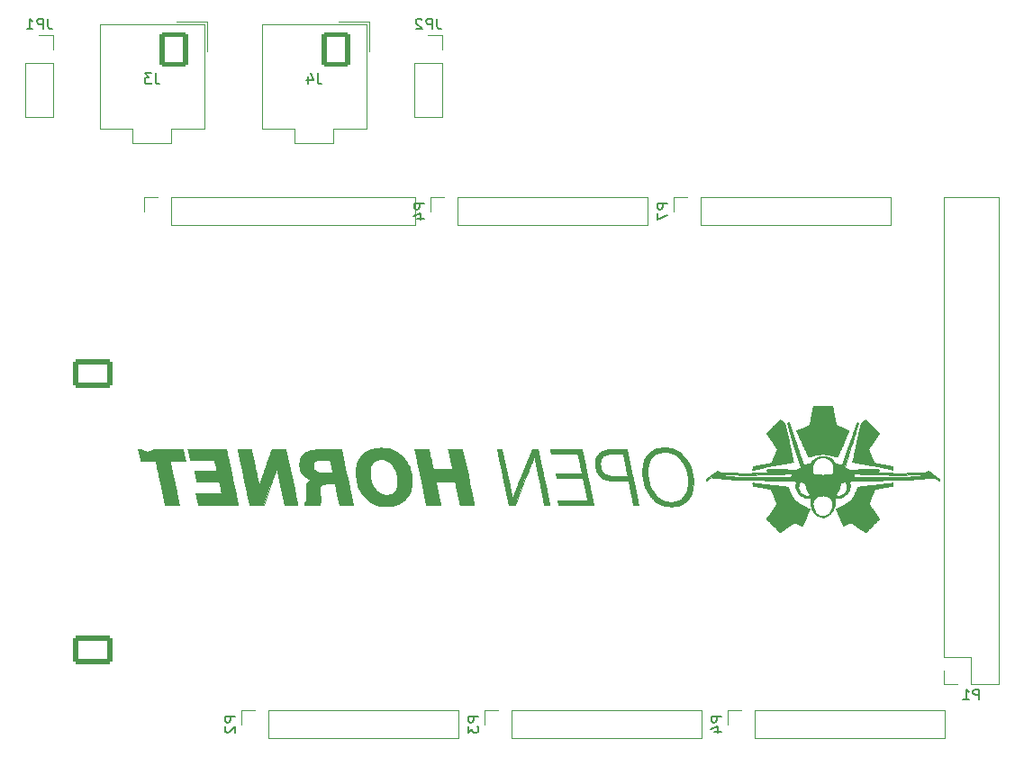
<source format=gbr>
%TF.GenerationSoftware,KiCad,Pcbnew,(6.0.9)*%
%TF.CreationDate,2023-01-21T17:33:27-09:00*%
%TF.ProjectId,CONTROLLER_Standby Instrument,434f4e54-524f-44c4-9c45-525f5374616e,rev?*%
%TF.SameCoordinates,Original*%
%TF.FileFunction,Legend,Bot*%
%TF.FilePolarity,Positive*%
%FSLAX46Y46*%
G04 Gerber Fmt 4.6, Leading zero omitted, Abs format (unit mm)*
G04 Created by KiCad (PCBNEW (6.0.9)) date 2023-01-21 17:33:27*
%MOMM*%
%LPD*%
G01*
G04 APERTURE LIST*
G04 Aperture macros list*
%AMRoundRect*
0 Rectangle with rounded corners*
0 $1 Rounding radius*
0 $2 $3 $4 $5 $6 $7 $8 $9 X,Y pos of 4 corners*
0 Add a 4 corners polygon primitive as box body*
4,1,4,$2,$3,$4,$5,$6,$7,$8,$9,$2,$3,0*
0 Add four circle primitives for the rounded corners*
1,1,$1+$1,$2,$3*
1,1,$1+$1,$4,$5*
1,1,$1+$1,$6,$7*
1,1,$1+$1,$8,$9*
0 Add four rect primitives between the rounded corners*
20,1,$1+$1,$2,$3,$4,$5,0*
20,1,$1+$1,$4,$5,$6,$7,0*
20,1,$1+$1,$6,$7,$8,$9,0*
20,1,$1+$1,$8,$9,$2,$3,0*%
G04 Aperture macros list end*
%ADD10C,0.150000*%
%ADD11C,0.120000*%
%ADD12C,0.010000*%
%ADD13C,3.200000*%
%ADD14RoundRect,0.250001X1.599999X-1.099999X1.599999X1.099999X-1.599999X1.099999X-1.599999X-1.099999X0*%
%ADD15O,3.700000X2.700000*%
%ADD16RoundRect,0.250001X1.099999X1.399999X-1.099999X1.399999X-1.099999X-1.399999X1.099999X-1.399999X0*%
%ADD17O,2.700000X3.300000*%
%ADD18O,1.700000X1.700000*%
%ADD19R,1.700000X1.700000*%
%ADD20C,4.064000*%
%ADD21C,1.500000*%
G04 APERTURE END LIST*
D10*
%TO.C,J4*%
X31253333Y63766996D02*
X31253333Y63052710D01*
X31300952Y62909853D01*
X31396190Y62814615D01*
X31539047Y62766996D01*
X31634285Y62766996D01*
X30348571Y63433662D02*
X30348571Y62766996D01*
X30586666Y63814615D02*
X30824761Y63100329D01*
X30205714Y63100329D01*
%TO.C,J3*%
X16013333Y63766996D02*
X16013333Y63052710D01*
X16060952Y62909853D01*
X16156190Y62814615D01*
X16299047Y62766996D01*
X16394285Y62766996D01*
X15632380Y63766996D02*
X15013333Y63766996D01*
X15346666Y63386043D01*
X15203809Y63386043D01*
X15108571Y63338424D01*
X15060952Y63290805D01*
X15013333Y63195567D01*
X15013333Y62957472D01*
X15060952Y62862234D01*
X15108571Y62814615D01*
X15203809Y62766996D01*
X15489523Y62766996D01*
X15584761Y62814615D01*
X15632380Y62862234D01*
%TO.C,JP2*%
X42489333Y68917620D02*
X42489333Y68203334D01*
X42536952Y68060477D01*
X42632190Y67965239D01*
X42775047Y67917620D01*
X42870285Y67917620D01*
X42013142Y67917620D02*
X42013142Y68917620D01*
X41632190Y68917620D01*
X41536952Y68870000D01*
X41489333Y68822381D01*
X41441714Y68727143D01*
X41441714Y68584286D01*
X41489333Y68489048D01*
X41536952Y68441429D01*
X41632190Y68393810D01*
X42013142Y68393810D01*
X41060761Y68822381D02*
X41013142Y68870000D01*
X40917904Y68917620D01*
X40679809Y68917620D01*
X40584571Y68870000D01*
X40536952Y68822381D01*
X40489333Y68727143D01*
X40489333Y68631905D01*
X40536952Y68489048D01*
X41108380Y67917620D01*
X40489333Y67917620D01*
%TO.C,JP1*%
X5913333Y68917620D02*
X5913333Y68203334D01*
X5960952Y68060477D01*
X6056190Y67965239D01*
X6199047Y67917620D01*
X6294285Y67917620D01*
X5437142Y67917620D02*
X5437142Y68917620D01*
X5056190Y68917620D01*
X4960952Y68870000D01*
X4913333Y68822381D01*
X4865714Y68727143D01*
X4865714Y68584286D01*
X4913333Y68489048D01*
X4960952Y68441429D01*
X5056190Y68393810D01*
X5437142Y68393810D01*
X3913333Y67917620D02*
X4484761Y67917620D01*
X4199047Y67917620D02*
X4199047Y68917620D01*
X4294285Y68774762D01*
X4389523Y68679524D01*
X4484761Y68631905D01*
%TO.C,P1*%
X93448095Y4837620D02*
X93448095Y5837620D01*
X93067142Y5837620D01*
X92971904Y5790000D01*
X92924285Y5742381D01*
X92876666Y5647143D01*
X92876666Y5504286D01*
X92924285Y5409048D01*
X92971904Y5361429D01*
X93067142Y5313810D01*
X93448095Y5313810D01*
X91924285Y4837620D02*
X92495714Y4837620D01*
X92210000Y4837620D02*
X92210000Y5837620D01*
X92305238Y5694762D01*
X92400476Y5599524D01*
X92495714Y5551905D01*
%TO.C,P5*%
X14378380Y51538096D02*
X13378380Y51538096D01*
X13378380Y51157143D01*
X13426000Y51061905D01*
X13473619Y51014286D01*
X13568857Y50966667D01*
X13711714Y50966667D01*
X13806952Y51014286D01*
X13854571Y51061905D01*
X13902190Y51157143D01*
X13902190Y51538096D01*
X13378380Y50061905D02*
X13378380Y50538096D01*
X13854571Y50585715D01*
X13806952Y50538096D01*
X13759333Y50442858D01*
X13759333Y50204762D01*
X13806952Y50109524D01*
X13854571Y50061905D01*
X13949809Y50014286D01*
X14187904Y50014286D01*
X14283142Y50061905D01*
X14330761Y50109524D01*
X14378380Y50204762D01*
X14378380Y50442858D01*
X14330761Y50538096D01*
X14283142Y50585715D01*
%TO.C,P7*%
X64162380Y51538096D02*
X63162380Y51538096D01*
X63162380Y51157143D01*
X63210000Y51061905D01*
X63257619Y51014286D01*
X63352857Y50966667D01*
X63495714Y50966667D01*
X63590952Y51014286D01*
X63638571Y51061905D01*
X63686190Y51157143D01*
X63686190Y51538096D01*
X63162380Y50633334D02*
X63162380Y49966667D01*
X64162380Y50395239D01*
%TO.C,P2*%
X23522380Y3278096D02*
X22522380Y3278096D01*
X22522380Y2897143D01*
X22570000Y2801905D01*
X22617619Y2754286D01*
X22712857Y2706667D01*
X22855714Y2706667D01*
X22950952Y2754286D01*
X22998571Y2801905D01*
X23046190Y2897143D01*
X23046190Y3278096D01*
X22617619Y2325715D02*
X22570000Y2278096D01*
X22522380Y2182858D01*
X22522380Y1944762D01*
X22570000Y1849524D01*
X22617619Y1801905D01*
X22712857Y1754286D01*
X22808095Y1754286D01*
X22950952Y1801905D01*
X23522380Y2373334D01*
X23522380Y1754286D01*
%TO.C,P3*%
X46382380Y3278096D02*
X45382380Y3278096D01*
X45382380Y2897143D01*
X45430000Y2801905D01*
X45477619Y2754286D01*
X45572857Y2706667D01*
X45715714Y2706667D01*
X45810952Y2754286D01*
X45858571Y2801905D01*
X45906190Y2897143D01*
X45906190Y3278096D01*
X45382380Y2373334D02*
X45382380Y1754286D01*
X45763333Y2087620D01*
X45763333Y1944762D01*
X45810952Y1849524D01*
X45858571Y1801905D01*
X45953809Y1754286D01*
X46191904Y1754286D01*
X46287142Y1801905D01*
X46334761Y1849524D01*
X46382380Y1944762D01*
X46382380Y2230477D01*
X46334761Y2325715D01*
X46287142Y2373334D01*
%TO.C,P4*%
X69242380Y3278096D02*
X68242380Y3278096D01*
X68242380Y2897143D01*
X68290000Y2801905D01*
X68337619Y2754286D01*
X68432857Y2706667D01*
X68575714Y2706667D01*
X68670952Y2754286D01*
X68718571Y2801905D01*
X68766190Y2897143D01*
X68766190Y3278096D01*
X68575714Y1849524D02*
X69242380Y1849524D01*
X68194761Y2087620D02*
X68909047Y2325715D01*
X68909047Y1706667D01*
X41302380Y51538096D02*
X40302380Y51538096D01*
X40302380Y51157143D01*
X40350000Y51061905D01*
X40397619Y51014286D01*
X40492857Y50966667D01*
X40635714Y50966667D01*
X40730952Y51014286D01*
X40778571Y51061905D01*
X40826190Y51157143D01*
X40826190Y51538096D01*
X40635714Y50109524D02*
X41302380Y50109524D01*
X40254761Y50347620D02*
X40969047Y50585715D01*
X40969047Y49966667D01*
D11*
%TO.C,J4*%
X29110000Y57180000D02*
X30920000Y57180000D01*
X26010000Y68400000D02*
X26010000Y58580000D01*
X32730000Y57180000D02*
X30920000Y57180000D01*
X32730000Y58580000D02*
X32730000Y57180000D01*
X35830000Y68400000D02*
X35830000Y58580000D01*
X29110000Y58580000D02*
X29110000Y57180000D01*
X33220000Y68640000D02*
X36070000Y68640000D01*
X36070000Y68640000D02*
X36070000Y65790000D01*
X35830000Y58580000D02*
X32730000Y58580000D01*
X26010000Y58580000D02*
X29110000Y58580000D01*
X30920000Y68400000D02*
X35830000Y68400000D01*
X30920000Y68400000D02*
X26010000Y68400000D01*
%TO.C,J3*%
X13870000Y57180000D02*
X15680000Y57180000D01*
X10770000Y68400000D02*
X10770000Y58580000D01*
X17490000Y57180000D02*
X15680000Y57180000D01*
X17490000Y58580000D02*
X17490000Y57180000D01*
X20590000Y68400000D02*
X20590000Y58580000D01*
X13870000Y58580000D02*
X13870000Y57180000D01*
X17980000Y68640000D02*
X20830000Y68640000D01*
X20830000Y68640000D02*
X20830000Y65790000D01*
X20590000Y58580000D02*
X17490000Y58580000D01*
X10770000Y58580000D02*
X13870000Y58580000D01*
X15680000Y68400000D02*
X20590000Y68400000D01*
X15680000Y68400000D02*
X10770000Y68400000D01*
%TO.C,JP2*%
X42986000Y67370000D02*
X41656000Y67370000D01*
X42986000Y66040000D02*
X42986000Y67370000D01*
X42986000Y64770000D02*
X40326000Y64770000D01*
X40326000Y64770000D02*
X40326000Y59630000D01*
X42986000Y64770000D02*
X42986000Y59630000D01*
X42986000Y59630000D02*
X40326000Y59630000D01*
%TO.C,JP1*%
X6410000Y67370000D02*
X5080000Y67370000D01*
X6410000Y66040000D02*
X6410000Y67370000D01*
X6410000Y64770000D02*
X3750000Y64770000D01*
X3750000Y64770000D02*
X3750000Y59630000D01*
X6410000Y64770000D02*
X6410000Y59630000D01*
X6410000Y59630000D02*
X3750000Y59630000D01*
%TO.C,P1*%
X90110000Y52130000D02*
X95310000Y52130000D01*
X90110000Y8890000D02*
X90110000Y52130000D01*
X95310000Y6290000D02*
X95310000Y52130000D01*
X90110000Y8890000D02*
X92710000Y8890000D01*
X92710000Y8890000D02*
X92710000Y6290000D01*
X92710000Y6290000D02*
X95310000Y6290000D01*
X90110000Y7620000D02*
X90110000Y6290000D01*
X90110000Y6290000D02*
X91440000Y6290000D01*
%TO.C,P5*%
X40446000Y52130000D02*
X40446000Y49470000D01*
X17526000Y52130000D02*
X40446000Y52130000D01*
X17526000Y49470000D02*
X40446000Y49470000D01*
X17526000Y52130000D02*
X17526000Y49470000D01*
X16256000Y52130000D02*
X14926000Y52130000D01*
X14926000Y52130000D02*
X14926000Y50800000D01*
%TO.C,P7*%
X64710000Y52130000D02*
X64710000Y50800000D01*
X66040000Y52130000D02*
X64710000Y52130000D01*
X67310000Y52130000D02*
X67310000Y49470000D01*
X67310000Y49470000D02*
X85150000Y49470000D01*
X67310000Y52130000D02*
X85150000Y52130000D01*
X85150000Y52130000D02*
X85150000Y49470000D01*
%TO.C,G\u002A\u002A\u002A*%
G36*
X79035697Y32486572D02*
G01*
X79142626Y32486462D01*
X79235823Y32486229D01*
X79316266Y32485828D01*
X79384929Y32485215D01*
X79442789Y32484346D01*
X79490823Y32483177D01*
X79530006Y32481661D01*
X79561315Y32479757D01*
X79585726Y32477417D01*
X79604215Y32474599D01*
X79617759Y32471258D01*
X79627333Y32467350D01*
X79633914Y32462829D01*
X79638478Y32457652D01*
X79642002Y32451773D01*
X79645461Y32445149D01*
X79646985Y32439787D01*
X79651647Y32418676D01*
X79659005Y32382820D01*
X79668842Y32333354D01*
X79680938Y32271411D01*
X79695078Y32198127D01*
X79711044Y32114634D01*
X79728618Y32022068D01*
X79747582Y31921563D01*
X79767720Y31814253D01*
X79788813Y31701272D01*
X79810644Y31583754D01*
X79833909Y31458643D01*
X79857781Y31331247D01*
X79880060Y31213387D01*
X79900591Y31105854D01*
X79919219Y31009441D01*
X79935789Y30924941D01*
X79950144Y30853146D01*
X79962130Y30794848D01*
X79971591Y30750840D01*
X79978371Y30721914D01*
X79982316Y30708863D01*
X79983329Y30706944D01*
X80001314Y30682067D01*
X80022990Y30662254D01*
X80032153Y30657567D01*
X80056366Y30646607D01*
X80093849Y30630290D01*
X80143295Y30609165D01*
X80203395Y30583781D01*
X80272841Y30554689D01*
X80350325Y30522437D01*
X80434540Y30487576D01*
X80524178Y30450656D01*
X80617930Y30412225D01*
X80641153Y30402721D01*
X80747828Y30358885D01*
X80844656Y30318786D01*
X80930899Y30282742D01*
X81005824Y30251066D01*
X81068693Y30224074D01*
X81118772Y30202082D01*
X81155324Y30185404D01*
X81177614Y30174356D01*
X81184906Y30169254D01*
X81183424Y30165508D01*
X81175768Y30147421D01*
X81161925Y30115173D01*
X81142255Y30069598D01*
X81117123Y30011529D01*
X81086889Y29941799D01*
X81051916Y29861241D01*
X81012567Y29770690D01*
X80969203Y29670979D01*
X80922187Y29562940D01*
X80871881Y29447408D01*
X80818647Y29325216D01*
X80762847Y29197198D01*
X80704844Y29064186D01*
X80645000Y28927015D01*
X80606690Y28839256D01*
X80547961Y28704858D01*
X80491258Y28575259D01*
X80436944Y28451283D01*
X80385385Y28333755D01*
X80336944Y28223502D01*
X80291985Y28121348D01*
X80250872Y28028118D01*
X80213969Y27944638D01*
X80181640Y27871733D01*
X80154250Y27810228D01*
X80132162Y27760948D01*
X80115740Y27724718D01*
X80105349Y27702364D01*
X80101352Y27694711D01*
X80095145Y27696050D01*
X80074837Y27701553D01*
X80043258Y27710570D01*
X80003191Y27722306D01*
X79957419Y27735962D01*
X79871928Y27760852D01*
X79748811Y27794186D01*
X79621810Y27825964D01*
X79494219Y27855463D01*
X79369330Y27881963D01*
X79250439Y27904741D01*
X79140837Y27923074D01*
X79043818Y27936242D01*
X79010280Y27939483D01*
X78946059Y27943475D01*
X78871674Y27946047D01*
X78790507Y27947241D01*
X78705942Y27947097D01*
X78621361Y27945658D01*
X78540146Y27942964D01*
X78465682Y27939057D01*
X78401350Y27933978D01*
X78350533Y27927768D01*
X78263283Y27912991D01*
X78140533Y27889460D01*
X78009502Y27861693D01*
X77874437Y27830673D01*
X77739584Y27797383D01*
X77609192Y27762806D01*
X77487506Y27727927D01*
X77460991Y27720055D01*
X77420203Y27708456D01*
X77391887Y27701450D01*
X77373649Y27698588D01*
X77363096Y27699418D01*
X77357837Y27703489D01*
X77355967Y27707349D01*
X77347592Y27725574D01*
X77332915Y27757905D01*
X77312310Y27803510D01*
X77286151Y27861557D01*
X77254810Y27931215D01*
X77218662Y28011650D01*
X77178080Y28102032D01*
X77133438Y28201527D01*
X77085109Y28309305D01*
X77033466Y28424532D01*
X76978883Y28546378D01*
X76921734Y28674009D01*
X76862393Y28806594D01*
X76801232Y28943301D01*
X76786163Y28976990D01*
X76713329Y29139921D01*
X76647134Y29288164D01*
X76587306Y29422343D01*
X76533575Y29543083D01*
X76485668Y29651009D01*
X76443314Y29746746D01*
X76406242Y29830917D01*
X76374179Y29904149D01*
X76346856Y29967064D01*
X76323999Y30020289D01*
X76305337Y30064447D01*
X76290600Y30100163D01*
X76279515Y30128062D01*
X76271810Y30148769D01*
X76267216Y30162907D01*
X76265459Y30171103D01*
X76266268Y30173980D01*
X76273994Y30176373D01*
X76297142Y30184899D01*
X76333092Y30198853D01*
X76380344Y30217613D01*
X76437399Y30240557D01*
X76502759Y30267064D01*
X76574923Y30296511D01*
X76652393Y30328276D01*
X76733670Y30361739D01*
X76817254Y30396276D01*
X76901647Y30431266D01*
X76985349Y30466088D01*
X77066861Y30500118D01*
X77144684Y30532736D01*
X77217318Y30563319D01*
X77283266Y30591245D01*
X77341026Y30615894D01*
X77389101Y30636642D01*
X77425992Y30652867D01*
X77450198Y30663949D01*
X77460221Y30669265D01*
X77476385Y30687052D01*
X77491786Y30709938D01*
X77493525Y30715566D01*
X77498571Y30737198D01*
X77506313Y30773583D01*
X77516528Y30823572D01*
X77528993Y30886017D01*
X77543482Y30959772D01*
X77559774Y31043688D01*
X77577645Y31136619D01*
X77596869Y31237415D01*
X77617226Y31344930D01*
X77638489Y31458015D01*
X77660437Y31575524D01*
X77674999Y31653631D01*
X77696453Y31768242D01*
X77717029Y31877630D01*
X77736507Y31980652D01*
X77754669Y32076165D01*
X77771293Y32163026D01*
X77786159Y32240092D01*
X77799049Y32306221D01*
X77809743Y32360269D01*
X77818020Y32401095D01*
X77823660Y32427554D01*
X77826444Y32438505D01*
X77839421Y32456245D01*
X77859378Y32472501D01*
X77863241Y32474396D01*
X77869930Y32476490D01*
X77879674Y32478332D01*
X77893464Y32479938D01*
X77912291Y32481324D01*
X77937147Y32482506D01*
X77969023Y32483499D01*
X78008910Y32484320D01*
X78057800Y32484985D01*
X78116684Y32485509D01*
X78186553Y32485909D01*
X78268399Y32486201D01*
X78363213Y32486400D01*
X78471987Y32486522D01*
X78595711Y32486583D01*
X78735377Y32486600D01*
X78776739Y32486600D01*
X78914060Y32486603D01*
X79035697Y32486572D01*
G37*
D12*
X79035697Y32486572D02*
X79142626Y32486462D01*
X79235823Y32486229D01*
X79316266Y32485828D01*
X79384929Y32485215D01*
X79442789Y32484346D01*
X79490823Y32483177D01*
X79530006Y32481661D01*
X79561315Y32479757D01*
X79585726Y32477417D01*
X79604215Y32474599D01*
X79617759Y32471258D01*
X79627333Y32467350D01*
X79633914Y32462829D01*
X79638478Y32457652D01*
X79642002Y32451773D01*
X79645461Y32445149D01*
X79646985Y32439787D01*
X79651647Y32418676D01*
X79659005Y32382820D01*
X79668842Y32333354D01*
X79680938Y32271411D01*
X79695078Y32198127D01*
X79711044Y32114634D01*
X79728618Y32022068D01*
X79747582Y31921563D01*
X79767720Y31814253D01*
X79788813Y31701272D01*
X79810644Y31583754D01*
X79833909Y31458643D01*
X79857781Y31331247D01*
X79880060Y31213387D01*
X79900591Y31105854D01*
X79919219Y31009441D01*
X79935789Y30924941D01*
X79950144Y30853146D01*
X79962130Y30794848D01*
X79971591Y30750840D01*
X79978371Y30721914D01*
X79982316Y30708863D01*
X79983329Y30706944D01*
X80001314Y30682067D01*
X80022990Y30662254D01*
X80032153Y30657567D01*
X80056366Y30646607D01*
X80093849Y30630290D01*
X80143295Y30609165D01*
X80203395Y30583781D01*
X80272841Y30554689D01*
X80350325Y30522437D01*
X80434540Y30487576D01*
X80524178Y30450656D01*
X80617930Y30412225D01*
X80641153Y30402721D01*
X80747828Y30358885D01*
X80844656Y30318786D01*
X80930899Y30282742D01*
X81005824Y30251066D01*
X81068693Y30224074D01*
X81118772Y30202082D01*
X81155324Y30185404D01*
X81177614Y30174356D01*
X81184906Y30169254D01*
X81183424Y30165508D01*
X81175768Y30147421D01*
X81161925Y30115173D01*
X81142255Y30069598D01*
X81117123Y30011529D01*
X81086889Y29941799D01*
X81051916Y29861241D01*
X81012567Y29770690D01*
X80969203Y29670979D01*
X80922187Y29562940D01*
X80871881Y29447408D01*
X80818647Y29325216D01*
X80762847Y29197198D01*
X80704844Y29064186D01*
X80645000Y28927015D01*
X80606690Y28839256D01*
X80547961Y28704858D01*
X80491258Y28575259D01*
X80436944Y28451283D01*
X80385385Y28333755D01*
X80336944Y28223502D01*
X80291985Y28121348D01*
X80250872Y28028118D01*
X80213969Y27944638D01*
X80181640Y27871733D01*
X80154250Y27810228D01*
X80132162Y27760948D01*
X80115740Y27724718D01*
X80105349Y27702364D01*
X80101352Y27694711D01*
X80095145Y27696050D01*
X80074837Y27701553D01*
X80043258Y27710570D01*
X80003191Y27722306D01*
X79957419Y27735962D01*
X79871928Y27760852D01*
X79748811Y27794186D01*
X79621810Y27825964D01*
X79494219Y27855463D01*
X79369330Y27881963D01*
X79250439Y27904741D01*
X79140837Y27923074D01*
X79043818Y27936242D01*
X79010280Y27939483D01*
X78946059Y27943475D01*
X78871674Y27946047D01*
X78790507Y27947241D01*
X78705942Y27947097D01*
X78621361Y27945658D01*
X78540146Y27942964D01*
X78465682Y27939057D01*
X78401350Y27933978D01*
X78350533Y27927768D01*
X78263283Y27912991D01*
X78140533Y27889460D01*
X78009502Y27861693D01*
X77874437Y27830673D01*
X77739584Y27797383D01*
X77609192Y27762806D01*
X77487506Y27727927D01*
X77460991Y27720055D01*
X77420203Y27708456D01*
X77391887Y27701450D01*
X77373649Y27698588D01*
X77363096Y27699418D01*
X77357837Y27703489D01*
X77355967Y27707349D01*
X77347592Y27725574D01*
X77332915Y27757905D01*
X77312310Y27803510D01*
X77286151Y27861557D01*
X77254810Y27931215D01*
X77218662Y28011650D01*
X77178080Y28102032D01*
X77133438Y28201527D01*
X77085109Y28309305D01*
X77033466Y28424532D01*
X76978883Y28546378D01*
X76921734Y28674009D01*
X76862393Y28806594D01*
X76801232Y28943301D01*
X76786163Y28976990D01*
X76713329Y29139921D01*
X76647134Y29288164D01*
X76587306Y29422343D01*
X76533575Y29543083D01*
X76485668Y29651009D01*
X76443314Y29746746D01*
X76406242Y29830917D01*
X76374179Y29904149D01*
X76346856Y29967064D01*
X76323999Y30020289D01*
X76305337Y30064447D01*
X76290600Y30100163D01*
X76279515Y30128062D01*
X76271810Y30148769D01*
X76267216Y30162907D01*
X76265459Y30171103D01*
X76266268Y30173980D01*
X76273994Y30176373D01*
X76297142Y30184899D01*
X76333092Y30198853D01*
X76380344Y30217613D01*
X76437399Y30240557D01*
X76502759Y30267064D01*
X76574923Y30296511D01*
X76652393Y30328276D01*
X76733670Y30361739D01*
X76817254Y30396276D01*
X76901647Y30431266D01*
X76985349Y30466088D01*
X77066861Y30500118D01*
X77144684Y30532736D01*
X77217318Y30563319D01*
X77283266Y30591245D01*
X77341026Y30615894D01*
X77389101Y30636642D01*
X77425992Y30652867D01*
X77450198Y30663949D01*
X77460221Y30669265D01*
X77476385Y30687052D01*
X77491786Y30709938D01*
X77493525Y30715566D01*
X77498571Y30737198D01*
X77506313Y30773583D01*
X77516528Y30823572D01*
X77528993Y30886017D01*
X77543482Y30959772D01*
X77559774Y31043688D01*
X77577645Y31136619D01*
X77596869Y31237415D01*
X77617226Y31344930D01*
X77638489Y31458015D01*
X77660437Y31575524D01*
X77674999Y31653631D01*
X77696453Y31768242D01*
X77717029Y31877630D01*
X77736507Y31980652D01*
X77754669Y32076165D01*
X77771293Y32163026D01*
X77786159Y32240092D01*
X77799049Y32306221D01*
X77809743Y32360269D01*
X77818020Y32401095D01*
X77823660Y32427554D01*
X77826444Y32438505D01*
X77839421Y32456245D01*
X77859378Y32472501D01*
X77863241Y32474396D01*
X77869930Y32476490D01*
X77879674Y32478332D01*
X77893464Y32479938D01*
X77912291Y32481324D01*
X77937147Y32482506D01*
X77969023Y32483499D01*
X78008910Y32484320D01*
X78057800Y32484985D01*
X78116684Y32485509D01*
X78186553Y32485909D01*
X78268399Y32486201D01*
X78363213Y32486400D01*
X78471987Y32486522D01*
X78595711Y32486583D01*
X78735377Y32486600D01*
X78776739Y32486600D01*
X78914060Y32486603D01*
X79035697Y32486572D01*
G36*
X74739389Y31164345D02*
G01*
X74740162Y31164203D01*
X74754397Y31157796D01*
X74780242Y31143057D01*
X74815675Y31121255D01*
X74858677Y31093660D01*
X74907230Y31061539D01*
X74959312Y31026162D01*
X75156134Y30890758D01*
X75530974Y29150796D01*
X75532315Y29144572D01*
X75577292Y28935838D01*
X75618865Y28742998D01*
X75657176Y28565406D01*
X75692367Y28402416D01*
X75724579Y28253382D01*
X75753955Y28117661D01*
X75780636Y27994605D01*
X75804764Y27883570D01*
X75826480Y27783910D01*
X75845926Y27694980D01*
X75863245Y27616135D01*
X75878577Y27546728D01*
X75892065Y27486114D01*
X75903851Y27433649D01*
X75914075Y27388686D01*
X75922881Y27350581D01*
X75930409Y27318687D01*
X75936801Y27292360D01*
X75942199Y27270953D01*
X75946746Y27253822D01*
X75950582Y27240321D01*
X75951825Y27230521D01*
X75946395Y27222513D01*
X75930933Y27214667D01*
X75902293Y27204657D01*
X75900013Y27203993D01*
X75880687Y27199630D01*
X75846070Y27192754D01*
X75797298Y27183562D01*
X75735507Y27172256D01*
X75661833Y27159036D01*
X75577413Y27144102D01*
X75483383Y27127653D01*
X75380877Y27109890D01*
X75271034Y27091013D01*
X75154988Y27071222D01*
X75033876Y27050717D01*
X74908834Y27029698D01*
X74896649Y27027657D01*
X74769300Y27006292D01*
X74644340Y26985271D01*
X74523070Y26964815D01*
X74406791Y26945146D01*
X74296805Y26926486D01*
X74194412Y26909058D01*
X74100915Y26893082D01*
X74017614Y26878781D01*
X73945811Y26866376D01*
X73886806Y26856090D01*
X73841903Y26848145D01*
X73812400Y26842761D01*
X73775417Y26835677D01*
X73681733Y26816883D01*
X73576749Y26794713D01*
X73459749Y26769006D01*
X73330014Y26739596D01*
X73186829Y26706321D01*
X73029477Y26669015D01*
X72857239Y26627516D01*
X72669400Y26581660D01*
X72581909Y26560243D01*
X72497081Y26539600D01*
X72418239Y26520535D01*
X72346876Y26503406D01*
X72284484Y26488565D01*
X72232558Y26476369D01*
X72192591Y26467172D01*
X72166075Y26461330D01*
X72154504Y26459198D01*
X72134909Y26458334D01*
X72137571Y26606359D01*
X72140233Y26754385D01*
X72165633Y26779590D01*
X72165910Y26779863D01*
X72170339Y26784023D01*
X72175492Y26787929D01*
X72182362Y26791791D01*
X72191947Y26795818D01*
X72205239Y26800219D01*
X72223236Y26805202D01*
X72246933Y26810978D01*
X72277324Y26817756D01*
X72315406Y26825744D01*
X72362173Y26835151D01*
X72418622Y26846187D01*
X72485746Y26859061D01*
X72564543Y26873981D01*
X72656006Y26891158D01*
X72761132Y26910799D01*
X72880916Y26933115D01*
X73016353Y26958315D01*
X73078681Y26969930D01*
X73192734Y26991297D01*
X73301747Y27011863D01*
X73404556Y27031402D01*
X73500002Y27049688D01*
X73586923Y27066494D01*
X73664157Y27081594D01*
X73730543Y27094761D01*
X73784921Y27105770D01*
X73826129Y27114394D01*
X73853005Y27120407D01*
X73864389Y27123582D01*
X73883858Y27136890D01*
X73903803Y27156557D01*
X73903935Y27156734D01*
X73909824Y27168062D01*
X73921654Y27193432D01*
X73938793Y27231373D01*
X73960607Y27280414D01*
X73986462Y27339083D01*
X74015725Y27405908D01*
X74047764Y27479418D01*
X74081944Y27558142D01*
X74117633Y27640607D01*
X74154197Y27725343D01*
X74191003Y27810878D01*
X74227418Y27895739D01*
X74262809Y27978457D01*
X74296541Y28057558D01*
X74327983Y28131572D01*
X74356500Y28199027D01*
X74381460Y28258452D01*
X74402229Y28308374D01*
X74418174Y28347323D01*
X74428661Y28373827D01*
X74433058Y28386414D01*
X74433210Y28387139D01*
X74434037Y28408943D01*
X74430623Y28434609D01*
X74426993Y28442376D01*
X74414006Y28464352D01*
X74392066Y28499128D01*
X74361589Y28546081D01*
X74322988Y28604593D01*
X74276679Y28674042D01*
X74223074Y28753807D01*
X74162589Y28843267D01*
X74095638Y28941803D01*
X74022635Y29048793D01*
X73943994Y29163617D01*
X73854161Y29294770D01*
X73772895Y29413868D01*
X73700812Y29520005D01*
X73637987Y29613074D01*
X73584490Y29692965D01*
X73540396Y29759569D01*
X73505777Y29812777D01*
X73480706Y29852479D01*
X73465255Y29878565D01*
X73459497Y29890928D01*
X73458959Y29911176D01*
X73468036Y29943173D01*
X73468393Y29943783D01*
X73478095Y29955685D01*
X73498653Y29978179D01*
X73529078Y30010282D01*
X73568379Y30051011D01*
X73615566Y30099381D01*
X73669650Y30154409D01*
X73729641Y30215110D01*
X73794549Y30280501D01*
X73863383Y30349598D01*
X73935155Y30421417D01*
X74008874Y30494974D01*
X74083551Y30569285D01*
X74158194Y30643367D01*
X74231816Y30716235D01*
X74303425Y30786906D01*
X74372032Y30854396D01*
X74436647Y30917721D01*
X74496280Y30975897D01*
X74549942Y31027940D01*
X74596642Y31072866D01*
X74635390Y31109692D01*
X74665197Y31137433D01*
X74685073Y31155106D01*
X74694027Y31161727D01*
X74712556Y31164448D01*
X74739389Y31164345D01*
G37*
X74739389Y31164345D02*
X74740162Y31164203D01*
X74754397Y31157796D01*
X74780242Y31143057D01*
X74815675Y31121255D01*
X74858677Y31093660D01*
X74907230Y31061539D01*
X74959312Y31026162D01*
X75156134Y30890758D01*
X75530974Y29150796D01*
X75532315Y29144572D01*
X75577292Y28935838D01*
X75618865Y28742998D01*
X75657176Y28565406D01*
X75692367Y28402416D01*
X75724579Y28253382D01*
X75753955Y28117661D01*
X75780636Y27994605D01*
X75804764Y27883570D01*
X75826480Y27783910D01*
X75845926Y27694980D01*
X75863245Y27616135D01*
X75878577Y27546728D01*
X75892065Y27486114D01*
X75903851Y27433649D01*
X75914075Y27388686D01*
X75922881Y27350581D01*
X75930409Y27318687D01*
X75936801Y27292360D01*
X75942199Y27270953D01*
X75946746Y27253822D01*
X75950582Y27240321D01*
X75951825Y27230521D01*
X75946395Y27222513D01*
X75930933Y27214667D01*
X75902293Y27204657D01*
X75900013Y27203993D01*
X75880687Y27199630D01*
X75846070Y27192754D01*
X75797298Y27183562D01*
X75735507Y27172256D01*
X75661833Y27159036D01*
X75577413Y27144102D01*
X75483383Y27127653D01*
X75380877Y27109890D01*
X75271034Y27091013D01*
X75154988Y27071222D01*
X75033876Y27050717D01*
X74908834Y27029698D01*
X74896649Y27027657D01*
X74769300Y27006292D01*
X74644340Y26985271D01*
X74523070Y26964815D01*
X74406791Y26945146D01*
X74296805Y26926486D01*
X74194412Y26909058D01*
X74100915Y26893082D01*
X74017614Y26878781D01*
X73945811Y26866376D01*
X73886806Y26856090D01*
X73841903Y26848145D01*
X73812400Y26842761D01*
X73775417Y26835677D01*
X73681733Y26816883D01*
X73576749Y26794713D01*
X73459749Y26769006D01*
X73330014Y26739596D01*
X73186829Y26706321D01*
X73029477Y26669015D01*
X72857239Y26627516D01*
X72669400Y26581660D01*
X72581909Y26560243D01*
X72497081Y26539600D01*
X72418239Y26520535D01*
X72346876Y26503406D01*
X72284484Y26488565D01*
X72232558Y26476369D01*
X72192591Y26467172D01*
X72166075Y26461330D01*
X72154504Y26459198D01*
X72134909Y26458334D01*
X72137571Y26606359D01*
X72140233Y26754385D01*
X72165633Y26779590D01*
X72165910Y26779863D01*
X72170339Y26784023D01*
X72175492Y26787929D01*
X72182362Y26791791D01*
X72191947Y26795818D01*
X72205239Y26800219D01*
X72223236Y26805202D01*
X72246933Y26810978D01*
X72277324Y26817756D01*
X72315406Y26825744D01*
X72362173Y26835151D01*
X72418622Y26846187D01*
X72485746Y26859061D01*
X72564543Y26873981D01*
X72656006Y26891158D01*
X72761132Y26910799D01*
X72880916Y26933115D01*
X73016353Y26958315D01*
X73078681Y26969930D01*
X73192734Y26991297D01*
X73301747Y27011863D01*
X73404556Y27031402D01*
X73500002Y27049688D01*
X73586923Y27066494D01*
X73664157Y27081594D01*
X73730543Y27094761D01*
X73784921Y27105770D01*
X73826129Y27114394D01*
X73853005Y27120407D01*
X73864389Y27123582D01*
X73883858Y27136890D01*
X73903803Y27156557D01*
X73903935Y27156734D01*
X73909824Y27168062D01*
X73921654Y27193432D01*
X73938793Y27231373D01*
X73960607Y27280414D01*
X73986462Y27339083D01*
X74015725Y27405908D01*
X74047764Y27479418D01*
X74081944Y27558142D01*
X74117633Y27640607D01*
X74154197Y27725343D01*
X74191003Y27810878D01*
X74227418Y27895739D01*
X74262809Y27978457D01*
X74296541Y28057558D01*
X74327983Y28131572D01*
X74356500Y28199027D01*
X74381460Y28258452D01*
X74402229Y28308374D01*
X74418174Y28347323D01*
X74428661Y28373827D01*
X74433058Y28386414D01*
X74433210Y28387139D01*
X74434037Y28408943D01*
X74430623Y28434609D01*
X74426993Y28442376D01*
X74414006Y28464352D01*
X74392066Y28499128D01*
X74361589Y28546081D01*
X74322988Y28604593D01*
X74276679Y28674042D01*
X74223074Y28753807D01*
X74162589Y28843267D01*
X74095638Y28941803D01*
X74022635Y29048793D01*
X73943994Y29163617D01*
X73854161Y29294770D01*
X73772895Y29413868D01*
X73700812Y29520005D01*
X73637987Y29613074D01*
X73584490Y29692965D01*
X73540396Y29759569D01*
X73505777Y29812777D01*
X73480706Y29852479D01*
X73465255Y29878565D01*
X73459497Y29890928D01*
X73458959Y29911176D01*
X73468036Y29943173D01*
X73468393Y29943783D01*
X73478095Y29955685D01*
X73498653Y29978179D01*
X73529078Y30010282D01*
X73568379Y30051011D01*
X73615566Y30099381D01*
X73669650Y30154409D01*
X73729641Y30215110D01*
X73794549Y30280501D01*
X73863383Y30349598D01*
X73935155Y30421417D01*
X74008874Y30494974D01*
X74083551Y30569285D01*
X74158194Y30643367D01*
X74231816Y30716235D01*
X74303425Y30786906D01*
X74372032Y30854396D01*
X74436647Y30917721D01*
X74496280Y30975897D01*
X74549942Y31027940D01*
X74596642Y31072866D01*
X74635390Y31109692D01*
X74665197Y31137433D01*
X74685073Y31155106D01*
X74694027Y31161727D01*
X74712556Y31164448D01*
X74739389Y31164345D01*
G36*
X83398644Y30558399D02*
G01*
X83421779Y30535273D01*
X83519899Y30437187D01*
X83606852Y30350198D01*
X83683286Y30273574D01*
X83749851Y30206584D01*
X83807195Y30148498D01*
X83855967Y30098584D01*
X83896816Y30056110D01*
X83930391Y30020346D01*
X83957341Y29990561D01*
X83978315Y29966023D01*
X83993961Y29946002D01*
X84004929Y29929766D01*
X84011867Y29916585D01*
X84015425Y29905726D01*
X84016250Y29896459D01*
X84014993Y29888053D01*
X84012302Y29879777D01*
X84008826Y29870900D01*
X84007364Y29868174D01*
X83997433Y29852396D01*
X83978859Y29824093D01*
X83952309Y29784249D01*
X83918451Y29733849D01*
X83877953Y29673879D01*
X83831481Y29605324D01*
X83779702Y29529169D01*
X83723285Y29446399D01*
X83662896Y29358000D01*
X83599203Y29264956D01*
X83532872Y29168252D01*
X83503647Y29125675D01*
X83438284Y29030368D01*
X83375784Y28939122D01*
X83316818Y28852925D01*
X83262062Y28772767D01*
X83212188Y28699636D01*
X83167870Y28634523D01*
X83129782Y28578415D01*
X83098596Y28532302D01*
X83074987Y28497173D01*
X83059628Y28474017D01*
X83053192Y28463823D01*
X83050465Y28458442D01*
X83046058Y28448418D01*
X83043030Y28437839D01*
X83041762Y28425633D01*
X83042633Y28410731D01*
X83046024Y28392060D01*
X83052315Y28368550D01*
X83061886Y28339129D01*
X83075118Y28302727D01*
X83092391Y28258273D01*
X83114084Y28204694D01*
X83140580Y28140921D01*
X83172256Y28065882D01*
X83209495Y27978505D01*
X83252675Y27877721D01*
X83302178Y27762457D01*
X83342124Y27669515D01*
X83384865Y27570185D01*
X83421840Y27484488D01*
X83453543Y27411367D01*
X83480469Y27349763D01*
X83503113Y27298617D01*
X83521969Y27256872D01*
X83537533Y27223469D01*
X83550298Y27197350D01*
X83560761Y27177457D01*
X83569414Y27162731D01*
X83576755Y27152114D01*
X83583276Y27144549D01*
X83589473Y27138975D01*
X83595841Y27134337D01*
X83599497Y27132005D01*
X83607243Y27127984D01*
X83617690Y27123770D01*
X83631836Y27119162D01*
X83650677Y27113953D01*
X83675210Y27107940D01*
X83706432Y27100917D01*
X83745339Y27092682D01*
X83792928Y27083029D01*
X83850196Y27071754D01*
X83918139Y27058653D01*
X83997755Y27043521D01*
X84090039Y27026154D01*
X84195990Y27006347D01*
X84316602Y26983897D01*
X84452874Y26958598D01*
X84574542Y26935948D01*
X84697076Y26912955D01*
X84810718Y26891439D01*
X84914605Y26871570D01*
X85007873Y26853517D01*
X85089658Y26837451D01*
X85159098Y26823540D01*
X85215327Y26811954D01*
X85257483Y26802864D01*
X85284702Y26796440D01*
X85296119Y26792850D01*
X85304691Y26786630D01*
X85316229Y26774396D01*
X85324531Y26757806D01*
X85330106Y26734348D01*
X85333459Y26701508D01*
X85335100Y26656775D01*
X85335533Y26597635D01*
X85335501Y26576814D01*
X85335014Y26528776D01*
X85333813Y26494928D01*
X85331736Y26473252D01*
X85328619Y26461727D01*
X85324301Y26458334D01*
X85322181Y26458658D01*
X85305974Y26462142D01*
X85275276Y26469181D01*
X85231483Y26479441D01*
X85175990Y26492591D01*
X85110192Y26508297D01*
X85035484Y26526228D01*
X84953261Y26546050D01*
X84864918Y26567430D01*
X84771851Y26590037D01*
X84737029Y26598511D01*
X84615673Y26628023D01*
X84504871Y26654893D01*
X84403259Y26679391D01*
X84309475Y26701791D01*
X84222156Y26722363D01*
X84139940Y26741380D01*
X84061463Y26759113D01*
X83985364Y26775835D01*
X83910278Y26791817D01*
X83834844Y26807331D01*
X83757699Y26822650D01*
X83677480Y26838044D01*
X83592824Y26853786D01*
X83502369Y26870148D01*
X83404752Y26887401D01*
X83298610Y26905818D01*
X83182581Y26925669D01*
X83055301Y26947229D01*
X82915409Y26970767D01*
X82761540Y26996556D01*
X82592334Y27024867D01*
X82544076Y27032950D01*
X82418872Y27054021D01*
X82297965Y27074507D01*
X82182484Y27094213D01*
X82073555Y27112938D01*
X81972308Y27130487D01*
X81879871Y27146659D01*
X81797371Y27161258D01*
X81725938Y27174086D01*
X81666698Y27184944D01*
X81620780Y27193634D01*
X81589313Y27199959D01*
X81573424Y27203719D01*
X81553675Y27210163D01*
X81531156Y27219289D01*
X81520870Y27227319D01*
X81520102Y27235894D01*
X81523137Y27245498D01*
X81530218Y27268610D01*
X81538730Y27296887D01*
X81541641Y27308721D01*
X81548004Y27336541D01*
X81557596Y27379382D01*
X81570244Y27436458D01*
X81585779Y27506987D01*
X81604028Y27590184D01*
X81624823Y27685265D01*
X81647991Y27791446D01*
X81673362Y27907943D01*
X81700766Y28033973D01*
X81730031Y28168750D01*
X81760987Y28311492D01*
X81793463Y28461413D01*
X81827289Y28617731D01*
X81862293Y28779661D01*
X81898305Y28946418D01*
X81935155Y29117220D01*
X82317571Y30890634D01*
X82516336Y31027930D01*
X82545091Y31047771D01*
X82597698Y31083849D01*
X82639094Y31111727D01*
X82671082Y31132453D01*
X82695466Y31147076D01*
X82714052Y31156645D01*
X82728644Y31162208D01*
X82741046Y31164815D01*
X82753062Y31165513D01*
X82791024Y31165800D01*
X83398644Y30558399D01*
G37*
X83398644Y30558399D02*
X83421779Y30535273D01*
X83519899Y30437187D01*
X83606852Y30350198D01*
X83683286Y30273574D01*
X83749851Y30206584D01*
X83807195Y30148498D01*
X83855967Y30098584D01*
X83896816Y30056110D01*
X83930391Y30020346D01*
X83957341Y29990561D01*
X83978315Y29966023D01*
X83993961Y29946002D01*
X84004929Y29929766D01*
X84011867Y29916585D01*
X84015425Y29905726D01*
X84016250Y29896459D01*
X84014993Y29888053D01*
X84012302Y29879777D01*
X84008826Y29870900D01*
X84007364Y29868174D01*
X83997433Y29852396D01*
X83978859Y29824093D01*
X83952309Y29784249D01*
X83918451Y29733849D01*
X83877953Y29673879D01*
X83831481Y29605324D01*
X83779702Y29529169D01*
X83723285Y29446399D01*
X83662896Y29358000D01*
X83599203Y29264956D01*
X83532872Y29168252D01*
X83503647Y29125675D01*
X83438284Y29030368D01*
X83375784Y28939122D01*
X83316818Y28852925D01*
X83262062Y28772767D01*
X83212188Y28699636D01*
X83167870Y28634523D01*
X83129782Y28578415D01*
X83098596Y28532302D01*
X83074987Y28497173D01*
X83059628Y28474017D01*
X83053192Y28463823D01*
X83050465Y28458442D01*
X83046058Y28448418D01*
X83043030Y28437839D01*
X83041762Y28425633D01*
X83042633Y28410731D01*
X83046024Y28392060D01*
X83052315Y28368550D01*
X83061886Y28339129D01*
X83075118Y28302727D01*
X83092391Y28258273D01*
X83114084Y28204694D01*
X83140580Y28140921D01*
X83172256Y28065882D01*
X83209495Y27978505D01*
X83252675Y27877721D01*
X83302178Y27762457D01*
X83342124Y27669515D01*
X83384865Y27570185D01*
X83421840Y27484488D01*
X83453543Y27411367D01*
X83480469Y27349763D01*
X83503113Y27298617D01*
X83521969Y27256872D01*
X83537533Y27223469D01*
X83550298Y27197350D01*
X83560761Y27177457D01*
X83569414Y27162731D01*
X83576755Y27152114D01*
X83583276Y27144549D01*
X83589473Y27138975D01*
X83595841Y27134337D01*
X83599497Y27132005D01*
X83607243Y27127984D01*
X83617690Y27123770D01*
X83631836Y27119162D01*
X83650677Y27113953D01*
X83675210Y27107940D01*
X83706432Y27100917D01*
X83745339Y27092682D01*
X83792928Y27083029D01*
X83850196Y27071754D01*
X83918139Y27058653D01*
X83997755Y27043521D01*
X84090039Y27026154D01*
X84195990Y27006347D01*
X84316602Y26983897D01*
X84452874Y26958598D01*
X84574542Y26935948D01*
X84697076Y26912955D01*
X84810718Y26891439D01*
X84914605Y26871570D01*
X85007873Y26853517D01*
X85089658Y26837451D01*
X85159098Y26823540D01*
X85215327Y26811954D01*
X85257483Y26802864D01*
X85284702Y26796440D01*
X85296119Y26792850D01*
X85304691Y26786630D01*
X85316229Y26774396D01*
X85324531Y26757806D01*
X85330106Y26734348D01*
X85333459Y26701508D01*
X85335100Y26656775D01*
X85335533Y26597635D01*
X85335501Y26576814D01*
X85335014Y26528776D01*
X85333813Y26494928D01*
X85331736Y26473252D01*
X85328619Y26461727D01*
X85324301Y26458334D01*
X85322181Y26458658D01*
X85305974Y26462142D01*
X85275276Y26469181D01*
X85231483Y26479441D01*
X85175990Y26492591D01*
X85110192Y26508297D01*
X85035484Y26526228D01*
X84953261Y26546050D01*
X84864918Y26567430D01*
X84771851Y26590037D01*
X84737029Y26598511D01*
X84615673Y26628023D01*
X84504871Y26654893D01*
X84403259Y26679391D01*
X84309475Y26701791D01*
X84222156Y26722363D01*
X84139940Y26741380D01*
X84061463Y26759113D01*
X83985364Y26775835D01*
X83910278Y26791817D01*
X83834844Y26807331D01*
X83757699Y26822650D01*
X83677480Y26838044D01*
X83592824Y26853786D01*
X83502369Y26870148D01*
X83404752Y26887401D01*
X83298610Y26905818D01*
X83182581Y26925669D01*
X83055301Y26947229D01*
X82915409Y26970767D01*
X82761540Y26996556D01*
X82592334Y27024867D01*
X82544076Y27032950D01*
X82418872Y27054021D01*
X82297965Y27074507D01*
X82182484Y27094213D01*
X82073555Y27112938D01*
X81972308Y27130487D01*
X81879871Y27146659D01*
X81797371Y27161258D01*
X81725938Y27174086D01*
X81666698Y27184944D01*
X81620780Y27193634D01*
X81589313Y27199959D01*
X81573424Y27203719D01*
X81553675Y27210163D01*
X81531156Y27219289D01*
X81520870Y27227319D01*
X81520102Y27235894D01*
X81523137Y27245498D01*
X81530218Y27268610D01*
X81538730Y27296887D01*
X81541641Y27308721D01*
X81548004Y27336541D01*
X81557596Y27379382D01*
X81570244Y27436458D01*
X81585779Y27506987D01*
X81604028Y27590184D01*
X81624823Y27685265D01*
X81647991Y27791446D01*
X81673362Y27907943D01*
X81700766Y28033973D01*
X81730031Y28168750D01*
X81760987Y28311492D01*
X81793463Y28461413D01*
X81827289Y28617731D01*
X81862293Y28779661D01*
X81898305Y28946418D01*
X81935155Y29117220D01*
X82317571Y30890634D01*
X82516336Y31027930D01*
X82545091Y31047771D01*
X82597698Y31083849D01*
X82639094Y31111727D01*
X82671082Y31132453D01*
X82695466Y31147076D01*
X82714052Y31156645D01*
X82728644Y31162208D01*
X82741046Y31164815D01*
X82753062Y31165513D01*
X82791024Y31165800D01*
X83398644Y30558399D01*
G36*
X18587858Y28382384D02*
G01*
X18587867Y28382338D01*
X18590483Y28369877D01*
X18596262Y28342372D01*
X18604888Y28301336D01*
X18616041Y28248281D01*
X18629404Y28184720D01*
X18644659Y28112164D01*
X18661488Y28032125D01*
X18679573Y27946116D01*
X18698597Y27855648D01*
X18699452Y27851582D01*
X18718287Y27761900D01*
X18736031Y27677202D01*
X18752384Y27598938D01*
X18767046Y27528555D01*
X18779716Y27467500D01*
X18790094Y27417223D01*
X18797879Y27379170D01*
X18802770Y27354790D01*
X18804467Y27345531D01*
X18799869Y27344781D01*
X18779810Y27343810D01*
X18744954Y27342893D01*
X18696529Y27342041D01*
X18635760Y27341267D01*
X18563872Y27340581D01*
X18482092Y27339994D01*
X18391646Y27339518D01*
X18293759Y27339164D01*
X18189657Y27338943D01*
X18080567Y27338867D01*
X17999020Y27338841D01*
X17893522Y27338726D01*
X17793925Y27338526D01*
X17701454Y27338248D01*
X17617335Y27337900D01*
X17542794Y27337487D01*
X17479057Y27337018D01*
X17427350Y27336499D01*
X17388899Y27335938D01*
X17364929Y27335341D01*
X17356667Y27334715D01*
X17356854Y27333710D01*
X17359696Y27319904D01*
X17365845Y27290466D01*
X17375154Y27246102D01*
X17387473Y27187516D01*
X17402653Y27115414D01*
X17420546Y27030499D01*
X17441002Y26933477D01*
X17463874Y26825052D01*
X17489012Y26705930D01*
X17516268Y26576815D01*
X17545493Y26438412D01*
X17576538Y26291426D01*
X17609254Y26136561D01*
X17643493Y25974522D01*
X17679106Y25806014D01*
X17715944Y25631743D01*
X17753858Y25452412D01*
X17792700Y25268726D01*
X17805349Y25208913D01*
X17843915Y25026492D01*
X17881506Y24848623D01*
X17917971Y24676014D01*
X17953163Y24509371D01*
X17986931Y24349401D01*
X18019129Y24196810D01*
X18049606Y24052305D01*
X18078213Y23916593D01*
X18104803Y23790380D01*
X18129225Y23674374D01*
X18151332Y23569280D01*
X18170974Y23475806D01*
X18188002Y23394658D01*
X18202269Y23326543D01*
X18213624Y23272167D01*
X18221919Y23232238D01*
X18227005Y23207462D01*
X18228733Y23198545D01*
X18228625Y23198344D01*
X18218310Y23196675D01*
X18191384Y23195190D01*
X18148134Y23193893D01*
X18088849Y23192789D01*
X18013817Y23191879D01*
X17923326Y23191169D01*
X17817665Y23190662D01*
X17697121Y23190360D01*
X17561983Y23190269D01*
X16895233Y23190337D01*
X16455766Y25254019D01*
X16442703Y25315358D01*
X16403832Y25497843D01*
X16365916Y25675787D01*
X16329107Y25848482D01*
X16293555Y26015222D01*
X16259412Y26175298D01*
X16226828Y26328005D01*
X16195956Y26472634D01*
X16166945Y26608480D01*
X16139948Y26734834D01*
X16115115Y26850989D01*
X16092597Y26956239D01*
X16072545Y27049877D01*
X16055112Y27131194D01*
X16040446Y27199485D01*
X16028701Y27254041D01*
X16020027Y27294157D01*
X16014574Y27319124D01*
X16012495Y27328235D01*
X16009176Y27330008D01*
X15998675Y27331782D01*
X15980145Y27333351D01*
X15952695Y27334733D01*
X15915436Y27335942D01*
X15867477Y27336996D01*
X15807927Y27337909D01*
X15735896Y27338699D01*
X15650494Y27339380D01*
X15550829Y27339969D01*
X15436012Y27340482D01*
X15305153Y27340935D01*
X14601613Y27343100D01*
X14489406Y27872267D01*
X14483793Y27898738D01*
X14464554Y27989475D01*
X14446462Y28074805D01*
X14429815Y28153333D01*
X14414906Y28223663D01*
X14402033Y28284403D01*
X14391490Y28334156D01*
X14383573Y28371528D01*
X14378577Y28395124D01*
X14376799Y28403551D01*
X14377616Y28403610D01*
X14391086Y28403797D01*
X14420546Y28403980D01*
X14465275Y28404157D01*
X14524555Y28404328D01*
X14597668Y28404492D01*
X14683893Y28404649D01*
X14782512Y28404797D01*
X14892806Y28404936D01*
X15014057Y28405065D01*
X15145544Y28405184D01*
X15286549Y28405291D01*
X15436353Y28405386D01*
X15594238Y28405469D01*
X15759483Y28405539D01*
X15931370Y28405594D01*
X16109181Y28405634D01*
X16292195Y28405659D01*
X16479694Y28405667D01*
X18582988Y28405667D01*
X18587858Y28382384D01*
G37*
X18587858Y28382384D02*
X18587867Y28382338D01*
X18590483Y28369877D01*
X18596262Y28342372D01*
X18604888Y28301336D01*
X18616041Y28248281D01*
X18629404Y28184720D01*
X18644659Y28112164D01*
X18661488Y28032125D01*
X18679573Y27946116D01*
X18698597Y27855648D01*
X18699452Y27851582D01*
X18718287Y27761900D01*
X18736031Y27677202D01*
X18752384Y27598938D01*
X18767046Y27528555D01*
X18779716Y27467500D01*
X18790094Y27417223D01*
X18797879Y27379170D01*
X18802770Y27354790D01*
X18804467Y27345531D01*
X18799869Y27344781D01*
X18779810Y27343810D01*
X18744954Y27342893D01*
X18696529Y27342041D01*
X18635760Y27341267D01*
X18563872Y27340581D01*
X18482092Y27339994D01*
X18391646Y27339518D01*
X18293759Y27339164D01*
X18189657Y27338943D01*
X18080567Y27338867D01*
X17999020Y27338841D01*
X17893522Y27338726D01*
X17793925Y27338526D01*
X17701454Y27338248D01*
X17617335Y27337900D01*
X17542794Y27337487D01*
X17479057Y27337018D01*
X17427350Y27336499D01*
X17388899Y27335938D01*
X17364929Y27335341D01*
X17356667Y27334715D01*
X17356854Y27333710D01*
X17359696Y27319904D01*
X17365845Y27290466D01*
X17375154Y27246102D01*
X17387473Y27187516D01*
X17402653Y27115414D01*
X17420546Y27030499D01*
X17441002Y26933477D01*
X17463874Y26825052D01*
X17489012Y26705930D01*
X17516268Y26576815D01*
X17545493Y26438412D01*
X17576538Y26291426D01*
X17609254Y26136561D01*
X17643493Y25974522D01*
X17679106Y25806014D01*
X17715944Y25631743D01*
X17753858Y25452412D01*
X17792700Y25268726D01*
X17805349Y25208913D01*
X17843915Y25026492D01*
X17881506Y24848623D01*
X17917971Y24676014D01*
X17953163Y24509371D01*
X17986931Y24349401D01*
X18019129Y24196810D01*
X18049606Y24052305D01*
X18078213Y23916593D01*
X18104803Y23790380D01*
X18129225Y23674374D01*
X18151332Y23569280D01*
X18170974Y23475806D01*
X18188002Y23394658D01*
X18202269Y23326543D01*
X18213624Y23272167D01*
X18221919Y23232238D01*
X18227005Y23207462D01*
X18228733Y23198545D01*
X18228625Y23198344D01*
X18218310Y23196675D01*
X18191384Y23195190D01*
X18148134Y23193893D01*
X18088849Y23192789D01*
X18013817Y23191879D01*
X17923326Y23191169D01*
X17817665Y23190662D01*
X17697121Y23190360D01*
X17561983Y23190269D01*
X16895233Y23190337D01*
X16455766Y25254019D01*
X16442703Y25315358D01*
X16403832Y25497843D01*
X16365916Y25675787D01*
X16329107Y25848482D01*
X16293555Y26015222D01*
X16259412Y26175298D01*
X16226828Y26328005D01*
X16195956Y26472634D01*
X16166945Y26608480D01*
X16139948Y26734834D01*
X16115115Y26850989D01*
X16092597Y26956239D01*
X16072545Y27049877D01*
X16055112Y27131194D01*
X16040446Y27199485D01*
X16028701Y27254041D01*
X16020027Y27294157D01*
X16014574Y27319124D01*
X16012495Y27328235D01*
X16009176Y27330008D01*
X15998675Y27331782D01*
X15980145Y27333351D01*
X15952695Y27334733D01*
X15915436Y27335942D01*
X15867477Y27336996D01*
X15807927Y27337909D01*
X15735896Y27338699D01*
X15650494Y27339380D01*
X15550829Y27339969D01*
X15436012Y27340482D01*
X15305153Y27340935D01*
X14601613Y27343100D01*
X14489406Y27872267D01*
X14483793Y27898738D01*
X14464554Y27989475D01*
X14446462Y28074805D01*
X14429815Y28153333D01*
X14414906Y28223663D01*
X14402033Y28284403D01*
X14391490Y28334156D01*
X14383573Y28371528D01*
X14378577Y28395124D01*
X14376799Y28403551D01*
X14377616Y28403610D01*
X14391086Y28403797D01*
X14420546Y28403980D01*
X14465275Y28404157D01*
X14524555Y28404328D01*
X14597668Y28404492D01*
X14683893Y28404649D01*
X14782512Y28404797D01*
X14892806Y28404936D01*
X15014057Y28405065D01*
X15145544Y28405184D01*
X15286549Y28405291D01*
X15436353Y28405386D01*
X15594238Y28405469D01*
X15759483Y28405539D01*
X15931370Y28405594D01*
X16109181Y28405634D01*
X16292195Y28405659D01*
X16479694Y28405667D01*
X18582988Y28405667D01*
X18587858Y28382384D01*
G36*
X21045251Y28405663D02*
G01*
X21236044Y28405646D01*
X21411195Y28405610D01*
X21571372Y28405550D01*
X21717244Y28405460D01*
X21849480Y28405335D01*
X21968748Y28405170D01*
X22075716Y28404959D01*
X22171053Y28404696D01*
X22255427Y28404377D01*
X22329507Y28403995D01*
X22393962Y28403545D01*
X22449459Y28403021D01*
X22496668Y28402419D01*
X22536256Y28401732D01*
X22568893Y28400956D01*
X22595247Y28400084D01*
X22615985Y28399111D01*
X22631778Y28398032D01*
X22643292Y28396841D01*
X22651198Y28395533D01*
X22656162Y28394102D01*
X22658854Y28392543D01*
X22659943Y28390851D01*
X22660491Y28388470D01*
X22664182Y28371532D01*
X22671193Y28338962D01*
X22681390Y28291394D01*
X22694637Y28229462D01*
X22710801Y28153800D01*
X22729745Y28065040D01*
X22751336Y27963818D01*
X22775437Y27850766D01*
X22801914Y27726519D01*
X22830632Y27591711D01*
X22861455Y27446974D01*
X22894250Y27292944D01*
X22928880Y27130253D01*
X22965211Y26959536D01*
X23003108Y26781426D01*
X23042436Y26596557D01*
X23083060Y26405563D01*
X23124844Y26209077D01*
X23167655Y26007734D01*
X23211356Y25802167D01*
X23231846Y25705776D01*
X23275159Y25502039D01*
X23317519Y25302798D01*
X23358792Y25108687D01*
X23398843Y24920341D01*
X23437536Y24738397D01*
X23474736Y24563489D01*
X23510309Y24396252D01*
X23544119Y24237322D01*
X23576031Y24087333D01*
X23605909Y23946920D01*
X23633619Y23816720D01*
X23659026Y23697366D01*
X23681993Y23589495D01*
X23702387Y23493741D01*
X23720072Y23410740D01*
X23734912Y23341126D01*
X23746773Y23285535D01*
X23755519Y23244602D01*
X23761016Y23218962D01*
X23763127Y23209250D01*
X23767769Y23190200D01*
X20019135Y23190200D01*
X19910752Y23696084D01*
X19909715Y23700923D01*
X19890384Y23791067D01*
X19872043Y23876444D01*
X19855010Y23955579D01*
X19839605Y24026999D01*
X19826146Y24089231D01*
X19814952Y24140799D01*
X19806342Y24180230D01*
X19800634Y24206049D01*
X19798148Y24216784D01*
X19798007Y24218174D01*
X19799175Y24220085D01*
X19802714Y24221806D01*
X19809431Y24223346D01*
X19820136Y24224717D01*
X19835639Y24225927D01*
X19856747Y24226988D01*
X19884272Y24227908D01*
X19919020Y24228697D01*
X19961802Y24229366D01*
X20013427Y24229924D01*
X20074703Y24230381D01*
X20146441Y24230748D01*
X20229447Y24231034D01*
X20324533Y24231248D01*
X20432507Y24231401D01*
X20554178Y24231503D01*
X20690355Y24231564D01*
X20841847Y24231593D01*
X21009463Y24231601D01*
X21131134Y24231627D01*
X21297074Y24231758D01*
X21450866Y24231997D01*
X21592077Y24232339D01*
X21720271Y24232783D01*
X21835013Y24233325D01*
X21935868Y24233962D01*
X22022401Y24234693D01*
X22094176Y24235513D01*
X22150759Y24236420D01*
X22191714Y24237411D01*
X22216606Y24238483D01*
X22225000Y24239633D01*
X22224506Y24242565D01*
X22221112Y24259876D01*
X22214790Y24291212D01*
X22205884Y24334916D01*
X22194736Y24389331D01*
X22181690Y24452800D01*
X22167090Y24523666D01*
X22151278Y24600271D01*
X22134598Y24680959D01*
X22117394Y24764072D01*
X22100008Y24847953D01*
X22082785Y24930946D01*
X22066067Y25011391D01*
X22050198Y25087634D01*
X22035521Y25158016D01*
X22022380Y25220880D01*
X22011117Y25274570D01*
X22002077Y25317427D01*
X21995602Y25347795D01*
X21992036Y25364017D01*
X21987611Y25383067D01*
X20929439Y25383067D01*
X20798453Y25383121D01*
X20670809Y25383281D01*
X20548944Y25383540D01*
X20433873Y25383892D01*
X20326611Y25384329D01*
X20228170Y25384845D01*
X20139565Y25385433D01*
X20061810Y25386087D01*
X19995918Y25386799D01*
X19942904Y25387564D01*
X19903782Y25388373D01*
X19879565Y25389222D01*
X19871267Y25390101D01*
X19870038Y25397020D01*
X19865605Y25419255D01*
X19858236Y25455318D01*
X19848240Y25503725D01*
X19835923Y25562995D01*
X19821595Y25631644D01*
X19805564Y25708192D01*
X19788137Y25791155D01*
X19769624Y25879051D01*
X19754367Y25951392D01*
X19736444Y26036376D01*
X19719730Y26115638D01*
X19704551Y26187626D01*
X19691235Y26250792D01*
X19680106Y26303587D01*
X19671493Y26344462D01*
X19665721Y26371866D01*
X19663118Y26384250D01*
X19658255Y26407534D01*
X20713027Y26407534D01*
X20850184Y26407556D01*
X20997532Y26407642D01*
X21129319Y26407802D01*
X21246287Y26408042D01*
X21349179Y26408369D01*
X21438741Y26408792D01*
X21515713Y26409318D01*
X21580841Y26409954D01*
X21634868Y26410707D01*
X21678536Y26411586D01*
X21712590Y26412597D01*
X21737772Y26413748D01*
X21754827Y26415047D01*
X21764496Y26416501D01*
X21767525Y26418117D01*
X21766653Y26423395D01*
X21762599Y26444001D01*
X21755529Y26478586D01*
X21745760Y26525626D01*
X21733614Y26583599D01*
X21719410Y26650983D01*
X21703466Y26726254D01*
X21686102Y26807889D01*
X21667638Y26894367D01*
X21568026Y27360034D01*
X20414846Y27362181D01*
X20336888Y27362342D01*
X20201142Y27362702D01*
X20070674Y27363147D01*
X19946455Y27363670D01*
X19829458Y27364263D01*
X19720652Y27364917D01*
X19621009Y27365626D01*
X19531501Y27366381D01*
X19453099Y27367175D01*
X19386773Y27367999D01*
X19333496Y27368846D01*
X19294238Y27369709D01*
X19269972Y27370579D01*
X19261667Y27371448D01*
X19261657Y27371593D01*
X19259722Y27382129D01*
X19254637Y27407684D01*
X19246701Y27446815D01*
X19236209Y27498076D01*
X19223461Y27560023D01*
X19208752Y27631210D01*
X19192380Y27710193D01*
X19174643Y27795527D01*
X19155838Y27885768D01*
X19154357Y27892866D01*
X19135627Y27982751D01*
X19117987Y28067597D01*
X19101734Y28145963D01*
X19087167Y28216407D01*
X19074582Y28277486D01*
X19064276Y28327758D01*
X19056546Y28365782D01*
X19051690Y28390116D01*
X19050005Y28399317D01*
X19057607Y28399901D01*
X19081384Y28400496D01*
X19120576Y28401073D01*
X19174407Y28401629D01*
X19242098Y28402161D01*
X19322874Y28402666D01*
X19415958Y28403141D01*
X19520573Y28403584D01*
X19635942Y28403992D01*
X19761289Y28404362D01*
X19895836Y28404692D01*
X20038806Y28404979D01*
X20189424Y28405219D01*
X20346912Y28405411D01*
X20510494Y28405552D01*
X20679392Y28405638D01*
X20852830Y28405667D01*
X21045251Y28405663D01*
G37*
X21045251Y28405663D02*
X21236044Y28405646D01*
X21411195Y28405610D01*
X21571372Y28405550D01*
X21717244Y28405460D01*
X21849480Y28405335D01*
X21968748Y28405170D01*
X22075716Y28404959D01*
X22171053Y28404696D01*
X22255427Y28404377D01*
X22329507Y28403995D01*
X22393962Y28403545D01*
X22449459Y28403021D01*
X22496668Y28402419D01*
X22536256Y28401732D01*
X22568893Y28400956D01*
X22595247Y28400084D01*
X22615985Y28399111D01*
X22631778Y28398032D01*
X22643292Y28396841D01*
X22651198Y28395533D01*
X22656162Y28394102D01*
X22658854Y28392543D01*
X22659943Y28390851D01*
X22660491Y28388470D01*
X22664182Y28371532D01*
X22671193Y28338962D01*
X22681390Y28291394D01*
X22694637Y28229462D01*
X22710801Y28153800D01*
X22729745Y28065040D01*
X22751336Y27963818D01*
X22775437Y27850766D01*
X22801914Y27726519D01*
X22830632Y27591711D01*
X22861455Y27446974D01*
X22894250Y27292944D01*
X22928880Y27130253D01*
X22965211Y26959536D01*
X23003108Y26781426D01*
X23042436Y26596557D01*
X23083060Y26405563D01*
X23124844Y26209077D01*
X23167655Y26007734D01*
X23211356Y25802167D01*
X23231846Y25705776D01*
X23275159Y25502039D01*
X23317519Y25302798D01*
X23358792Y25108687D01*
X23398843Y24920341D01*
X23437536Y24738397D01*
X23474736Y24563489D01*
X23510309Y24396252D01*
X23544119Y24237322D01*
X23576031Y24087333D01*
X23605909Y23946920D01*
X23633619Y23816720D01*
X23659026Y23697366D01*
X23681993Y23589495D01*
X23702387Y23493741D01*
X23720072Y23410740D01*
X23734912Y23341126D01*
X23746773Y23285535D01*
X23755519Y23244602D01*
X23761016Y23218962D01*
X23763127Y23209250D01*
X23767769Y23190200D01*
X20019135Y23190200D01*
X19910752Y23696084D01*
X19909715Y23700923D01*
X19890384Y23791067D01*
X19872043Y23876444D01*
X19855010Y23955579D01*
X19839605Y24026999D01*
X19826146Y24089231D01*
X19814952Y24140799D01*
X19806342Y24180230D01*
X19800634Y24206049D01*
X19798148Y24216784D01*
X19798007Y24218174D01*
X19799175Y24220085D01*
X19802714Y24221806D01*
X19809431Y24223346D01*
X19820136Y24224717D01*
X19835639Y24225927D01*
X19856747Y24226988D01*
X19884272Y24227908D01*
X19919020Y24228697D01*
X19961802Y24229366D01*
X20013427Y24229924D01*
X20074703Y24230381D01*
X20146441Y24230748D01*
X20229447Y24231034D01*
X20324533Y24231248D01*
X20432507Y24231401D01*
X20554178Y24231503D01*
X20690355Y24231564D01*
X20841847Y24231593D01*
X21009463Y24231601D01*
X21131134Y24231627D01*
X21297074Y24231758D01*
X21450866Y24231997D01*
X21592077Y24232339D01*
X21720271Y24232783D01*
X21835013Y24233325D01*
X21935868Y24233962D01*
X22022401Y24234693D01*
X22094176Y24235513D01*
X22150759Y24236420D01*
X22191714Y24237411D01*
X22216606Y24238483D01*
X22225000Y24239633D01*
X22224506Y24242565D01*
X22221112Y24259876D01*
X22214790Y24291212D01*
X22205884Y24334916D01*
X22194736Y24389331D01*
X22181690Y24452800D01*
X22167090Y24523666D01*
X22151278Y24600271D01*
X22134598Y24680959D01*
X22117394Y24764072D01*
X22100008Y24847953D01*
X22082785Y24930946D01*
X22066067Y25011391D01*
X22050198Y25087634D01*
X22035521Y25158016D01*
X22022380Y25220880D01*
X22011117Y25274570D01*
X22002077Y25317427D01*
X21995602Y25347795D01*
X21992036Y25364017D01*
X21987611Y25383067D01*
X20929439Y25383067D01*
X20798453Y25383121D01*
X20670809Y25383281D01*
X20548944Y25383540D01*
X20433873Y25383892D01*
X20326611Y25384329D01*
X20228170Y25384845D01*
X20139565Y25385433D01*
X20061810Y25386087D01*
X19995918Y25386799D01*
X19942904Y25387564D01*
X19903782Y25388373D01*
X19879565Y25389222D01*
X19871267Y25390101D01*
X19870038Y25397020D01*
X19865605Y25419255D01*
X19858236Y25455318D01*
X19848240Y25503725D01*
X19835923Y25562995D01*
X19821595Y25631644D01*
X19805564Y25708192D01*
X19788137Y25791155D01*
X19769624Y25879051D01*
X19754367Y25951392D01*
X19736444Y26036376D01*
X19719730Y26115638D01*
X19704551Y26187626D01*
X19691235Y26250792D01*
X19680106Y26303587D01*
X19671493Y26344462D01*
X19665721Y26371866D01*
X19663118Y26384250D01*
X19658255Y26407534D01*
X20713027Y26407534D01*
X20850184Y26407556D01*
X20997532Y26407642D01*
X21129319Y26407802D01*
X21246287Y26408042D01*
X21349179Y26408369D01*
X21438741Y26408792D01*
X21515713Y26409318D01*
X21580841Y26409954D01*
X21634868Y26410707D01*
X21678536Y26411586D01*
X21712590Y26412597D01*
X21737772Y26413748D01*
X21754827Y26415047D01*
X21764496Y26416501D01*
X21767525Y26418117D01*
X21766653Y26423395D01*
X21762599Y26444001D01*
X21755529Y26478586D01*
X21745760Y26525626D01*
X21733614Y26583599D01*
X21719410Y26650983D01*
X21703466Y26726254D01*
X21686102Y26807889D01*
X21667638Y26894367D01*
X21568026Y27360034D01*
X20414846Y27362181D01*
X20336888Y27362342D01*
X20201142Y27362702D01*
X20070674Y27363147D01*
X19946455Y27363670D01*
X19829458Y27364263D01*
X19720652Y27364917D01*
X19621009Y27365626D01*
X19531501Y27366381D01*
X19453099Y27367175D01*
X19386773Y27367999D01*
X19333496Y27368846D01*
X19294238Y27369709D01*
X19269972Y27370579D01*
X19261667Y27371448D01*
X19261657Y27371593D01*
X19259722Y27382129D01*
X19254637Y27407684D01*
X19246701Y27446815D01*
X19236209Y27498076D01*
X19223461Y27560023D01*
X19208752Y27631210D01*
X19192380Y27710193D01*
X19174643Y27795527D01*
X19155838Y27885768D01*
X19154357Y27892866D01*
X19135627Y27982751D01*
X19117987Y28067597D01*
X19101734Y28145963D01*
X19087167Y28216407D01*
X19074582Y28277486D01*
X19064276Y28327758D01*
X19056546Y28365782D01*
X19051690Y28390116D01*
X19050005Y28399317D01*
X19057607Y28399901D01*
X19081384Y28400496D01*
X19120576Y28401073D01*
X19174407Y28401629D01*
X19242098Y28402161D01*
X19322874Y28402666D01*
X19415958Y28403141D01*
X19520573Y28403584D01*
X19635942Y28403992D01*
X19761289Y28404362D01*
X19895836Y28404692D01*
X20038806Y28404979D01*
X20189424Y28405219D01*
X20346912Y28405411D01*
X20510494Y28405552D01*
X20679392Y28405638D01*
X20852830Y28405667D01*
X21045251Y28405663D01*
G36*
X24412580Y28405660D02*
G01*
X24530324Y28405563D01*
X24632429Y28405341D01*
X24719845Y28404977D01*
X24793520Y28404456D01*
X24854402Y28403761D01*
X24903441Y28402879D01*
X24941584Y28401791D01*
X24969782Y28400484D01*
X24988982Y28398941D01*
X25000132Y28397146D01*
X25004183Y28395084D01*
X25005129Y28391143D01*
X25009408Y28371876D01*
X25016949Y28337323D01*
X25027586Y28288264D01*
X25041150Y28225478D01*
X25057474Y28149748D01*
X25076390Y28061852D01*
X25097731Y27962571D01*
X25121329Y27852686D01*
X25147018Y27732976D01*
X25174628Y27604223D01*
X25203993Y27467206D01*
X25234945Y27322706D01*
X25267316Y27171502D01*
X25300940Y27014376D01*
X25335647Y26852107D01*
X25371272Y26685477D01*
X25394613Y26576352D01*
X25429632Y26412907D01*
X25463641Y26254503D01*
X25496473Y26101910D01*
X25527961Y25955894D01*
X25557936Y25817225D01*
X25586231Y25686671D01*
X25612679Y25564998D01*
X25637111Y25452976D01*
X25659361Y25351373D01*
X25679260Y25260956D01*
X25696641Y25182493D01*
X25711337Y25116753D01*
X25723179Y25064503D01*
X25732000Y25026511D01*
X25737632Y25003547D01*
X25739909Y24996377D01*
X25742395Y25003013D01*
X25750259Y25024975D01*
X25763221Y25061543D01*
X25781022Y25111975D01*
X25803399Y25175528D01*
X25830093Y25251459D01*
X25860844Y25339024D01*
X25895390Y25437482D01*
X25933472Y25546089D01*
X25974829Y25664103D01*
X26019200Y25790779D01*
X26066325Y25925377D01*
X26115944Y26067151D01*
X26167795Y26215361D01*
X26221619Y26369262D01*
X26277155Y26528111D01*
X26334143Y26691167D01*
X26382840Y26830520D01*
X26438624Y26990142D01*
X26492736Y27144965D01*
X26544915Y27294243D01*
X26594899Y27437229D01*
X26642428Y27573178D01*
X26687241Y27701345D01*
X26729077Y27820983D01*
X26767675Y27931347D01*
X26802775Y28031691D01*
X26834116Y28121270D01*
X26861436Y28199337D01*
X26884476Y28265147D01*
X26902974Y28317954D01*
X26916669Y28357013D01*
X26925301Y28381577D01*
X26928609Y28390902D01*
X26929241Y28392203D01*
X26931810Y28394757D01*
X26936925Y28396960D01*
X26945694Y28398832D01*
X26959222Y28400395D01*
X26978618Y28401668D01*
X27004987Y28402675D01*
X27039436Y28403434D01*
X27083072Y28403968D01*
X27137001Y28404297D01*
X27202330Y28404442D01*
X27280165Y28404424D01*
X27371614Y28404264D01*
X27477783Y28403983D01*
X27599778Y28403602D01*
X28265238Y28401434D01*
X28813368Y25810634D01*
X28836859Y25699591D01*
X28880017Y25495515D01*
X28922195Y25296000D01*
X28963258Y25101678D01*
X29003073Y24913182D01*
X29041509Y24731143D01*
X29078431Y24556192D01*
X29113706Y24388962D01*
X29147203Y24230084D01*
X29178787Y24080191D01*
X29208325Y23939914D01*
X29235685Y23809884D01*
X29260734Y23690734D01*
X29283338Y23583096D01*
X29303365Y23487600D01*
X29320681Y23404880D01*
X29335154Y23335567D01*
X29346650Y23280292D01*
X29355037Y23239687D01*
X29360181Y23214385D01*
X29361949Y23205017D01*
X29361413Y23202395D01*
X29358741Y23199935D01*
X29352785Y23197829D01*
X29342408Y23196050D01*
X29326473Y23194569D01*
X29303842Y23193361D01*
X29273377Y23192397D01*
X29233941Y23191650D01*
X29184397Y23191093D01*
X29123607Y23190699D01*
X29050434Y23190440D01*
X28963740Y23190289D01*
X28862388Y23190218D01*
X28745239Y23190200D01*
X28719518Y23190203D01*
X28600921Y23190283D01*
X28498102Y23190490D01*
X28410102Y23190841D01*
X28335957Y23191352D01*
X28274709Y23192039D01*
X28225394Y23192919D01*
X28187052Y23194008D01*
X28158721Y23195323D01*
X28139440Y23196879D01*
X28128247Y23198694D01*
X28124182Y23200784D01*
X28123298Y23204491D01*
X28119126Y23223437D01*
X28111719Y23257690D01*
X28101242Y23306469D01*
X28087862Y23368992D01*
X28071744Y23444478D01*
X28053054Y23532145D01*
X28031961Y23631211D01*
X28008628Y23740894D01*
X27983223Y23860414D01*
X27955912Y23988988D01*
X27926861Y24125835D01*
X27896236Y24270174D01*
X27864204Y24421222D01*
X27830931Y24578197D01*
X27796583Y24740320D01*
X27761327Y24906806D01*
X27739303Y25010792D01*
X27704611Y25174435D01*
X27670926Y25333138D01*
X27638415Y25486125D01*
X27607244Y25632622D01*
X27577579Y25771853D01*
X27549585Y25903043D01*
X27523429Y26025417D01*
X27499278Y26138199D01*
X27477296Y26240615D01*
X27457650Y26331889D01*
X27440507Y26411246D01*
X27426031Y26477911D01*
X27414390Y26531109D01*
X27405750Y26570065D01*
X27400275Y26594003D01*
X27398134Y26602148D01*
X27398133Y26602148D01*
X27394900Y26594282D01*
X27386206Y26571211D01*
X27372315Y26533662D01*
X27353490Y26482365D01*
X27329997Y26418048D01*
X27302099Y26341442D01*
X27270061Y26253275D01*
X27234147Y26154276D01*
X27194620Y26045175D01*
X27151745Y25926701D01*
X27105787Y25799582D01*
X27057008Y25664547D01*
X27005674Y25522327D01*
X26952049Y25373650D01*
X26896397Y25219245D01*
X26838981Y25059841D01*
X26780067Y24896168D01*
X26166234Y23190286D01*
X24843036Y23190200D01*
X24838394Y23209250D01*
X24837839Y23211758D01*
X24834132Y23228978D01*
X24827102Y23261831D01*
X24816886Y23309680D01*
X24803619Y23371891D01*
X24787435Y23447828D01*
X24768470Y23536857D01*
X24746859Y23638342D01*
X24722737Y23751648D01*
X24696239Y23876140D01*
X24667501Y24011183D01*
X24636657Y24156141D01*
X24603843Y24310380D01*
X24569194Y24473264D01*
X24532845Y24644158D01*
X24494932Y24822427D01*
X24455588Y25007436D01*
X24414951Y25198550D01*
X24373154Y25395133D01*
X24330333Y25596551D01*
X24286623Y25802167D01*
X24265977Y25899289D01*
X24222677Y26102949D01*
X24180332Y26302087D01*
X24139077Y26496070D01*
X24099045Y26684264D01*
X24060373Y26866035D01*
X24023196Y27040748D01*
X23987647Y27207771D01*
X23953863Y27366470D01*
X23921978Y27516210D01*
X23892128Y27656358D01*
X23864446Y27786281D01*
X23839069Y27905344D01*
X23816132Y28012914D01*
X23795769Y28108356D01*
X23778115Y28191038D01*
X23763305Y28260325D01*
X23751474Y28315583D01*
X23742758Y28356180D01*
X23737292Y28381480D01*
X23735209Y28390850D01*
X23735083Y28391341D01*
X23735278Y28394052D01*
X23737912Y28396399D01*
X23744099Y28398408D01*
X23754956Y28400105D01*
X23771596Y28401515D01*
X23795134Y28402666D01*
X23826687Y28403584D01*
X23867367Y28404294D01*
X23918292Y28404823D01*
X23980575Y28405196D01*
X24055331Y28405442D01*
X24143676Y28405584D01*
X24246724Y28405651D01*
X24365590Y28405667D01*
X24412580Y28405660D01*
G37*
X24412580Y28405660D02*
X24530324Y28405563D01*
X24632429Y28405341D01*
X24719845Y28404977D01*
X24793520Y28404456D01*
X24854402Y28403761D01*
X24903441Y28402879D01*
X24941584Y28401791D01*
X24969782Y28400484D01*
X24988982Y28398941D01*
X25000132Y28397146D01*
X25004183Y28395084D01*
X25005129Y28391143D01*
X25009408Y28371876D01*
X25016949Y28337323D01*
X25027586Y28288264D01*
X25041150Y28225478D01*
X25057474Y28149748D01*
X25076390Y28061852D01*
X25097731Y27962571D01*
X25121329Y27852686D01*
X25147018Y27732976D01*
X25174628Y27604223D01*
X25203993Y27467206D01*
X25234945Y27322706D01*
X25267316Y27171502D01*
X25300940Y27014376D01*
X25335647Y26852107D01*
X25371272Y26685477D01*
X25394613Y26576352D01*
X25429632Y26412907D01*
X25463641Y26254503D01*
X25496473Y26101910D01*
X25527961Y25955894D01*
X25557936Y25817225D01*
X25586231Y25686671D01*
X25612679Y25564998D01*
X25637111Y25452976D01*
X25659361Y25351373D01*
X25679260Y25260956D01*
X25696641Y25182493D01*
X25711337Y25116753D01*
X25723179Y25064503D01*
X25732000Y25026511D01*
X25737632Y25003547D01*
X25739909Y24996377D01*
X25742395Y25003013D01*
X25750259Y25024975D01*
X25763221Y25061543D01*
X25781022Y25111975D01*
X25803399Y25175528D01*
X25830093Y25251459D01*
X25860844Y25339024D01*
X25895390Y25437482D01*
X25933472Y25546089D01*
X25974829Y25664103D01*
X26019200Y25790779D01*
X26066325Y25925377D01*
X26115944Y26067151D01*
X26167795Y26215361D01*
X26221619Y26369262D01*
X26277155Y26528111D01*
X26334143Y26691167D01*
X26382840Y26830520D01*
X26438624Y26990142D01*
X26492736Y27144965D01*
X26544915Y27294243D01*
X26594899Y27437229D01*
X26642428Y27573178D01*
X26687241Y27701345D01*
X26729077Y27820983D01*
X26767675Y27931347D01*
X26802775Y28031691D01*
X26834116Y28121270D01*
X26861436Y28199337D01*
X26884476Y28265147D01*
X26902974Y28317954D01*
X26916669Y28357013D01*
X26925301Y28381577D01*
X26928609Y28390902D01*
X26929241Y28392203D01*
X26931810Y28394757D01*
X26936925Y28396960D01*
X26945694Y28398832D01*
X26959222Y28400395D01*
X26978618Y28401668D01*
X27004987Y28402675D01*
X27039436Y28403434D01*
X27083072Y28403968D01*
X27137001Y28404297D01*
X27202330Y28404442D01*
X27280165Y28404424D01*
X27371614Y28404264D01*
X27477783Y28403983D01*
X27599778Y28403602D01*
X28265238Y28401434D01*
X28813368Y25810634D01*
X28836859Y25699591D01*
X28880017Y25495515D01*
X28922195Y25296000D01*
X28963258Y25101678D01*
X29003073Y24913182D01*
X29041509Y24731143D01*
X29078431Y24556192D01*
X29113706Y24388962D01*
X29147203Y24230084D01*
X29178787Y24080191D01*
X29208325Y23939914D01*
X29235685Y23809884D01*
X29260734Y23690734D01*
X29283338Y23583096D01*
X29303365Y23487600D01*
X29320681Y23404880D01*
X29335154Y23335567D01*
X29346650Y23280292D01*
X29355037Y23239687D01*
X29360181Y23214385D01*
X29361949Y23205017D01*
X29361413Y23202395D01*
X29358741Y23199935D01*
X29352785Y23197829D01*
X29342408Y23196050D01*
X29326473Y23194569D01*
X29303842Y23193361D01*
X29273377Y23192397D01*
X29233941Y23191650D01*
X29184397Y23191093D01*
X29123607Y23190699D01*
X29050434Y23190440D01*
X28963740Y23190289D01*
X28862388Y23190218D01*
X28745239Y23190200D01*
X28719518Y23190203D01*
X28600921Y23190283D01*
X28498102Y23190490D01*
X28410102Y23190841D01*
X28335957Y23191352D01*
X28274709Y23192039D01*
X28225394Y23192919D01*
X28187052Y23194008D01*
X28158721Y23195323D01*
X28139440Y23196879D01*
X28128247Y23198694D01*
X28124182Y23200784D01*
X28123298Y23204491D01*
X28119126Y23223437D01*
X28111719Y23257690D01*
X28101242Y23306469D01*
X28087862Y23368992D01*
X28071744Y23444478D01*
X28053054Y23532145D01*
X28031961Y23631211D01*
X28008628Y23740894D01*
X27983223Y23860414D01*
X27955912Y23988988D01*
X27926861Y24125835D01*
X27896236Y24270174D01*
X27864204Y24421222D01*
X27830931Y24578197D01*
X27796583Y24740320D01*
X27761327Y24906806D01*
X27739303Y25010792D01*
X27704611Y25174435D01*
X27670926Y25333138D01*
X27638415Y25486125D01*
X27607244Y25632622D01*
X27577579Y25771853D01*
X27549585Y25903043D01*
X27523429Y26025417D01*
X27499278Y26138199D01*
X27477296Y26240615D01*
X27457650Y26331889D01*
X27440507Y26411246D01*
X27426031Y26477911D01*
X27414390Y26531109D01*
X27405750Y26570065D01*
X27400275Y26594003D01*
X27398134Y26602148D01*
X27398133Y26602148D01*
X27394900Y26594282D01*
X27386206Y26571211D01*
X27372315Y26533662D01*
X27353490Y26482365D01*
X27329997Y26418048D01*
X27302099Y26341442D01*
X27270061Y26253275D01*
X27234147Y26154276D01*
X27194620Y26045175D01*
X27151745Y25926701D01*
X27105787Y25799582D01*
X27057008Y25664547D01*
X27005674Y25522327D01*
X26952049Y25373650D01*
X26896397Y25219245D01*
X26838981Y25059841D01*
X26780067Y24896168D01*
X26166234Y23190286D01*
X24843036Y23190200D01*
X24838394Y23209250D01*
X24837839Y23211758D01*
X24834132Y23228978D01*
X24827102Y23261831D01*
X24816886Y23309680D01*
X24803619Y23371891D01*
X24787435Y23447828D01*
X24768470Y23536857D01*
X24746859Y23638342D01*
X24722737Y23751648D01*
X24696239Y23876140D01*
X24667501Y24011183D01*
X24636657Y24156141D01*
X24603843Y24310380D01*
X24569194Y24473264D01*
X24532845Y24644158D01*
X24494932Y24822427D01*
X24455588Y25007436D01*
X24414951Y25198550D01*
X24373154Y25395133D01*
X24330333Y25596551D01*
X24286623Y25802167D01*
X24265977Y25899289D01*
X24222677Y26102949D01*
X24180332Y26302087D01*
X24139077Y26496070D01*
X24099045Y26684264D01*
X24060373Y26866035D01*
X24023196Y27040748D01*
X23987647Y27207771D01*
X23953863Y27366470D01*
X23921978Y27516210D01*
X23892128Y27656358D01*
X23864446Y27786281D01*
X23839069Y27905344D01*
X23816132Y28012914D01*
X23795769Y28108356D01*
X23778115Y28191038D01*
X23763305Y28260325D01*
X23751474Y28315583D01*
X23742758Y28356180D01*
X23737292Y28381480D01*
X23735209Y28390850D01*
X23735083Y28391341D01*
X23735278Y28394052D01*
X23737912Y28396399D01*
X23744099Y28398408D01*
X23754956Y28400105D01*
X23771596Y28401515D01*
X23795134Y28402666D01*
X23826687Y28403584D01*
X23867367Y28404294D01*
X23918292Y28404823D01*
X23980575Y28405196D01*
X24055331Y28405442D01*
X24143676Y28405584D01*
X24246724Y28405651D01*
X24365590Y28405667D01*
X24412580Y28405660D01*
G36*
X34044586Y25733821D02*
G01*
X34087723Y25529823D01*
X34129919Y25330241D01*
X34171038Y25135714D01*
X34210946Y24946882D01*
X34249507Y24764384D01*
X34286587Y24588860D01*
X34322050Y24420950D01*
X34355763Y24261292D01*
X34387589Y24110526D01*
X34417393Y23969292D01*
X34445042Y23838230D01*
X34470399Y23717978D01*
X34493331Y23609177D01*
X34513702Y23512465D01*
X34531376Y23428483D01*
X34546220Y23357870D01*
X34558098Y23301265D01*
X34566875Y23259309D01*
X34572416Y23232639D01*
X34574587Y23221897D01*
X34580048Y23190094D01*
X33937841Y23192264D01*
X33295633Y23194434D01*
X33086023Y24176567D01*
X33068424Y24259033D01*
X33042137Y24382239D01*
X33016993Y24500125D01*
X32993208Y24611670D01*
X32971000Y24715851D01*
X32950588Y24811648D01*
X32932188Y24898037D01*
X32916018Y24973997D01*
X32902296Y25038507D01*
X32891240Y25090544D01*
X32883066Y25129086D01*
X32877994Y25153112D01*
X32876240Y25161600D01*
X32875586Y25161754D01*
X32862940Y25162197D01*
X32835396Y25162469D01*
X32794543Y25162573D01*
X32741975Y25162514D01*
X32679283Y25162293D01*
X32608059Y25161915D01*
X32529896Y25161383D01*
X32446384Y25160700D01*
X32358213Y25159854D01*
X32263596Y25158693D01*
X32182732Y25157277D01*
X32113866Y25155476D01*
X32055242Y25153160D01*
X32005106Y25150199D01*
X31961703Y25146462D01*
X31923278Y25141820D01*
X31888074Y25136143D01*
X31854339Y25129299D01*
X31820315Y25121160D01*
X31784248Y25111594D01*
X31731993Y25094806D01*
X31651824Y25056960D01*
X31584319Y25007872D01*
X31529479Y24947546D01*
X31487304Y24875981D01*
X31457797Y24793178D01*
X31451224Y24765265D01*
X31444974Y24729102D01*
X31440834Y24689514D01*
X31438849Y24644834D01*
X31439065Y24593399D01*
X31441528Y24533540D01*
X31446282Y24463594D01*
X31453376Y24381893D01*
X31462853Y24286773D01*
X31474760Y24176567D01*
X31484697Y24084167D01*
X31497523Y23951555D01*
X31506961Y23832632D01*
X31513019Y23725626D01*
X31515705Y23628766D01*
X31515026Y23540280D01*
X31510991Y23458398D01*
X31503606Y23381346D01*
X31492879Y23307354D01*
X31478818Y23234650D01*
X31469197Y23190200D01*
X29988934Y23190200D01*
X29988934Y23375654D01*
X30024917Y23400421D01*
X30078273Y23443677D01*
X30130669Y23505196D01*
X30168928Y23575962D01*
X30192736Y23655497D01*
X30197075Y23690053D01*
X30199278Y23743584D01*
X30198800Y23812803D01*
X30195662Y23897175D01*
X30189884Y23996162D01*
X30181486Y24109227D01*
X30170489Y24235834D01*
X30164345Y24306210D01*
X30156197Y24415074D01*
X30149906Y24520397D01*
X30145516Y24620288D01*
X30143070Y24712851D01*
X30142613Y24796194D01*
X30144187Y24868423D01*
X30147835Y24927644D01*
X30153602Y24971964D01*
X30174580Y25060665D01*
X30213371Y25167573D01*
X30265301Y25264067D01*
X30330802Y25350795D01*
X30410308Y25428409D01*
X30504252Y25497556D01*
X30530198Y25514406D01*
X30556174Y25531706D01*
X30573488Y25543768D01*
X30579323Y25548674D01*
X30575021Y25550623D01*
X30557809Y25557731D01*
X30530644Y25568685D01*
X30496934Y25582100D01*
X30463282Y25595777D01*
X30307958Y25668866D01*
X30163179Y25753974D01*
X30030356Y25850292D01*
X29938328Y25931594D01*
X29840173Y26038545D01*
X29755541Y26155647D01*
X29684419Y26282929D01*
X29626790Y26420418D01*
X29582641Y26568141D01*
X29551956Y26726125D01*
X29550441Y26737085D01*
X29544339Y26799007D01*
X29540326Y26871916D01*
X29540192Y26877434D01*
X30822463Y26877434D01*
X30823640Y26859941D01*
X30837055Y26753514D01*
X30860941Y26658946D01*
X30896016Y26574452D01*
X30942996Y26498249D01*
X31002595Y26428551D01*
X31043391Y26390712D01*
X31115888Y26337544D01*
X31199029Y26292348D01*
X31294147Y26254538D01*
X31402571Y26223530D01*
X31525634Y26198737D01*
X31550400Y26195838D01*
X31588891Y26193064D01*
X31639044Y26190493D01*
X31699180Y26188139D01*
X31767616Y26186017D01*
X31842669Y26184142D01*
X31922660Y26182528D01*
X32005904Y26181191D01*
X32090722Y26180144D01*
X32175430Y26179403D01*
X32258347Y26178982D01*
X32337792Y26178895D01*
X32412082Y26179158D01*
X32479536Y26179785D01*
X32538471Y26180790D01*
X32587207Y26182189D01*
X32624061Y26183996D01*
X32647351Y26186226D01*
X32655395Y26188893D01*
X32653771Y26197906D01*
X32648895Y26222304D01*
X32641041Y26260686D01*
X32630487Y26311729D01*
X32617509Y26374109D01*
X32602383Y26446500D01*
X32585385Y26527580D01*
X32566791Y26616022D01*
X32546878Y26710504D01*
X32525922Y26809700D01*
X32396987Y27419300D01*
X31910510Y27418804D01*
X31834257Y27418682D01*
X31726218Y27418279D01*
X31632565Y27417526D01*
X31551737Y27416320D01*
X31482174Y27414558D01*
X31422315Y27412137D01*
X31370598Y27408953D01*
X31325463Y27404903D01*
X31285348Y27399883D01*
X31248692Y27393791D01*
X31213934Y27386522D01*
X31179514Y27377973D01*
X31143870Y27368042D01*
X31081952Y27347651D01*
X31028169Y27323342D01*
X30982537Y27293949D01*
X30940529Y27257000D01*
X30901814Y27211248D01*
X30862926Y27142480D01*
X30836559Y27063345D01*
X30822981Y26974708D01*
X30822463Y26877434D01*
X29540192Y26877434D01*
X29538403Y26951179D01*
X29538573Y27032166D01*
X29540840Y27110244D01*
X29545205Y27180784D01*
X29551671Y27239152D01*
X29554007Y27254477D01*
X29582874Y27397896D01*
X29622617Y27528837D01*
X29673416Y27647900D01*
X29685515Y27671506D01*
X29751160Y27779926D01*
X29829015Y27879283D01*
X29919374Y27969729D01*
X30022531Y28051412D01*
X30138781Y28124484D01*
X30268418Y28189094D01*
X30411736Y28245393D01*
X30569029Y28293531D01*
X30740591Y28333658D01*
X30926717Y28365924D01*
X31127700Y28390480D01*
X31129813Y28390685D01*
X31151693Y28392355D01*
X31180696Y28393859D01*
X31217579Y28395204D01*
X31263094Y28396397D01*
X31317998Y28397445D01*
X31383044Y28398354D01*
X31458987Y28399130D01*
X31546581Y28399782D01*
X31646581Y28400315D01*
X31759742Y28400735D01*
X31886817Y28401051D01*
X32028562Y28401268D01*
X32185732Y28401394D01*
X32359080Y28401434D01*
X33480392Y28401434D01*
X33948340Y26188893D01*
X34024759Y25827567D01*
X34044586Y25733821D01*
G37*
X34044586Y25733821D02*
X34087723Y25529823D01*
X34129919Y25330241D01*
X34171038Y25135714D01*
X34210946Y24946882D01*
X34249507Y24764384D01*
X34286587Y24588860D01*
X34322050Y24420950D01*
X34355763Y24261292D01*
X34387589Y24110526D01*
X34417393Y23969292D01*
X34445042Y23838230D01*
X34470399Y23717978D01*
X34493331Y23609177D01*
X34513702Y23512465D01*
X34531376Y23428483D01*
X34546220Y23357870D01*
X34558098Y23301265D01*
X34566875Y23259309D01*
X34572416Y23232639D01*
X34574587Y23221897D01*
X34580048Y23190094D01*
X33937841Y23192264D01*
X33295633Y23194434D01*
X33086023Y24176567D01*
X33068424Y24259033D01*
X33042137Y24382239D01*
X33016993Y24500125D01*
X32993208Y24611670D01*
X32971000Y24715851D01*
X32950588Y24811648D01*
X32932188Y24898037D01*
X32916018Y24973997D01*
X32902296Y25038507D01*
X32891240Y25090544D01*
X32883066Y25129086D01*
X32877994Y25153112D01*
X32876240Y25161600D01*
X32875586Y25161754D01*
X32862940Y25162197D01*
X32835396Y25162469D01*
X32794543Y25162573D01*
X32741975Y25162514D01*
X32679283Y25162293D01*
X32608059Y25161915D01*
X32529896Y25161383D01*
X32446384Y25160700D01*
X32358213Y25159854D01*
X32263596Y25158693D01*
X32182732Y25157277D01*
X32113866Y25155476D01*
X32055242Y25153160D01*
X32005106Y25150199D01*
X31961703Y25146462D01*
X31923278Y25141820D01*
X31888074Y25136143D01*
X31854339Y25129299D01*
X31820315Y25121160D01*
X31784248Y25111594D01*
X31731993Y25094806D01*
X31651824Y25056960D01*
X31584319Y25007872D01*
X31529479Y24947546D01*
X31487304Y24875981D01*
X31457797Y24793178D01*
X31451224Y24765265D01*
X31444974Y24729102D01*
X31440834Y24689514D01*
X31438849Y24644834D01*
X31439065Y24593399D01*
X31441528Y24533540D01*
X31446282Y24463594D01*
X31453376Y24381893D01*
X31462853Y24286773D01*
X31474760Y24176567D01*
X31484697Y24084167D01*
X31497523Y23951555D01*
X31506961Y23832632D01*
X31513019Y23725626D01*
X31515705Y23628766D01*
X31515026Y23540280D01*
X31510991Y23458398D01*
X31503606Y23381346D01*
X31492879Y23307354D01*
X31478818Y23234650D01*
X31469197Y23190200D01*
X29988934Y23190200D01*
X29988934Y23375654D01*
X30024917Y23400421D01*
X30078273Y23443677D01*
X30130669Y23505196D01*
X30168928Y23575962D01*
X30192736Y23655497D01*
X30197075Y23690053D01*
X30199278Y23743584D01*
X30198800Y23812803D01*
X30195662Y23897175D01*
X30189884Y23996162D01*
X30181486Y24109227D01*
X30170489Y24235834D01*
X30164345Y24306210D01*
X30156197Y24415074D01*
X30149906Y24520397D01*
X30145516Y24620288D01*
X30143070Y24712851D01*
X30142613Y24796194D01*
X30144187Y24868423D01*
X30147835Y24927644D01*
X30153602Y24971964D01*
X30174580Y25060665D01*
X30213371Y25167573D01*
X30265301Y25264067D01*
X30330802Y25350795D01*
X30410308Y25428409D01*
X30504252Y25497556D01*
X30530198Y25514406D01*
X30556174Y25531706D01*
X30573488Y25543768D01*
X30579323Y25548674D01*
X30575021Y25550623D01*
X30557809Y25557731D01*
X30530644Y25568685D01*
X30496934Y25582100D01*
X30463282Y25595777D01*
X30307958Y25668866D01*
X30163179Y25753974D01*
X30030356Y25850292D01*
X29938328Y25931594D01*
X29840173Y26038545D01*
X29755541Y26155647D01*
X29684419Y26282929D01*
X29626790Y26420418D01*
X29582641Y26568141D01*
X29551956Y26726125D01*
X29550441Y26737085D01*
X29544339Y26799007D01*
X29540326Y26871916D01*
X29540192Y26877434D01*
X30822463Y26877434D01*
X30823640Y26859941D01*
X30837055Y26753514D01*
X30860941Y26658946D01*
X30896016Y26574452D01*
X30942996Y26498249D01*
X31002595Y26428551D01*
X31043391Y26390712D01*
X31115888Y26337544D01*
X31199029Y26292348D01*
X31294147Y26254538D01*
X31402571Y26223530D01*
X31525634Y26198737D01*
X31550400Y26195838D01*
X31588891Y26193064D01*
X31639044Y26190493D01*
X31699180Y26188139D01*
X31767616Y26186017D01*
X31842669Y26184142D01*
X31922660Y26182528D01*
X32005904Y26181191D01*
X32090722Y26180144D01*
X32175430Y26179403D01*
X32258347Y26178982D01*
X32337792Y26178895D01*
X32412082Y26179158D01*
X32479536Y26179785D01*
X32538471Y26180790D01*
X32587207Y26182189D01*
X32624061Y26183996D01*
X32647351Y26186226D01*
X32655395Y26188893D01*
X32653771Y26197906D01*
X32648895Y26222304D01*
X32641041Y26260686D01*
X32630487Y26311729D01*
X32617509Y26374109D01*
X32602383Y26446500D01*
X32585385Y26527580D01*
X32566791Y26616022D01*
X32546878Y26710504D01*
X32525922Y26809700D01*
X32396987Y27419300D01*
X31910510Y27418804D01*
X31834257Y27418682D01*
X31726218Y27418279D01*
X31632565Y27417526D01*
X31551737Y27416320D01*
X31482174Y27414558D01*
X31422315Y27412137D01*
X31370598Y27408953D01*
X31325463Y27404903D01*
X31285348Y27399883D01*
X31248692Y27393791D01*
X31213934Y27386522D01*
X31179514Y27377973D01*
X31143870Y27368042D01*
X31081952Y27347651D01*
X31028169Y27323342D01*
X30982537Y27293949D01*
X30940529Y27257000D01*
X30901814Y27211248D01*
X30862926Y27142480D01*
X30836559Y27063345D01*
X30822981Y26974708D01*
X30822463Y26877434D01*
X29540192Y26877434D01*
X29538403Y26951179D01*
X29538573Y27032166D01*
X29540840Y27110244D01*
X29545205Y27180784D01*
X29551671Y27239152D01*
X29554007Y27254477D01*
X29582874Y27397896D01*
X29622617Y27528837D01*
X29673416Y27647900D01*
X29685515Y27671506D01*
X29751160Y27779926D01*
X29829015Y27879283D01*
X29919374Y27969729D01*
X30022531Y28051412D01*
X30138781Y28124484D01*
X30268418Y28189094D01*
X30411736Y28245393D01*
X30569029Y28293531D01*
X30740591Y28333658D01*
X30926717Y28365924D01*
X31127700Y28390480D01*
X31129813Y28390685D01*
X31151693Y28392355D01*
X31180696Y28393859D01*
X31217579Y28395204D01*
X31263094Y28396397D01*
X31317998Y28397445D01*
X31383044Y28398354D01*
X31458987Y28399130D01*
X31546581Y28399782D01*
X31646581Y28400315D01*
X31759742Y28400735D01*
X31886817Y28401051D01*
X32028562Y28401268D01*
X32185732Y28401394D01*
X32359080Y28401434D01*
X33480392Y28401434D01*
X33948340Y26188893D01*
X34024759Y25827567D01*
X34044586Y25733821D01*
G36*
X41038535Y28403602D02*
G01*
X41709508Y28401434D01*
X41906060Y27472622D01*
X41913518Y27437384D01*
X41939299Y27315703D01*
X41964094Y27198851D01*
X41987677Y27087895D01*
X42009817Y26983902D01*
X42030288Y26887940D01*
X42048861Y26801076D01*
X42065307Y26724376D01*
X42079397Y26658909D01*
X42090904Y26605741D01*
X42099599Y26565939D01*
X42105254Y26540572D01*
X42107640Y26530705D01*
X42109311Y26528868D01*
X42114070Y26526978D01*
X42122753Y26525308D01*
X42136290Y26523846D01*
X42155609Y26522578D01*
X42181641Y26521491D01*
X42215315Y26520571D01*
X42257558Y26519804D01*
X42309302Y26519178D01*
X42371475Y26518679D01*
X42445005Y26518294D01*
X42530823Y26518008D01*
X42629858Y26517810D01*
X42743038Y26517685D01*
X42871293Y26517619D01*
X43015552Y26517600D01*
X43918436Y26517600D01*
X43913553Y26537054D01*
X43912001Y26544024D01*
X43907139Y26566566D01*
X43899297Y26603227D01*
X43888745Y26652731D01*
X43875754Y26713797D01*
X43860594Y26785149D01*
X43843536Y26865506D01*
X43824850Y26953591D01*
X43804808Y27048124D01*
X43783679Y27147828D01*
X43761734Y27251424D01*
X43739244Y27357634D01*
X43716480Y27465178D01*
X43693712Y27572778D01*
X43671210Y27679156D01*
X43649245Y27783033D01*
X43628088Y27883131D01*
X43608009Y27978171D01*
X43589279Y28066874D01*
X43572169Y28147963D01*
X43556948Y28220157D01*
X43543889Y28282180D01*
X43533260Y28332752D01*
X43525333Y28370595D01*
X43520378Y28394430D01*
X43518667Y28402979D01*
X43519666Y28403126D01*
X43533467Y28403540D01*
X43562490Y28403932D01*
X43605460Y28404297D01*
X43661105Y28404630D01*
X43728152Y28404926D01*
X43805327Y28405179D01*
X43891358Y28405385D01*
X43984971Y28405538D01*
X44084893Y28405634D01*
X44189851Y28405667D01*
X44861035Y28405667D01*
X45384994Y25927051D01*
X45427157Y25727594D01*
X45469364Y25527928D01*
X45510680Y25332475D01*
X45550960Y25141921D01*
X45590059Y24956950D01*
X45627832Y24778251D01*
X45664134Y24606510D01*
X45698820Y24442412D01*
X45731744Y24286645D01*
X45762762Y24139894D01*
X45791728Y24002847D01*
X45818498Y23876189D01*
X45842926Y23760607D01*
X45864868Y23656787D01*
X45884178Y23565416D01*
X45900710Y23487180D01*
X45914321Y23422766D01*
X45924865Y23372860D01*
X45932197Y23338148D01*
X45936171Y23319317D01*
X45963390Y23190200D01*
X44621169Y23190200D01*
X44616460Y23209250D01*
X44616323Y23209837D01*
X44613486Y23222881D01*
X44607401Y23251333D01*
X44598279Y23294195D01*
X44586333Y23350464D01*
X44571774Y23419140D01*
X44554814Y23499222D01*
X44535665Y23589709D01*
X44514538Y23689601D01*
X44491645Y23797897D01*
X44467199Y23913596D01*
X44441411Y24035696D01*
X44414492Y24163198D01*
X44386656Y24295101D01*
X44382030Y24317021D01*
X44354343Y24448171D01*
X44327611Y24574700D01*
X44302046Y24695611D01*
X44277858Y24809908D01*
X44255260Y24916597D01*
X44234461Y25014682D01*
X44215675Y25103166D01*
X44199112Y25181055D01*
X44184984Y25247353D01*
X44173501Y25301063D01*
X44164876Y25341191D01*
X44159319Y25366741D01*
X44157043Y25376717D01*
X44155966Y25378714D01*
X44153005Y25380847D01*
X44147322Y25382731D01*
X44137969Y25384380D01*
X44124000Y25385810D01*
X44104466Y25387037D01*
X44078421Y25388076D01*
X44044917Y25388942D01*
X44003007Y25389651D01*
X43951742Y25390219D01*
X43890176Y25390661D01*
X43817361Y25390992D01*
X43732350Y25391229D01*
X43634196Y25391385D01*
X43521950Y25391478D01*
X43394666Y25391523D01*
X43251396Y25391534D01*
X43155974Y25391516D01*
X43013840Y25391408D01*
X42887563Y25391197D01*
X42776477Y25390874D01*
X42679914Y25390432D01*
X42597209Y25389865D01*
X42527694Y25389165D01*
X42470702Y25388324D01*
X42425568Y25387337D01*
X42391624Y25386194D01*
X42368203Y25384890D01*
X42354640Y25383416D01*
X42350267Y25381767D01*
X42350391Y25380857D01*
X42353010Y25367271D01*
X42358876Y25338363D01*
X42367783Y25295114D01*
X42379525Y25238507D01*
X42393897Y25169523D01*
X42410693Y25089144D01*
X42429707Y24998353D01*
X42450734Y24898131D01*
X42473569Y24789461D01*
X42498005Y24673324D01*
X42523837Y24550702D01*
X42550859Y24422577D01*
X42578867Y24289931D01*
X42586452Y24254022D01*
X42614214Y24122512D01*
X42640935Y23995797D01*
X42666412Y23874859D01*
X42690437Y23760678D01*
X42712807Y23654236D01*
X42733314Y23556512D01*
X42751754Y23468489D01*
X42767921Y23391146D01*
X42781609Y23325466D01*
X42792614Y23272428D01*
X42800728Y23233014D01*
X42805748Y23208204D01*
X42807467Y23198980D01*
X42805492Y23197982D01*
X42791144Y23196326D01*
X42762621Y23194934D01*
X42719579Y23193801D01*
X42661672Y23192925D01*
X42588556Y23192301D01*
X42499887Y23191927D01*
X42395320Y23191799D01*
X42274511Y23191913D01*
X42137114Y23192266D01*
X41466761Y23194434D01*
X40922634Y25768301D01*
X40902824Y25862008D01*
X40859705Y26066008D01*
X40817527Y26265593D01*
X40776426Y26460122D01*
X40736535Y26648957D01*
X40697989Y26831458D01*
X40660925Y27006984D01*
X40625476Y27174897D01*
X40591777Y27334558D01*
X40559964Y27485326D01*
X40530171Y27626562D01*
X40502534Y27757627D01*
X40477186Y27877880D01*
X40454263Y27986683D01*
X40433901Y28083396D01*
X40416232Y28167379D01*
X40401394Y28237994D01*
X40389520Y28294599D01*
X40380745Y28336556D01*
X40375205Y28363226D01*
X40373034Y28373968D01*
X40367561Y28405769D01*
X41038535Y28403602D01*
G37*
X41038535Y28403602D02*
X41709508Y28401434D01*
X41906060Y27472622D01*
X41913518Y27437384D01*
X41939299Y27315703D01*
X41964094Y27198851D01*
X41987677Y27087895D01*
X42009817Y26983902D01*
X42030288Y26887940D01*
X42048861Y26801076D01*
X42065307Y26724376D01*
X42079397Y26658909D01*
X42090904Y26605741D01*
X42099599Y26565939D01*
X42105254Y26540572D01*
X42107640Y26530705D01*
X42109311Y26528868D01*
X42114070Y26526978D01*
X42122753Y26525308D01*
X42136290Y26523846D01*
X42155609Y26522578D01*
X42181641Y26521491D01*
X42215315Y26520571D01*
X42257558Y26519804D01*
X42309302Y26519178D01*
X42371475Y26518679D01*
X42445005Y26518294D01*
X42530823Y26518008D01*
X42629858Y26517810D01*
X42743038Y26517685D01*
X42871293Y26517619D01*
X43015552Y26517600D01*
X43918436Y26517600D01*
X43913553Y26537054D01*
X43912001Y26544024D01*
X43907139Y26566566D01*
X43899297Y26603227D01*
X43888745Y26652731D01*
X43875754Y26713797D01*
X43860594Y26785149D01*
X43843536Y26865506D01*
X43824850Y26953591D01*
X43804808Y27048124D01*
X43783679Y27147828D01*
X43761734Y27251424D01*
X43739244Y27357634D01*
X43716480Y27465178D01*
X43693712Y27572778D01*
X43671210Y27679156D01*
X43649245Y27783033D01*
X43628088Y27883131D01*
X43608009Y27978171D01*
X43589279Y28066874D01*
X43572169Y28147963D01*
X43556948Y28220157D01*
X43543889Y28282180D01*
X43533260Y28332752D01*
X43525333Y28370595D01*
X43520378Y28394430D01*
X43518667Y28402979D01*
X43519666Y28403126D01*
X43533467Y28403540D01*
X43562490Y28403932D01*
X43605460Y28404297D01*
X43661105Y28404630D01*
X43728152Y28404926D01*
X43805327Y28405179D01*
X43891358Y28405385D01*
X43984971Y28405538D01*
X44084893Y28405634D01*
X44189851Y28405667D01*
X44861035Y28405667D01*
X45384994Y25927051D01*
X45427157Y25727594D01*
X45469364Y25527928D01*
X45510680Y25332475D01*
X45550960Y25141921D01*
X45590059Y24956950D01*
X45627832Y24778251D01*
X45664134Y24606510D01*
X45698820Y24442412D01*
X45731744Y24286645D01*
X45762762Y24139894D01*
X45791728Y24002847D01*
X45818498Y23876189D01*
X45842926Y23760607D01*
X45864868Y23656787D01*
X45884178Y23565416D01*
X45900710Y23487180D01*
X45914321Y23422766D01*
X45924865Y23372860D01*
X45932197Y23338148D01*
X45936171Y23319317D01*
X45963390Y23190200D01*
X44621169Y23190200D01*
X44616460Y23209250D01*
X44616323Y23209837D01*
X44613486Y23222881D01*
X44607401Y23251333D01*
X44598279Y23294195D01*
X44586333Y23350464D01*
X44571774Y23419140D01*
X44554814Y23499222D01*
X44535665Y23589709D01*
X44514538Y23689601D01*
X44491645Y23797897D01*
X44467199Y23913596D01*
X44441411Y24035696D01*
X44414492Y24163198D01*
X44386656Y24295101D01*
X44382030Y24317021D01*
X44354343Y24448171D01*
X44327611Y24574700D01*
X44302046Y24695611D01*
X44277858Y24809908D01*
X44255260Y24916597D01*
X44234461Y25014682D01*
X44215675Y25103166D01*
X44199112Y25181055D01*
X44184984Y25247353D01*
X44173501Y25301063D01*
X44164876Y25341191D01*
X44159319Y25366741D01*
X44157043Y25376717D01*
X44155966Y25378714D01*
X44153005Y25380847D01*
X44147322Y25382731D01*
X44137969Y25384380D01*
X44124000Y25385810D01*
X44104466Y25387037D01*
X44078421Y25388076D01*
X44044917Y25388942D01*
X44003007Y25389651D01*
X43951742Y25390219D01*
X43890176Y25390661D01*
X43817361Y25390992D01*
X43732350Y25391229D01*
X43634196Y25391385D01*
X43521950Y25391478D01*
X43394666Y25391523D01*
X43251396Y25391534D01*
X43155974Y25391516D01*
X43013840Y25391408D01*
X42887563Y25391197D01*
X42776477Y25390874D01*
X42679914Y25390432D01*
X42597209Y25389865D01*
X42527694Y25389165D01*
X42470702Y25388324D01*
X42425568Y25387337D01*
X42391624Y25386194D01*
X42368203Y25384890D01*
X42354640Y25383416D01*
X42350267Y25381767D01*
X42350391Y25380857D01*
X42353010Y25367271D01*
X42358876Y25338363D01*
X42367783Y25295114D01*
X42379525Y25238507D01*
X42393897Y25169523D01*
X42410693Y25089144D01*
X42429707Y24998353D01*
X42450734Y24898131D01*
X42473569Y24789461D01*
X42498005Y24673324D01*
X42523837Y24550702D01*
X42550859Y24422577D01*
X42578867Y24289931D01*
X42586452Y24254022D01*
X42614214Y24122512D01*
X42640935Y23995797D01*
X42666412Y23874859D01*
X42690437Y23760678D01*
X42712807Y23654236D01*
X42733314Y23556512D01*
X42751754Y23468489D01*
X42767921Y23391146D01*
X42781609Y23325466D01*
X42792614Y23272428D01*
X42800728Y23233014D01*
X42805748Y23208204D01*
X42807467Y23198980D01*
X42805492Y23197982D01*
X42791144Y23196326D01*
X42762621Y23194934D01*
X42719579Y23193801D01*
X42661672Y23192925D01*
X42588556Y23192301D01*
X42499887Y23191927D01*
X42395320Y23191799D01*
X42274511Y23191913D01*
X42137114Y23192266D01*
X41466761Y23194434D01*
X40922634Y25768301D01*
X40902824Y25862008D01*
X40859705Y26066008D01*
X40817527Y26265593D01*
X40776426Y26460122D01*
X40736535Y26648957D01*
X40697989Y26831458D01*
X40660925Y27006984D01*
X40625476Y27174897D01*
X40591777Y27334558D01*
X40559964Y27485326D01*
X40530171Y27626562D01*
X40502534Y27757627D01*
X40477186Y27877880D01*
X40454263Y27986683D01*
X40433901Y28083396D01*
X40416232Y28167379D01*
X40401394Y28237994D01*
X40389520Y28294599D01*
X40380745Y28336556D01*
X40375205Y28363226D01*
X40373034Y28373968D01*
X40367561Y28405769D01*
X41038535Y28403602D01*
G36*
X51966610Y28361331D02*
G01*
X51968141Y28353898D01*
X51973535Y28328045D01*
X51982101Y28287214D01*
X51993676Y28232174D01*
X52008098Y28163696D01*
X52025203Y28082548D01*
X52044829Y27989500D01*
X52066813Y27885321D01*
X52090992Y27770781D01*
X52117205Y27646649D01*
X52145287Y27513694D01*
X52175076Y27372686D01*
X52206409Y27224394D01*
X52239124Y27069588D01*
X52273058Y26909037D01*
X52308049Y26743510D01*
X52343932Y26573778D01*
X52380547Y26400608D01*
X52417729Y26224771D01*
X52455316Y26047036D01*
X52493146Y25868172D01*
X52531055Y25688949D01*
X52568882Y25510136D01*
X52606462Y25332503D01*
X52643634Y25156819D01*
X52680235Y24983853D01*
X52716101Y24814375D01*
X52751071Y24649154D01*
X52784981Y24488960D01*
X52817669Y24334561D01*
X52848972Y24186728D01*
X52878727Y24046230D01*
X52906771Y23913836D01*
X52932942Y23790315D01*
X52957077Y23676438D01*
X52979014Y23572973D01*
X52998588Y23480689D01*
X53015639Y23400357D01*
X53030002Y23332745D01*
X53041516Y23278623D01*
X53050017Y23238760D01*
X53055343Y23213926D01*
X53057331Y23204890D01*
X53057838Y23201040D01*
X53055540Y23197611D01*
X53048531Y23195024D01*
X53035066Y23193191D01*
X53013398Y23192021D01*
X52981781Y23191426D01*
X52938471Y23191315D01*
X52881720Y23191600D01*
X52809783Y23192190D01*
X52557744Y23194434D01*
X52091622Y25469300D01*
X52082131Y25515619D01*
X52042731Y25707818D01*
X52004227Y25895524D01*
X51966759Y26078067D01*
X51930465Y26254773D01*
X51895483Y26424971D01*
X51861953Y26587988D01*
X51830014Y26743152D01*
X51799803Y26889792D01*
X51771459Y27027235D01*
X51745122Y27154810D01*
X51720931Y27271843D01*
X51699022Y27377663D01*
X51679537Y27471598D01*
X51662613Y27552976D01*
X51648389Y27621124D01*
X51637003Y27675372D01*
X51628595Y27715045D01*
X51623304Y27739473D01*
X51621267Y27747983D01*
X51619121Y27743525D01*
X51610988Y27724273D01*
X51597039Y27690383D01*
X51577521Y27642474D01*
X51552680Y27581162D01*
X51522766Y27507065D01*
X51488025Y27420801D01*
X51448705Y27322987D01*
X51405052Y27214241D01*
X51357316Y27095179D01*
X51305742Y26966421D01*
X51250579Y26828583D01*
X51192073Y26682283D01*
X51130473Y26528138D01*
X51066026Y26366767D01*
X50998979Y26198786D01*
X50929580Y26024813D01*
X50858076Y25845465D01*
X50784714Y25661361D01*
X50709743Y25473117D01*
X49802452Y23194434D01*
X49505359Y23192209D01*
X49444166Y23191859D01*
X49380058Y23191745D01*
X49323316Y23191912D01*
X49275852Y23192344D01*
X49239580Y23193020D01*
X49216414Y23193924D01*
X49208267Y23195037D01*
X49207719Y23197891D01*
X49204115Y23215565D01*
X49197256Y23248831D01*
X49187274Y23297061D01*
X49174298Y23359628D01*
X49158460Y23435902D01*
X49139891Y23525256D01*
X49118721Y23627060D01*
X49095082Y23740686D01*
X49069104Y23865507D01*
X49040918Y24000893D01*
X49010654Y24146216D01*
X48978444Y24300848D01*
X48944419Y24464160D01*
X48908710Y24635523D01*
X48871446Y24814311D01*
X48832759Y24999893D01*
X48792781Y25191642D01*
X48751641Y25388929D01*
X48709470Y25591126D01*
X48666400Y25797604D01*
X48641979Y25914675D01*
X48599400Y26118816D01*
X48557795Y26318323D01*
X48517295Y26512566D01*
X48478029Y26700917D01*
X48440130Y26882748D01*
X48403727Y27057430D01*
X48368952Y27224334D01*
X48335936Y27382833D01*
X48304809Y27532297D01*
X48275702Y27672099D01*
X48248746Y27801609D01*
X48224073Y27920199D01*
X48201812Y28027242D01*
X48182094Y28122107D01*
X48165052Y28204167D01*
X48150814Y28272794D01*
X48139513Y28327358D01*
X48131278Y28367231D01*
X48126241Y28391785D01*
X48124533Y28400392D01*
X48124656Y28400563D01*
X48134662Y28401921D01*
X48159190Y28403139D01*
X48196088Y28404171D01*
X48243204Y28404966D01*
X48298386Y28405477D01*
X48359483Y28405657D01*
X48594433Y28405646D01*
X49072610Y26086305D01*
X49090191Y26001048D01*
X49130040Y25807927D01*
X49168962Y25619471D01*
X49206819Y25436343D01*
X49243473Y25259205D01*
X49278786Y25088718D01*
X49312619Y24925546D01*
X49344836Y24770350D01*
X49375297Y24623792D01*
X49403865Y24486536D01*
X49430402Y24359243D01*
X49454770Y24242576D01*
X49476830Y24137197D01*
X49496445Y24043768D01*
X49513477Y23962951D01*
X49527787Y23895409D01*
X49539239Y23841804D01*
X49547693Y23802799D01*
X49553011Y23779055D01*
X49555056Y23771234D01*
X49558027Y23778185D01*
X49567058Y23800275D01*
X49581894Y23836908D01*
X49602287Y23887468D01*
X49627992Y23951340D01*
X49658761Y24027909D01*
X49694350Y24116560D01*
X49734510Y24216676D01*
X49778996Y24327644D01*
X49827561Y24448848D01*
X49879959Y24579671D01*
X49935943Y24719500D01*
X49995266Y24867718D01*
X50057682Y25023711D01*
X50122945Y25186862D01*
X50190808Y25356557D01*
X50261025Y25532181D01*
X50333349Y25713118D01*
X50407533Y25898752D01*
X50483331Y26088469D01*
X51407336Y28401434D01*
X51682443Y28403665D01*
X51957550Y28405895D01*
X51966610Y28361331D01*
G37*
X51966610Y28361331D02*
X51968141Y28353898D01*
X51973535Y28328045D01*
X51982101Y28287214D01*
X51993676Y28232174D01*
X52008098Y28163696D01*
X52025203Y28082548D01*
X52044829Y27989500D01*
X52066813Y27885321D01*
X52090992Y27770781D01*
X52117205Y27646649D01*
X52145287Y27513694D01*
X52175076Y27372686D01*
X52206409Y27224394D01*
X52239124Y27069588D01*
X52273058Y26909037D01*
X52308049Y26743510D01*
X52343932Y26573778D01*
X52380547Y26400608D01*
X52417729Y26224771D01*
X52455316Y26047036D01*
X52493146Y25868172D01*
X52531055Y25688949D01*
X52568882Y25510136D01*
X52606462Y25332503D01*
X52643634Y25156819D01*
X52680235Y24983853D01*
X52716101Y24814375D01*
X52751071Y24649154D01*
X52784981Y24488960D01*
X52817669Y24334561D01*
X52848972Y24186728D01*
X52878727Y24046230D01*
X52906771Y23913836D01*
X52932942Y23790315D01*
X52957077Y23676438D01*
X52979014Y23572973D01*
X52998588Y23480689D01*
X53015639Y23400357D01*
X53030002Y23332745D01*
X53041516Y23278623D01*
X53050017Y23238760D01*
X53055343Y23213926D01*
X53057331Y23204890D01*
X53057838Y23201040D01*
X53055540Y23197611D01*
X53048531Y23195024D01*
X53035066Y23193191D01*
X53013398Y23192021D01*
X52981781Y23191426D01*
X52938471Y23191315D01*
X52881720Y23191600D01*
X52809783Y23192190D01*
X52557744Y23194434D01*
X52091622Y25469300D01*
X52082131Y25515619D01*
X52042731Y25707818D01*
X52004227Y25895524D01*
X51966759Y26078067D01*
X51930465Y26254773D01*
X51895483Y26424971D01*
X51861953Y26587988D01*
X51830014Y26743152D01*
X51799803Y26889792D01*
X51771459Y27027235D01*
X51745122Y27154810D01*
X51720931Y27271843D01*
X51699022Y27377663D01*
X51679537Y27471598D01*
X51662613Y27552976D01*
X51648389Y27621124D01*
X51637003Y27675372D01*
X51628595Y27715045D01*
X51623304Y27739473D01*
X51621267Y27747983D01*
X51619121Y27743525D01*
X51610988Y27724273D01*
X51597039Y27690383D01*
X51577521Y27642474D01*
X51552680Y27581162D01*
X51522766Y27507065D01*
X51488025Y27420801D01*
X51448705Y27322987D01*
X51405052Y27214241D01*
X51357316Y27095179D01*
X51305742Y26966421D01*
X51250579Y26828583D01*
X51192073Y26682283D01*
X51130473Y26528138D01*
X51066026Y26366767D01*
X50998979Y26198786D01*
X50929580Y26024813D01*
X50858076Y25845465D01*
X50784714Y25661361D01*
X50709743Y25473117D01*
X49802452Y23194434D01*
X49505359Y23192209D01*
X49444166Y23191859D01*
X49380058Y23191745D01*
X49323316Y23191912D01*
X49275852Y23192344D01*
X49239580Y23193020D01*
X49216414Y23193924D01*
X49208267Y23195037D01*
X49207719Y23197891D01*
X49204115Y23215565D01*
X49197256Y23248831D01*
X49187274Y23297061D01*
X49174298Y23359628D01*
X49158460Y23435902D01*
X49139891Y23525256D01*
X49118721Y23627060D01*
X49095082Y23740686D01*
X49069104Y23865507D01*
X49040918Y24000893D01*
X49010654Y24146216D01*
X48978444Y24300848D01*
X48944419Y24464160D01*
X48908710Y24635523D01*
X48871446Y24814311D01*
X48832759Y24999893D01*
X48792781Y25191642D01*
X48751641Y25388929D01*
X48709470Y25591126D01*
X48666400Y25797604D01*
X48641979Y25914675D01*
X48599400Y26118816D01*
X48557795Y26318323D01*
X48517295Y26512566D01*
X48478029Y26700917D01*
X48440130Y26882748D01*
X48403727Y27057430D01*
X48368952Y27224334D01*
X48335936Y27382833D01*
X48304809Y27532297D01*
X48275702Y27672099D01*
X48248746Y27801609D01*
X48224073Y27920199D01*
X48201812Y28027242D01*
X48182094Y28122107D01*
X48165052Y28204167D01*
X48150814Y28272794D01*
X48139513Y28327358D01*
X48131278Y28367231D01*
X48126241Y28391785D01*
X48124533Y28400392D01*
X48124656Y28400563D01*
X48134662Y28401921D01*
X48159190Y28403139D01*
X48196088Y28404171D01*
X48243204Y28404966D01*
X48298386Y28405477D01*
X48359483Y28405657D01*
X48594433Y28405646D01*
X49072610Y26086305D01*
X49090191Y26001048D01*
X49130040Y25807927D01*
X49168962Y25619471D01*
X49206819Y25436343D01*
X49243473Y25259205D01*
X49278786Y25088718D01*
X49312619Y24925546D01*
X49344836Y24770350D01*
X49375297Y24623792D01*
X49403865Y24486536D01*
X49430402Y24359243D01*
X49454770Y24242576D01*
X49476830Y24137197D01*
X49496445Y24043768D01*
X49513477Y23962951D01*
X49527787Y23895409D01*
X49539239Y23841804D01*
X49547693Y23802799D01*
X49553011Y23779055D01*
X49555056Y23771234D01*
X49558027Y23778185D01*
X49567058Y23800275D01*
X49581894Y23836908D01*
X49602287Y23887468D01*
X49627992Y23951340D01*
X49658761Y24027909D01*
X49694350Y24116560D01*
X49734510Y24216676D01*
X49778996Y24327644D01*
X49827561Y24448848D01*
X49879959Y24579671D01*
X49935943Y24719500D01*
X49995266Y24867718D01*
X50057682Y25023711D01*
X50122945Y25186862D01*
X50190808Y25356557D01*
X50261025Y25532181D01*
X50333349Y25713118D01*
X50407533Y25898752D01*
X50483331Y26088469D01*
X51407336Y28401434D01*
X51682443Y28403665D01*
X51957550Y28405895D01*
X51966610Y28361331D01*
G36*
X54667190Y28405663D02*
G01*
X54822883Y28405620D01*
X54973603Y28405532D01*
X55118495Y28405402D01*
X55256704Y28405232D01*
X55387377Y28405024D01*
X55509660Y28404782D01*
X55622697Y28404507D01*
X55725636Y28404201D01*
X55817620Y28403868D01*
X55897797Y28403510D01*
X55965312Y28403128D01*
X56019311Y28402727D01*
X56058939Y28402307D01*
X56083343Y28401872D01*
X56091667Y28401423D01*
X56092091Y28399221D01*
X56095469Y28382695D01*
X56102109Y28350536D01*
X56111881Y28303374D01*
X56124653Y28241841D01*
X56140294Y28166565D01*
X56158673Y28078178D01*
X56179658Y27977309D01*
X56203119Y27864589D01*
X56228923Y27740648D01*
X56256940Y27606116D01*
X56287038Y27461624D01*
X56319087Y27307802D01*
X56352954Y27145280D01*
X56388509Y26974688D01*
X56425620Y26796658D01*
X56464156Y26611818D01*
X56503986Y26420799D01*
X56544979Y26224232D01*
X56587003Y26022747D01*
X56629926Y25816973D01*
X56650650Y25717633D01*
X56693221Y25513556D01*
X56734856Y25313962D01*
X56775422Y25119488D01*
X56814787Y24930770D01*
X56852816Y24748444D01*
X56889378Y24573147D01*
X56924341Y24405517D01*
X56957570Y24246188D01*
X56988934Y24095797D01*
X57018300Y23954982D01*
X57045534Y23824378D01*
X57070505Y23704623D01*
X57093080Y23596351D01*
X57113125Y23500201D01*
X57130508Y23416808D01*
X57145097Y23346809D01*
X57156759Y23290841D01*
X57165360Y23249540D01*
X57170768Y23223542D01*
X57172851Y23213484D01*
X57177517Y23190200D01*
X53882189Y23190200D01*
X53877798Y23209250D01*
X53876385Y23215795D01*
X53871607Y23240355D01*
X53865115Y23275723D01*
X53857431Y23318848D01*
X53849078Y23366675D01*
X53840576Y23416152D01*
X53832449Y23464226D01*
X53825220Y23507844D01*
X53819409Y23543953D01*
X53815539Y23569500D01*
X53814133Y23581431D01*
X53814175Y23582051D01*
X53815093Y23583951D01*
X53817794Y23585677D01*
X53823036Y23587240D01*
X53831575Y23588646D01*
X53844170Y23589904D01*
X53861578Y23591022D01*
X53884556Y23592009D01*
X53913863Y23592873D01*
X53950255Y23593621D01*
X53994489Y23594262D01*
X54047325Y23594805D01*
X54109519Y23595257D01*
X54181828Y23595626D01*
X54265010Y23595922D01*
X54359823Y23596151D01*
X54467024Y23596322D01*
X54587371Y23596444D01*
X54721622Y23596525D01*
X54870533Y23596572D01*
X55034862Y23596595D01*
X55215367Y23596600D01*
X55257034Y23596602D01*
X55453361Y23596659D01*
X55633140Y23596797D01*
X55796692Y23597020D01*
X55944339Y23597329D01*
X56076401Y23597726D01*
X56193199Y23598214D01*
X56295055Y23598794D01*
X56382288Y23599468D01*
X56455221Y23600239D01*
X56514173Y23601109D01*
X56559466Y23602079D01*
X56591421Y23603152D01*
X56610359Y23604330D01*
X56616600Y23605614D01*
X56615035Y23614185D01*
X56610202Y23638399D01*
X56602305Y23677218D01*
X56591554Y23729635D01*
X56578156Y23794646D01*
X56562319Y23871245D01*
X56544254Y23958427D01*
X56524166Y24055187D01*
X56502266Y24160519D01*
X56478761Y24273417D01*
X56453859Y24392877D01*
X56427770Y24517893D01*
X56400700Y24647460D01*
X56374555Y24772564D01*
X56348441Y24897570D01*
X56323507Y25016987D01*
X56299961Y25129817D01*
X56278010Y25235060D01*
X56257863Y25331717D01*
X56239727Y25418791D01*
X56223810Y25495283D01*
X56210321Y25560194D01*
X56199468Y25612524D01*
X56191458Y25651276D01*
X56186499Y25675451D01*
X56184800Y25684051D01*
X56176894Y25684491D01*
X56152979Y25684957D01*
X56113991Y25685431D01*
X56060875Y25685911D01*
X55994571Y25686390D01*
X55916022Y25686865D01*
X55826172Y25687330D01*
X55725961Y25687782D01*
X55616333Y25688216D01*
X55498231Y25688628D01*
X55372595Y25689012D01*
X55240369Y25689364D01*
X55102496Y25689680D01*
X54959917Y25689955D01*
X53735034Y25692101D01*
X53694593Y25886834D01*
X53687743Y25919998D01*
X53676909Y25973260D01*
X53667596Y26020055D01*
X53660297Y26057858D01*
X53655503Y26084143D01*
X53653709Y26096384D01*
X53653905Y26097710D01*
X53655527Y26099627D01*
X53659471Y26101355D01*
X53666547Y26102901D01*
X53677567Y26104278D01*
X53693344Y26105494D01*
X53714689Y26106559D01*
X53742413Y26107483D01*
X53777330Y26108277D01*
X53820249Y26108949D01*
X53871984Y26109511D01*
X53933346Y26109971D01*
X54005147Y26110340D01*
X54088199Y26110628D01*
X54183313Y26110844D01*
X54291301Y26110999D01*
X54412976Y26111102D01*
X54549148Y26111163D01*
X54700630Y26111193D01*
X54868233Y26111200D01*
X56083200Y26111200D01*
X56082875Y26130250D01*
X56082812Y26130977D01*
X56080452Y26144513D01*
X56074855Y26173336D01*
X56066247Y26216363D01*
X56054850Y26272508D01*
X56040888Y26340685D01*
X56024587Y26419811D01*
X56006169Y26508799D01*
X55985859Y26606564D01*
X55963880Y26712022D01*
X55940457Y26824088D01*
X55915814Y26941676D01*
X55890175Y27063700D01*
X55697799Y27978100D01*
X54455961Y27980245D01*
X54321525Y27980482D01*
X54164652Y27980777D01*
X54023274Y27981075D01*
X53896586Y27981387D01*
X53783780Y27981724D01*
X53684053Y27982096D01*
X53596596Y27982514D01*
X53520605Y27982991D01*
X53455274Y27983535D01*
X53399796Y27984159D01*
X53353366Y27984874D01*
X53315177Y27985690D01*
X53284425Y27986618D01*
X53260302Y27987669D01*
X53242004Y27988855D01*
X53228723Y27990185D01*
X53219655Y27991672D01*
X53213993Y27993326D01*
X53210931Y27995158D01*
X53209663Y27997179D01*
X53208787Y28000389D01*
X53204193Y28018720D01*
X53196620Y28049856D01*
X53186695Y28091188D01*
X53175046Y28140106D01*
X53162301Y28194000D01*
X53156978Y28216553D01*
X53144598Y28268725D01*
X53133563Y28314850D01*
X53124504Y28352320D01*
X53118049Y28378524D01*
X53114829Y28390850D01*
X53114732Y28392345D01*
X53116079Y28394070D01*
X53119738Y28395639D01*
X53126441Y28397060D01*
X53136919Y28398341D01*
X53151903Y28399489D01*
X53172123Y28400510D01*
X53198312Y28401413D01*
X53231200Y28402204D01*
X53271517Y28402891D01*
X53319996Y28403482D01*
X53377367Y28403983D01*
X53444361Y28404401D01*
X53521709Y28404744D01*
X53610142Y28405020D01*
X53710391Y28405236D01*
X53823187Y28405398D01*
X53949262Y28405514D01*
X54089346Y28405592D01*
X54244170Y28405639D01*
X54414465Y28405661D01*
X54600963Y28405667D01*
X54667190Y28405663D01*
G37*
X54667190Y28405663D02*
X54822883Y28405620D01*
X54973603Y28405532D01*
X55118495Y28405402D01*
X55256704Y28405232D01*
X55387377Y28405024D01*
X55509660Y28404782D01*
X55622697Y28404507D01*
X55725636Y28404201D01*
X55817620Y28403868D01*
X55897797Y28403510D01*
X55965312Y28403128D01*
X56019311Y28402727D01*
X56058939Y28402307D01*
X56083343Y28401872D01*
X56091667Y28401423D01*
X56092091Y28399221D01*
X56095469Y28382695D01*
X56102109Y28350536D01*
X56111881Y28303374D01*
X56124653Y28241841D01*
X56140294Y28166565D01*
X56158673Y28078178D01*
X56179658Y27977309D01*
X56203119Y27864589D01*
X56228923Y27740648D01*
X56256940Y27606116D01*
X56287038Y27461624D01*
X56319087Y27307802D01*
X56352954Y27145280D01*
X56388509Y26974688D01*
X56425620Y26796658D01*
X56464156Y26611818D01*
X56503986Y26420799D01*
X56544979Y26224232D01*
X56587003Y26022747D01*
X56629926Y25816973D01*
X56650650Y25717633D01*
X56693221Y25513556D01*
X56734856Y25313962D01*
X56775422Y25119488D01*
X56814787Y24930770D01*
X56852816Y24748444D01*
X56889378Y24573147D01*
X56924341Y24405517D01*
X56957570Y24246188D01*
X56988934Y24095797D01*
X57018300Y23954982D01*
X57045534Y23824378D01*
X57070505Y23704623D01*
X57093080Y23596351D01*
X57113125Y23500201D01*
X57130508Y23416808D01*
X57145097Y23346809D01*
X57156759Y23290841D01*
X57165360Y23249540D01*
X57170768Y23223542D01*
X57172851Y23213484D01*
X57177517Y23190200D01*
X53882189Y23190200D01*
X53877798Y23209250D01*
X53876385Y23215795D01*
X53871607Y23240355D01*
X53865115Y23275723D01*
X53857431Y23318848D01*
X53849078Y23366675D01*
X53840576Y23416152D01*
X53832449Y23464226D01*
X53825220Y23507844D01*
X53819409Y23543953D01*
X53815539Y23569500D01*
X53814133Y23581431D01*
X53814175Y23582051D01*
X53815093Y23583951D01*
X53817794Y23585677D01*
X53823036Y23587240D01*
X53831575Y23588646D01*
X53844170Y23589904D01*
X53861578Y23591022D01*
X53884556Y23592009D01*
X53913863Y23592873D01*
X53950255Y23593621D01*
X53994489Y23594262D01*
X54047325Y23594805D01*
X54109519Y23595257D01*
X54181828Y23595626D01*
X54265010Y23595922D01*
X54359823Y23596151D01*
X54467024Y23596322D01*
X54587371Y23596444D01*
X54721622Y23596525D01*
X54870533Y23596572D01*
X55034862Y23596595D01*
X55215367Y23596600D01*
X55257034Y23596602D01*
X55453361Y23596659D01*
X55633140Y23596797D01*
X55796692Y23597020D01*
X55944339Y23597329D01*
X56076401Y23597726D01*
X56193199Y23598214D01*
X56295055Y23598794D01*
X56382288Y23599468D01*
X56455221Y23600239D01*
X56514173Y23601109D01*
X56559466Y23602079D01*
X56591421Y23603152D01*
X56610359Y23604330D01*
X56616600Y23605614D01*
X56615035Y23614185D01*
X56610202Y23638399D01*
X56602305Y23677218D01*
X56591554Y23729635D01*
X56578156Y23794646D01*
X56562319Y23871245D01*
X56544254Y23958427D01*
X56524166Y24055187D01*
X56502266Y24160519D01*
X56478761Y24273417D01*
X56453859Y24392877D01*
X56427770Y24517893D01*
X56400700Y24647460D01*
X56374555Y24772564D01*
X56348441Y24897570D01*
X56323507Y25016987D01*
X56299961Y25129817D01*
X56278010Y25235060D01*
X56257863Y25331717D01*
X56239727Y25418791D01*
X56223810Y25495283D01*
X56210321Y25560194D01*
X56199468Y25612524D01*
X56191458Y25651276D01*
X56186499Y25675451D01*
X56184800Y25684051D01*
X56176894Y25684491D01*
X56152979Y25684957D01*
X56113991Y25685431D01*
X56060875Y25685911D01*
X55994571Y25686390D01*
X55916022Y25686865D01*
X55826172Y25687330D01*
X55725961Y25687782D01*
X55616333Y25688216D01*
X55498231Y25688628D01*
X55372595Y25689012D01*
X55240369Y25689364D01*
X55102496Y25689680D01*
X54959917Y25689955D01*
X53735034Y25692101D01*
X53694593Y25886834D01*
X53687743Y25919998D01*
X53676909Y25973260D01*
X53667596Y26020055D01*
X53660297Y26057858D01*
X53655503Y26084143D01*
X53653709Y26096384D01*
X53653905Y26097710D01*
X53655527Y26099627D01*
X53659471Y26101355D01*
X53666547Y26102901D01*
X53677567Y26104278D01*
X53693344Y26105494D01*
X53714689Y26106559D01*
X53742413Y26107483D01*
X53777330Y26108277D01*
X53820249Y26108949D01*
X53871984Y26109511D01*
X53933346Y26109971D01*
X54005147Y26110340D01*
X54088199Y26110628D01*
X54183313Y26110844D01*
X54291301Y26110999D01*
X54412976Y26111102D01*
X54549148Y26111163D01*
X54700630Y26111193D01*
X54868233Y26111200D01*
X56083200Y26111200D01*
X56082875Y26130250D01*
X56082812Y26130977D01*
X56080452Y26144513D01*
X56074855Y26173336D01*
X56066247Y26216363D01*
X56054850Y26272508D01*
X56040888Y26340685D01*
X56024587Y26419811D01*
X56006169Y26508799D01*
X55985859Y26606564D01*
X55963880Y26712022D01*
X55940457Y26824088D01*
X55915814Y26941676D01*
X55890175Y27063700D01*
X55697799Y27978100D01*
X54455961Y27980245D01*
X54321525Y27980482D01*
X54164652Y27980777D01*
X54023274Y27981075D01*
X53896586Y27981387D01*
X53783780Y27981724D01*
X53684053Y27982096D01*
X53596596Y27982514D01*
X53520605Y27982991D01*
X53455274Y27983535D01*
X53399796Y27984159D01*
X53353366Y27984874D01*
X53315177Y27985690D01*
X53284425Y27986618D01*
X53260302Y27987669D01*
X53242004Y27988855D01*
X53228723Y27990185D01*
X53219655Y27991672D01*
X53213993Y27993326D01*
X53210931Y27995158D01*
X53209663Y27997179D01*
X53208787Y28000389D01*
X53204193Y28018720D01*
X53196620Y28049856D01*
X53186695Y28091188D01*
X53175046Y28140106D01*
X53162301Y28194000D01*
X53156978Y28216553D01*
X53144598Y28268725D01*
X53133563Y28314850D01*
X53124504Y28352320D01*
X53118049Y28378524D01*
X53114829Y28390850D01*
X53114732Y28392345D01*
X53116079Y28394070D01*
X53119738Y28395639D01*
X53126441Y28397060D01*
X53136919Y28398341D01*
X53151903Y28399489D01*
X53172123Y28400510D01*
X53198312Y28401413D01*
X53231200Y28402204D01*
X53271517Y28402891D01*
X53319996Y28403482D01*
X53377367Y28403983D01*
X53444361Y28404401D01*
X53521709Y28404744D01*
X53610142Y28405020D01*
X53710391Y28405236D01*
X53823187Y28405398D01*
X53949262Y28405514D01*
X54089346Y28405592D01*
X54244170Y28405639D01*
X54414465Y28405661D01*
X54600963Y28405667D01*
X54667190Y28405663D01*
G36*
X60907411Y25695125D02*
G01*
X60948620Y25490747D01*
X60988891Y25290963D01*
X61028096Y25096406D01*
X61066109Y24907707D01*
X61102802Y24725498D01*
X61138049Y24550411D01*
X61171723Y24383078D01*
X61203696Y24224130D01*
X61233843Y24074199D01*
X61262035Y23933917D01*
X61288146Y23803916D01*
X61312049Y23684828D01*
X61333618Y23577284D01*
X61352724Y23481915D01*
X61369241Y23399355D01*
X61383043Y23330234D01*
X61394002Y23275185D01*
X61401991Y23234839D01*
X61406883Y23209828D01*
X61408552Y23200784D01*
X61405411Y23197759D01*
X61394111Y23195187D01*
X61373176Y23193223D01*
X61341147Y23191806D01*
X61296564Y23190872D01*
X61237969Y23190358D01*
X61163902Y23190200D01*
X60919070Y23190200D01*
X60910811Y23230417D01*
X60910597Y23231473D01*
X60907502Y23247300D01*
X60901458Y23278563D01*
X60892664Y23324233D01*
X60881316Y23383283D01*
X60867611Y23454684D01*
X60851746Y23537409D01*
X60833918Y23630430D01*
X60814325Y23732719D01*
X60793163Y23843248D01*
X60770629Y23960989D01*
X60746920Y24084914D01*
X60722234Y24213995D01*
X60696766Y24347205D01*
X60490981Y25423777D01*
X59762407Y25427771D01*
X59678170Y25428251D01*
X59547709Y25429098D01*
X59432081Y25430025D01*
X59329966Y25431076D01*
X59240042Y25432299D01*
X59160987Y25433739D01*
X59091481Y25435442D01*
X59030201Y25437455D01*
X58975825Y25439823D01*
X58927033Y25442592D01*
X58882502Y25445809D01*
X58840912Y25449520D01*
X58800940Y25453769D01*
X58761266Y25458605D01*
X58720567Y25464072D01*
X58714511Y25464923D01*
X58543474Y25495569D01*
X58382314Y25537493D01*
X58231990Y25590358D01*
X58093461Y25653830D01*
X57967686Y25727572D01*
X57959808Y25732870D01*
X57900336Y25777518D01*
X57836776Y25832204D01*
X57772867Y25893208D01*
X57712349Y25956811D01*
X57658961Y26019293D01*
X57616444Y26076934D01*
X57597301Y26106520D01*
X57525918Y26233230D01*
X57466874Y26367704D01*
X57419864Y26510994D01*
X57384582Y26664154D01*
X57360723Y26828239D01*
X57347983Y27004300D01*
X57346240Y27085586D01*
X57346953Y27103930D01*
X57820875Y27103930D01*
X57821381Y26987500D01*
X57823580Y26938271D01*
X57837914Y26790389D01*
X57863609Y26654817D01*
X57900885Y26531169D01*
X57949966Y26419064D01*
X58011070Y26318116D01*
X58084421Y26227943D01*
X58170238Y26148160D01*
X58268744Y26078383D01*
X58380158Y26018230D01*
X58416505Y26001789D01*
X58526687Y25959466D01*
X58644733Y25925135D01*
X58772611Y25898357D01*
X58912291Y25878695D01*
X59065744Y25865710D01*
X59099585Y25864068D01*
X59148837Y25862449D01*
X59208919Y25861042D01*
X59278289Y25859844D01*
X59355403Y25858854D01*
X59438720Y25858068D01*
X59526698Y25857486D01*
X59617793Y25857105D01*
X59710464Y25856924D01*
X59803169Y25856939D01*
X59894365Y25857149D01*
X59982509Y25857553D01*
X60066060Y25858147D01*
X60143474Y25858930D01*
X60213210Y25859900D01*
X60273726Y25861054D01*
X60323478Y25862392D01*
X60360925Y25863910D01*
X60384524Y25865606D01*
X60392734Y25867479D01*
X60392730Y25867551D01*
X60390942Y25877684D01*
X60386004Y25903367D01*
X60378116Y25943601D01*
X60367479Y25997383D01*
X60354293Y26063713D01*
X60338757Y26141587D01*
X60321073Y26230006D01*
X60301441Y26327967D01*
X60280061Y26434469D01*
X60257133Y26548510D01*
X60232858Y26669089D01*
X60207436Y26795205D01*
X60181067Y26925854D01*
X60179710Y26932573D01*
X60153398Y27062901D01*
X60128042Y27188568D01*
X60103842Y27308581D01*
X60080998Y27421944D01*
X60059709Y27527663D01*
X60040176Y27624743D01*
X60022599Y27712188D01*
X60007177Y27789005D01*
X59994110Y27854199D01*
X59983600Y27906774D01*
X59975844Y27945736D01*
X59971045Y27970090D01*
X59969400Y27978841D01*
X59968292Y27979334D01*
X59954334Y27980484D01*
X59925645Y27981343D01*
X59883839Y27981929D01*
X59830528Y27982258D01*
X59767325Y27982347D01*
X59695844Y27982212D01*
X59617696Y27981870D01*
X59534495Y27981337D01*
X59447854Y27980631D01*
X59359385Y27979766D01*
X59270702Y27978761D01*
X59183418Y27977632D01*
X59099145Y27976394D01*
X59019496Y27975066D01*
X58946084Y27973662D01*
X58880522Y27972201D01*
X58824424Y27970698D01*
X58779400Y27969170D01*
X58747066Y27967633D01*
X58729034Y27966105D01*
X58628824Y27949340D01*
X58491476Y27918315D01*
X58368564Y27879820D01*
X58259455Y27833479D01*
X58163519Y27778914D01*
X58080122Y27715749D01*
X58008633Y27643606D01*
X57948421Y27562108D01*
X57898853Y27470880D01*
X57897459Y27467846D01*
X57865684Y27386910D01*
X57842608Y27301021D01*
X57827811Y27207566D01*
X57820875Y27103930D01*
X57346953Y27103930D01*
X57352378Y27243457D01*
X57371638Y27391001D01*
X57404156Y27528635D01*
X57450069Y27656777D01*
X57509512Y27775842D01*
X57582622Y27886247D01*
X57669534Y27988408D01*
X57714741Y28033573D01*
X57801947Y28109125D01*
X57894560Y28174214D01*
X57994344Y28229652D01*
X58103061Y28276250D01*
X58222473Y28314822D01*
X58354343Y28346178D01*
X58500434Y28371131D01*
X58508711Y28372309D01*
X58551182Y28378102D01*
X58592566Y28383204D01*
X58634150Y28387654D01*
X58677221Y28391490D01*
X58723066Y28394748D01*
X58772973Y28397469D01*
X58828228Y28399688D01*
X58890119Y28401444D01*
X58959932Y28402774D01*
X59038955Y28403717D01*
X59128475Y28404310D01*
X59229780Y28404592D01*
X59344155Y28404599D01*
X59472889Y28404370D01*
X59617268Y28403942D01*
X60361569Y28401434D01*
X60872651Y25867479D01*
X60884970Y25806401D01*
X60907411Y25695125D01*
G37*
X60907411Y25695125D02*
X60948620Y25490747D01*
X60988891Y25290963D01*
X61028096Y25096406D01*
X61066109Y24907707D01*
X61102802Y24725498D01*
X61138049Y24550411D01*
X61171723Y24383078D01*
X61203696Y24224130D01*
X61233843Y24074199D01*
X61262035Y23933917D01*
X61288146Y23803916D01*
X61312049Y23684828D01*
X61333618Y23577284D01*
X61352724Y23481915D01*
X61369241Y23399355D01*
X61383043Y23330234D01*
X61394002Y23275185D01*
X61401991Y23234839D01*
X61406883Y23209828D01*
X61408552Y23200784D01*
X61405411Y23197759D01*
X61394111Y23195187D01*
X61373176Y23193223D01*
X61341147Y23191806D01*
X61296564Y23190872D01*
X61237969Y23190358D01*
X61163902Y23190200D01*
X60919070Y23190200D01*
X60910811Y23230417D01*
X60910597Y23231473D01*
X60907502Y23247300D01*
X60901458Y23278563D01*
X60892664Y23324233D01*
X60881316Y23383283D01*
X60867611Y23454684D01*
X60851746Y23537409D01*
X60833918Y23630430D01*
X60814325Y23732719D01*
X60793163Y23843248D01*
X60770629Y23960989D01*
X60746920Y24084914D01*
X60722234Y24213995D01*
X60696766Y24347205D01*
X60490981Y25423777D01*
X59762407Y25427771D01*
X59678170Y25428251D01*
X59547709Y25429098D01*
X59432081Y25430025D01*
X59329966Y25431076D01*
X59240042Y25432299D01*
X59160987Y25433739D01*
X59091481Y25435442D01*
X59030201Y25437455D01*
X58975825Y25439823D01*
X58927033Y25442592D01*
X58882502Y25445809D01*
X58840912Y25449520D01*
X58800940Y25453769D01*
X58761266Y25458605D01*
X58720567Y25464072D01*
X58714511Y25464923D01*
X58543474Y25495569D01*
X58382314Y25537493D01*
X58231990Y25590358D01*
X58093461Y25653830D01*
X57967686Y25727572D01*
X57959808Y25732870D01*
X57900336Y25777518D01*
X57836776Y25832204D01*
X57772867Y25893208D01*
X57712349Y25956811D01*
X57658961Y26019293D01*
X57616444Y26076934D01*
X57597301Y26106520D01*
X57525918Y26233230D01*
X57466874Y26367704D01*
X57419864Y26510994D01*
X57384582Y26664154D01*
X57360723Y26828239D01*
X57347983Y27004300D01*
X57346240Y27085586D01*
X57346953Y27103930D01*
X57820875Y27103930D01*
X57821381Y26987500D01*
X57823580Y26938271D01*
X57837914Y26790389D01*
X57863609Y26654817D01*
X57900885Y26531169D01*
X57949966Y26419064D01*
X58011070Y26318116D01*
X58084421Y26227943D01*
X58170238Y26148160D01*
X58268744Y26078383D01*
X58380158Y26018230D01*
X58416505Y26001789D01*
X58526687Y25959466D01*
X58644733Y25925135D01*
X58772611Y25898357D01*
X58912291Y25878695D01*
X59065744Y25865710D01*
X59099585Y25864068D01*
X59148837Y25862449D01*
X59208919Y25861042D01*
X59278289Y25859844D01*
X59355403Y25858854D01*
X59438720Y25858068D01*
X59526698Y25857486D01*
X59617793Y25857105D01*
X59710464Y25856924D01*
X59803169Y25856939D01*
X59894365Y25857149D01*
X59982509Y25857553D01*
X60066060Y25858147D01*
X60143474Y25858930D01*
X60213210Y25859900D01*
X60273726Y25861054D01*
X60323478Y25862392D01*
X60360925Y25863910D01*
X60384524Y25865606D01*
X60392734Y25867479D01*
X60392730Y25867551D01*
X60390942Y25877684D01*
X60386004Y25903367D01*
X60378116Y25943601D01*
X60367479Y25997383D01*
X60354293Y26063713D01*
X60338757Y26141587D01*
X60321073Y26230006D01*
X60301441Y26327967D01*
X60280061Y26434469D01*
X60257133Y26548510D01*
X60232858Y26669089D01*
X60207436Y26795205D01*
X60181067Y26925854D01*
X60179710Y26932573D01*
X60153398Y27062901D01*
X60128042Y27188568D01*
X60103842Y27308581D01*
X60080998Y27421944D01*
X60059709Y27527663D01*
X60040176Y27624743D01*
X60022599Y27712188D01*
X60007177Y27789005D01*
X59994110Y27854199D01*
X59983600Y27906774D01*
X59975844Y27945736D01*
X59971045Y27970090D01*
X59969400Y27978841D01*
X59968292Y27979334D01*
X59954334Y27980484D01*
X59925645Y27981343D01*
X59883839Y27981929D01*
X59830528Y27982258D01*
X59767325Y27982347D01*
X59695844Y27982212D01*
X59617696Y27981870D01*
X59534495Y27981337D01*
X59447854Y27980631D01*
X59359385Y27979766D01*
X59270702Y27978761D01*
X59183418Y27977632D01*
X59099145Y27976394D01*
X59019496Y27975066D01*
X58946084Y27973662D01*
X58880522Y27972201D01*
X58824424Y27970698D01*
X58779400Y27969170D01*
X58747066Y27967633D01*
X58729034Y27966105D01*
X58628824Y27949340D01*
X58491476Y27918315D01*
X58368564Y27879820D01*
X58259455Y27833479D01*
X58163519Y27778914D01*
X58080122Y27715749D01*
X58008633Y27643606D01*
X57948421Y27562108D01*
X57898853Y27470880D01*
X57897459Y27467846D01*
X57865684Y27386910D01*
X57842608Y27301021D01*
X57827811Y27207566D01*
X57820875Y27103930D01*
X57346953Y27103930D01*
X57352378Y27243457D01*
X57371638Y27391001D01*
X57404156Y27528635D01*
X57450069Y27656777D01*
X57509512Y27775842D01*
X57582622Y27886247D01*
X57669534Y27988408D01*
X57714741Y28033573D01*
X57801947Y28109125D01*
X57894560Y28174214D01*
X57994344Y28229652D01*
X58103061Y28276250D01*
X58222473Y28314822D01*
X58354343Y28346178D01*
X58500434Y28371131D01*
X58508711Y28372309D01*
X58551182Y28378102D01*
X58592566Y28383204D01*
X58634150Y28387654D01*
X58677221Y28391490D01*
X58723066Y28394748D01*
X58772973Y28397469D01*
X58828228Y28399688D01*
X58890119Y28401444D01*
X58959932Y28402774D01*
X59038955Y28403717D01*
X59128475Y28404310D01*
X59229780Y28404592D01*
X59344155Y28404599D01*
X59472889Y28404370D01*
X59617268Y28403942D01*
X60361569Y28401434D01*
X60872651Y25867479D01*
X60884970Y25806401D01*
X60907411Y25695125D01*
G36*
X40090345Y25138623D02*
G01*
X40066870Y24929231D01*
X40030032Y24729998D01*
X39979778Y24540777D01*
X39916058Y24361422D01*
X39838819Y24191785D01*
X39748008Y24031720D01*
X39643573Y23881081D01*
X39525464Y23739721D01*
X39393626Y23607494D01*
X39348343Y23567352D01*
X39235510Y23478057D01*
X39113021Y23394160D01*
X38985918Y23318979D01*
X38859248Y23255836D01*
X38762793Y23215740D01*
X38618503Y23165535D01*
X38465044Y23122234D01*
X38306444Y23086820D01*
X38146731Y23060277D01*
X37989933Y23043588D01*
X37970200Y23042352D01*
X37917981Y23040368D01*
X37854496Y23039208D01*
X37783269Y23038831D01*
X37707825Y23039195D01*
X37631687Y23040258D01*
X37558379Y23041979D01*
X37491425Y23044317D01*
X37434349Y23047229D01*
X37390676Y23050673D01*
X37230379Y23071325D01*
X37017853Y23112258D01*
X36813790Y23167825D01*
X36618040Y23238098D01*
X36430454Y23323146D01*
X36250880Y23423038D01*
X36079169Y23537847D01*
X35915171Y23667640D01*
X35758735Y23812489D01*
X35606783Y23974908D01*
X35466718Y24147830D01*
X35341109Y24328841D01*
X35229839Y24518203D01*
X35132791Y24716181D01*
X35049849Y24923036D01*
X34980896Y25139033D01*
X34925814Y25364434D01*
X34884488Y25599502D01*
X34856800Y25844501D01*
X34856373Y25849711D01*
X34851998Y25920886D01*
X34849107Y26003527D01*
X34847672Y26093585D01*
X34847667Y26187009D01*
X34848882Y26267755D01*
X36170717Y26267755D01*
X36171696Y26189245D01*
X36173682Y26109811D01*
X36176608Y26032748D01*
X36180411Y25961351D01*
X36185026Y25898915D01*
X36190386Y25848734D01*
X36216585Y25683688D01*
X36260894Y25483985D01*
X36317727Y25294994D01*
X36387300Y25116102D01*
X36469829Y24946698D01*
X36565532Y24786167D01*
X36596057Y24740799D01*
X36695973Y24608432D01*
X36801903Y24491758D01*
X36914115Y24390578D01*
X37032876Y24304691D01*
X37158455Y24233896D01*
X37291118Y24177993D01*
X37431134Y24136780D01*
X37451743Y24132290D01*
X37482914Y24127065D01*
X37518216Y24123198D01*
X37560847Y24120439D01*
X37614009Y24118537D01*
X37680900Y24117243D01*
X37694279Y24117063D01*
X37748306Y24116568D01*
X37797268Y24116475D01*
X37838198Y24116768D01*
X37868131Y24117429D01*
X37884100Y24118440D01*
X37975902Y24134783D01*
X38092944Y24165625D01*
X38198596Y24206618D01*
X38294717Y24258660D01*
X38383168Y24322650D01*
X38465809Y24399486D01*
X38479785Y24414289D01*
X38555511Y24506058D01*
X38618821Y24605096D01*
X38670591Y24713186D01*
X38711698Y24832108D01*
X38743017Y24963647D01*
X38747204Y24986528D01*
X38762571Y25102469D01*
X38770960Y25230184D01*
X38772527Y25366731D01*
X38767429Y25509169D01*
X38755822Y25654558D01*
X38737865Y25799955D01*
X38713713Y25942419D01*
X38683524Y26079010D01*
X38678168Y26100055D01*
X38628819Y26266610D01*
X38569039Y26426830D01*
X38499638Y26579449D01*
X38421422Y26723200D01*
X38335202Y26856817D01*
X38241784Y26979035D01*
X38141978Y27088589D01*
X38036592Y27184211D01*
X37926433Y27264636D01*
X37901298Y27280476D01*
X37790330Y27341389D01*
X37676989Y27388434D01*
X37558569Y27422425D01*
X37432363Y27444177D01*
X37295667Y27454504D01*
X37155147Y27453801D01*
X37013465Y27440510D01*
X36881762Y27414335D01*
X36760356Y27375377D01*
X36649563Y27323742D01*
X36549701Y27259531D01*
X36461086Y27182848D01*
X36459821Y27181579D01*
X36386866Y27097589D01*
X36324624Y27002679D01*
X36272830Y26896216D01*
X36231220Y26777565D01*
X36199532Y26646092D01*
X36177501Y26501165D01*
X36174470Y26464794D01*
X36172039Y26408824D01*
X36170810Y26342047D01*
X36170717Y26267755D01*
X34848882Y26267755D01*
X34849063Y26279749D01*
X34851832Y26367756D01*
X34855947Y26446979D01*
X34861380Y26513367D01*
X34875290Y26627550D01*
X34910512Y26828319D01*
X34958320Y27018682D01*
X35018609Y27198343D01*
X35091273Y27367004D01*
X35176207Y27524371D01*
X35273305Y27670145D01*
X35356708Y27776293D01*
X35480391Y27911427D01*
X35614010Y28033239D01*
X35757746Y28141825D01*
X35911779Y28237284D01*
X36076289Y28319712D01*
X36251456Y28389209D01*
X36437460Y28445871D01*
X36634481Y28489796D01*
X36842700Y28521082D01*
X36891087Y28525836D01*
X36969147Y28530979D01*
X37056916Y28534485D01*
X37150599Y28536355D01*
X37246401Y28536589D01*
X37340527Y28535185D01*
X37429183Y28532143D01*
X37508575Y28527464D01*
X37574907Y28521146D01*
X37749586Y28495842D01*
X37946082Y28456444D01*
X38131674Y28406408D01*
X38308037Y28345142D01*
X38476846Y28272051D01*
X38639775Y28186545D01*
X38798500Y28088029D01*
X38844571Y28056392D01*
X38999501Y27938131D01*
X39148956Y27805804D01*
X39291054Y27661414D01*
X39423917Y27506965D01*
X39545661Y27344464D01*
X39654407Y27175913D01*
X39700489Y27095718D01*
X39798376Y26903511D01*
X39882178Y26704852D01*
X39952109Y26498967D01*
X40008385Y26285082D01*
X40051224Y26062422D01*
X40080839Y25830214D01*
X40097448Y25587684D01*
X40100398Y25366731D01*
X40100510Y25358321D01*
X40090345Y25138623D01*
G37*
X40090345Y25138623D02*
X40066870Y24929231D01*
X40030032Y24729998D01*
X39979778Y24540777D01*
X39916058Y24361422D01*
X39838819Y24191785D01*
X39748008Y24031720D01*
X39643573Y23881081D01*
X39525464Y23739721D01*
X39393626Y23607494D01*
X39348343Y23567352D01*
X39235510Y23478057D01*
X39113021Y23394160D01*
X38985918Y23318979D01*
X38859248Y23255836D01*
X38762793Y23215740D01*
X38618503Y23165535D01*
X38465044Y23122234D01*
X38306444Y23086820D01*
X38146731Y23060277D01*
X37989933Y23043588D01*
X37970200Y23042352D01*
X37917981Y23040368D01*
X37854496Y23039208D01*
X37783269Y23038831D01*
X37707825Y23039195D01*
X37631687Y23040258D01*
X37558379Y23041979D01*
X37491425Y23044317D01*
X37434349Y23047229D01*
X37390676Y23050673D01*
X37230379Y23071325D01*
X37017853Y23112258D01*
X36813790Y23167825D01*
X36618040Y23238098D01*
X36430454Y23323146D01*
X36250880Y23423038D01*
X36079169Y23537847D01*
X35915171Y23667640D01*
X35758735Y23812489D01*
X35606783Y23974908D01*
X35466718Y24147830D01*
X35341109Y24328841D01*
X35229839Y24518203D01*
X35132791Y24716181D01*
X35049849Y24923036D01*
X34980896Y25139033D01*
X34925814Y25364434D01*
X34884488Y25599502D01*
X34856800Y25844501D01*
X34856373Y25849711D01*
X34851998Y25920886D01*
X34849107Y26003527D01*
X34847672Y26093585D01*
X34847667Y26187009D01*
X34848882Y26267755D01*
X36170717Y26267755D01*
X36171696Y26189245D01*
X36173682Y26109811D01*
X36176608Y26032748D01*
X36180411Y25961351D01*
X36185026Y25898915D01*
X36190386Y25848734D01*
X36216585Y25683688D01*
X36260894Y25483985D01*
X36317727Y25294994D01*
X36387300Y25116102D01*
X36469829Y24946698D01*
X36565532Y24786167D01*
X36596057Y24740799D01*
X36695973Y24608432D01*
X36801903Y24491758D01*
X36914115Y24390578D01*
X37032876Y24304691D01*
X37158455Y24233896D01*
X37291118Y24177993D01*
X37431134Y24136780D01*
X37451743Y24132290D01*
X37482914Y24127065D01*
X37518216Y24123198D01*
X37560847Y24120439D01*
X37614009Y24118537D01*
X37680900Y24117243D01*
X37694279Y24117063D01*
X37748306Y24116568D01*
X37797268Y24116475D01*
X37838198Y24116768D01*
X37868131Y24117429D01*
X37884100Y24118440D01*
X37975902Y24134783D01*
X38092944Y24165625D01*
X38198596Y24206618D01*
X38294717Y24258660D01*
X38383168Y24322650D01*
X38465809Y24399486D01*
X38479785Y24414289D01*
X38555511Y24506058D01*
X38618821Y24605096D01*
X38670591Y24713186D01*
X38711698Y24832108D01*
X38743017Y24963647D01*
X38747204Y24986528D01*
X38762571Y25102469D01*
X38770960Y25230184D01*
X38772527Y25366731D01*
X38767429Y25509169D01*
X38755822Y25654558D01*
X38737865Y25799955D01*
X38713713Y25942419D01*
X38683524Y26079010D01*
X38678168Y26100055D01*
X38628819Y26266610D01*
X38569039Y26426830D01*
X38499638Y26579449D01*
X38421422Y26723200D01*
X38335202Y26856817D01*
X38241784Y26979035D01*
X38141978Y27088589D01*
X38036592Y27184211D01*
X37926433Y27264636D01*
X37901298Y27280476D01*
X37790330Y27341389D01*
X37676989Y27388434D01*
X37558569Y27422425D01*
X37432363Y27444177D01*
X37295667Y27454504D01*
X37155147Y27453801D01*
X37013465Y27440510D01*
X36881762Y27414335D01*
X36760356Y27375377D01*
X36649563Y27323742D01*
X36549701Y27259531D01*
X36461086Y27182848D01*
X36459821Y27181579D01*
X36386866Y27097589D01*
X36324624Y27002679D01*
X36272830Y26896216D01*
X36231220Y26777565D01*
X36199532Y26646092D01*
X36177501Y26501165D01*
X36174470Y26464794D01*
X36172039Y26408824D01*
X36170810Y26342047D01*
X36170717Y26267755D01*
X34848882Y26267755D01*
X34849063Y26279749D01*
X34851832Y26367756D01*
X34855947Y26446979D01*
X34861380Y26513367D01*
X34875290Y26627550D01*
X34910512Y26828319D01*
X34958320Y27018682D01*
X35018609Y27198343D01*
X35091273Y27367004D01*
X35176207Y27524371D01*
X35273305Y27670145D01*
X35356708Y27776293D01*
X35480391Y27911427D01*
X35614010Y28033239D01*
X35757746Y28141825D01*
X35911779Y28237284D01*
X36076289Y28319712D01*
X36251456Y28389209D01*
X36437460Y28445871D01*
X36634481Y28489796D01*
X36842700Y28521082D01*
X36891087Y28525836D01*
X36969147Y28530979D01*
X37056916Y28534485D01*
X37150599Y28536355D01*
X37246401Y28536589D01*
X37340527Y28535185D01*
X37429183Y28532143D01*
X37508575Y28527464D01*
X37574907Y28521146D01*
X37749586Y28495842D01*
X37946082Y28456444D01*
X38131674Y28406408D01*
X38308037Y28345142D01*
X38476846Y28272051D01*
X38639775Y28186545D01*
X38798500Y28088029D01*
X38844571Y28056392D01*
X38999501Y27938131D01*
X39148956Y27805804D01*
X39291054Y27661414D01*
X39423917Y27506965D01*
X39545661Y27344464D01*
X39654407Y27175913D01*
X39700489Y27095718D01*
X39798376Y26903511D01*
X39882178Y26704852D01*
X39952109Y26498967D01*
X40008385Y26285082D01*
X40051224Y26062422D01*
X40080839Y25830214D01*
X40097448Y25587684D01*
X40100398Y25366731D01*
X40100510Y25358321D01*
X40090345Y25138623D01*
G36*
X66539352Y24860953D02*
G01*
X66536444Y24838956D01*
X66502599Y24641599D01*
X66456063Y24452951D01*
X66397133Y24273655D01*
X66326106Y24104349D01*
X66243281Y23945677D01*
X66148953Y23798277D01*
X66043420Y23662793D01*
X65926978Y23539863D01*
X65894413Y23509477D01*
X65761992Y23400047D01*
X65620602Y23304785D01*
X65470104Y23223632D01*
X65310357Y23156526D01*
X65141223Y23103406D01*
X64962562Y23064213D01*
X64774233Y23038885D01*
X64735399Y23035887D01*
X64667800Y23032746D01*
X64590648Y23031002D01*
X64508270Y23030630D01*
X64424995Y23031602D01*
X64345152Y23033891D01*
X64273069Y23037473D01*
X64213076Y23042319D01*
X64057776Y23063079D01*
X63859860Y23103725D01*
X63669541Y23159498D01*
X63486784Y23230412D01*
X63311553Y23316482D01*
X63143815Y23417720D01*
X62983534Y23534142D01*
X62942163Y23568820D01*
X62889747Y23616298D01*
X62832064Y23671384D01*
X62771934Y23731212D01*
X62712179Y23792919D01*
X62655621Y23853641D01*
X62605083Y23910511D01*
X62563384Y23960667D01*
X62514872Y24023186D01*
X62372969Y24223491D01*
X62246701Y24430174D01*
X62135939Y24643528D01*
X62040554Y24863842D01*
X61960415Y25091409D01*
X61895392Y25326519D01*
X61845355Y25569463D01*
X61822542Y25718287D01*
X61799980Y25923673D01*
X61787261Y26129589D01*
X61784344Y26333622D01*
X61784633Y26342047D01*
X62287174Y26342047D01*
X62290270Y26131386D01*
X62299797Y25956886D01*
X62323943Y25721806D01*
X62360859Y25496922D01*
X62410721Y25281496D01*
X62473710Y25074788D01*
X62550003Y24876058D01*
X62639779Y24684567D01*
X62678416Y24611266D01*
X62755746Y24476676D01*
X62836185Y24353444D01*
X62922395Y24237878D01*
X63017038Y24126286D01*
X63122779Y24014977D01*
X63180013Y23958548D01*
X63238662Y23903456D01*
X63293137Y23855929D01*
X63346973Y23813032D01*
X63403704Y23771830D01*
X63466867Y23729392D01*
X63580905Y23661511D01*
X63729752Y23589561D01*
X63886032Y23530928D01*
X64046988Y23486621D01*
X64209860Y23457650D01*
X64224594Y23455892D01*
X64289012Y23450462D01*
X64363869Y23446945D01*
X64444622Y23445337D01*
X64526725Y23445635D01*
X64605634Y23447838D01*
X64676806Y23451943D01*
X64735694Y23457946D01*
X64789997Y23466186D01*
X64947027Y23500525D01*
X65095054Y23549175D01*
X65233877Y23611990D01*
X65363297Y23688825D01*
X65483111Y23779532D01*
X65593119Y23883966D01*
X65693120Y24001981D01*
X65782913Y24133430D01*
X65862299Y24278167D01*
X65907913Y24378231D01*
X65956388Y24505762D01*
X65995970Y24638265D01*
X66026974Y24777481D01*
X66049713Y24925149D01*
X66064503Y25083012D01*
X66071657Y25252809D01*
X66071490Y25436281D01*
X66070355Y25487115D01*
X66066941Y25588644D01*
X66061941Y25679604D01*
X66054963Y25764350D01*
X66045611Y25847234D01*
X66033492Y25932613D01*
X66018211Y26024840D01*
X66011448Y26062207D01*
X65962660Y26280825D01*
X65899534Y26492344D01*
X65822432Y26696044D01*
X65731717Y26891202D01*
X65627753Y27077099D01*
X65510900Y27253014D01*
X65381522Y27418225D01*
X65239982Y27572013D01*
X65237343Y27574654D01*
X65114316Y27689742D01*
X64990307Y27789657D01*
X64863064Y27876071D01*
X64730336Y27950657D01*
X64611845Y28006231D01*
X64476284Y28057802D01*
X64338792Y28096751D01*
X64196418Y28123754D01*
X64046215Y28139489D01*
X63885233Y28144632D01*
X63776220Y28142564D01*
X63606958Y28129901D01*
X63448892Y28105524D01*
X63301170Y28069205D01*
X63162943Y28020721D01*
X63033359Y27959845D01*
X62911567Y27886351D01*
X62872760Y27858040D01*
X62812302Y27807457D01*
X62750261Y27749071D01*
X62690679Y27686952D01*
X62637600Y27625168D01*
X62595066Y27567789D01*
X62537899Y27475070D01*
X62471936Y27345284D01*
X62416249Y27205884D01*
X62370703Y27056224D01*
X62335160Y26895657D01*
X62309482Y26723536D01*
X62293532Y26539215D01*
X62287174Y26342047D01*
X61784633Y26342047D01*
X61791191Y26533360D01*
X61807763Y26726392D01*
X61834020Y26910303D01*
X61869924Y27082683D01*
X61914683Y27243824D01*
X61969318Y27398354D01*
X62033737Y27543433D01*
X62109276Y27682060D01*
X62197273Y27817234D01*
X62200144Y27821264D01*
X62233439Y27863819D01*
X62276691Y27913641D01*
X62326970Y27967798D01*
X62381346Y28023363D01*
X62436887Y28077404D01*
X62490665Y28126992D01*
X62539749Y28169198D01*
X62581208Y28201092D01*
X62685659Y28269312D01*
X62820983Y28343339D01*
X62964174Y28406174D01*
X63116903Y28458451D01*
X63280843Y28500806D01*
X63457667Y28533873D01*
X63469743Y28535730D01*
X63505459Y28540830D01*
X63539408Y28544842D01*
X63574262Y28547897D01*
X63612693Y28550127D01*
X63657370Y28551662D01*
X63710967Y28552634D01*
X63776153Y28553174D01*
X63855600Y28553414D01*
X63936677Y28553328D01*
X64013530Y28552566D01*
X64079093Y28550851D01*
X64136336Y28547928D01*
X64188229Y28543540D01*
X64237742Y28537430D01*
X64287845Y28529341D01*
X64341508Y28519017D01*
X64401700Y28506201D01*
X64517000Y28477837D01*
X64699798Y28419562D01*
X64876301Y28346213D01*
X65046897Y28257560D01*
X65211975Y28153370D01*
X65371923Y28033413D01*
X65527131Y27897455D01*
X65677985Y27745267D01*
X65775712Y27633818D01*
X65903490Y27467808D01*
X66022021Y27289424D01*
X66130666Y27100102D01*
X66228783Y26901278D01*
X66315732Y26694387D01*
X66390874Y26480865D01*
X66453567Y26262147D01*
X66503171Y26039669D01*
X66539047Y25814867D01*
X66549270Y25725414D01*
X66564768Y25509512D01*
X66568283Y25290010D01*
X66566836Y25252809D01*
X66559811Y25072096D01*
X66539352Y24860953D01*
G37*
X66539352Y24860953D02*
X66536444Y24838956D01*
X66502599Y24641599D01*
X66456063Y24452951D01*
X66397133Y24273655D01*
X66326106Y24104349D01*
X66243281Y23945677D01*
X66148953Y23798277D01*
X66043420Y23662793D01*
X65926978Y23539863D01*
X65894413Y23509477D01*
X65761992Y23400047D01*
X65620602Y23304785D01*
X65470104Y23223632D01*
X65310357Y23156526D01*
X65141223Y23103406D01*
X64962562Y23064213D01*
X64774233Y23038885D01*
X64735399Y23035887D01*
X64667800Y23032746D01*
X64590648Y23031002D01*
X64508270Y23030630D01*
X64424995Y23031602D01*
X64345152Y23033891D01*
X64273069Y23037473D01*
X64213076Y23042319D01*
X64057776Y23063079D01*
X63859860Y23103725D01*
X63669541Y23159498D01*
X63486784Y23230412D01*
X63311553Y23316482D01*
X63143815Y23417720D01*
X62983534Y23534142D01*
X62942163Y23568820D01*
X62889747Y23616298D01*
X62832064Y23671384D01*
X62771934Y23731212D01*
X62712179Y23792919D01*
X62655621Y23853641D01*
X62605083Y23910511D01*
X62563384Y23960667D01*
X62514872Y24023186D01*
X62372969Y24223491D01*
X62246701Y24430174D01*
X62135939Y24643528D01*
X62040554Y24863842D01*
X61960415Y25091409D01*
X61895392Y25326519D01*
X61845355Y25569463D01*
X61822542Y25718287D01*
X61799980Y25923673D01*
X61787261Y26129589D01*
X61784344Y26333622D01*
X61784633Y26342047D01*
X62287174Y26342047D01*
X62290270Y26131386D01*
X62299797Y25956886D01*
X62323943Y25721806D01*
X62360859Y25496922D01*
X62410721Y25281496D01*
X62473710Y25074788D01*
X62550003Y24876058D01*
X62639779Y24684567D01*
X62678416Y24611266D01*
X62755746Y24476676D01*
X62836185Y24353444D01*
X62922395Y24237878D01*
X63017038Y24126286D01*
X63122779Y24014977D01*
X63180013Y23958548D01*
X63238662Y23903456D01*
X63293137Y23855929D01*
X63346973Y23813032D01*
X63403704Y23771830D01*
X63466867Y23729392D01*
X63580905Y23661511D01*
X63729752Y23589561D01*
X63886032Y23530928D01*
X64046988Y23486621D01*
X64209860Y23457650D01*
X64224594Y23455892D01*
X64289012Y23450462D01*
X64363869Y23446945D01*
X64444622Y23445337D01*
X64526725Y23445635D01*
X64605634Y23447838D01*
X64676806Y23451943D01*
X64735694Y23457946D01*
X64789997Y23466186D01*
X64947027Y23500525D01*
X65095054Y23549175D01*
X65233877Y23611990D01*
X65363297Y23688825D01*
X65483111Y23779532D01*
X65593119Y23883966D01*
X65693120Y24001981D01*
X65782913Y24133430D01*
X65862299Y24278167D01*
X65907913Y24378231D01*
X65956388Y24505762D01*
X65995970Y24638265D01*
X66026974Y24777481D01*
X66049713Y24925149D01*
X66064503Y25083012D01*
X66071657Y25252809D01*
X66071490Y25436281D01*
X66070355Y25487115D01*
X66066941Y25588644D01*
X66061941Y25679604D01*
X66054963Y25764350D01*
X66045611Y25847234D01*
X66033492Y25932613D01*
X66018211Y26024840D01*
X66011448Y26062207D01*
X65962660Y26280825D01*
X65899534Y26492344D01*
X65822432Y26696044D01*
X65731717Y26891202D01*
X65627753Y27077099D01*
X65510900Y27253014D01*
X65381522Y27418225D01*
X65239982Y27572013D01*
X65237343Y27574654D01*
X65114316Y27689742D01*
X64990307Y27789657D01*
X64863064Y27876071D01*
X64730336Y27950657D01*
X64611845Y28006231D01*
X64476284Y28057802D01*
X64338792Y28096751D01*
X64196418Y28123754D01*
X64046215Y28139489D01*
X63885233Y28144632D01*
X63776220Y28142564D01*
X63606958Y28129901D01*
X63448892Y28105524D01*
X63301170Y28069205D01*
X63162943Y28020721D01*
X63033359Y27959845D01*
X62911567Y27886351D01*
X62872760Y27858040D01*
X62812302Y27807457D01*
X62750261Y27749071D01*
X62690679Y27686952D01*
X62637600Y27625168D01*
X62595066Y27567789D01*
X62537899Y27475070D01*
X62471936Y27345284D01*
X62416249Y27205884D01*
X62370703Y27056224D01*
X62335160Y26895657D01*
X62309482Y26723536D01*
X62293532Y26539215D01*
X62287174Y26342047D01*
X61784633Y26342047D01*
X61791191Y26533360D01*
X61807763Y26726392D01*
X61834020Y26910303D01*
X61869924Y27082683D01*
X61914683Y27243824D01*
X61969318Y27398354D01*
X62033737Y27543433D01*
X62109276Y27682060D01*
X62197273Y27817234D01*
X62200144Y27821264D01*
X62233439Y27863819D01*
X62276691Y27913641D01*
X62326970Y27967798D01*
X62381346Y28023363D01*
X62436887Y28077404D01*
X62490665Y28126992D01*
X62539749Y28169198D01*
X62581208Y28201092D01*
X62685659Y28269312D01*
X62820983Y28343339D01*
X62964174Y28406174D01*
X63116903Y28458451D01*
X63280843Y28500806D01*
X63457667Y28533873D01*
X63469743Y28535730D01*
X63505459Y28540830D01*
X63539408Y28544842D01*
X63574262Y28547897D01*
X63612693Y28550127D01*
X63657370Y28551662D01*
X63710967Y28552634D01*
X63776153Y28553174D01*
X63855600Y28553414D01*
X63936677Y28553328D01*
X64013530Y28552566D01*
X64079093Y28550851D01*
X64136336Y28547928D01*
X64188229Y28543540D01*
X64237742Y28537430D01*
X64287845Y28529341D01*
X64341508Y28519017D01*
X64401700Y28506201D01*
X64517000Y28477837D01*
X64699798Y28419562D01*
X64876301Y28346213D01*
X65046897Y28257560D01*
X65211975Y28153370D01*
X65371923Y28033413D01*
X65527131Y27897455D01*
X65677985Y27745267D01*
X65775712Y27633818D01*
X65903490Y27467808D01*
X66022021Y27289424D01*
X66130666Y27100102D01*
X66228783Y26901278D01*
X66315732Y26694387D01*
X66390874Y26480865D01*
X66453567Y26262147D01*
X66503171Y26039669D01*
X66539047Y25814867D01*
X66549270Y25725414D01*
X66564768Y25509512D01*
X66568283Y25290010D01*
X66566836Y25252809D01*
X66559811Y25072096D01*
X66539352Y24860953D01*
G36*
X89357743Y25872758D02*
G01*
X89424011Y25824071D01*
X89485475Y25778617D01*
X89540712Y25737423D01*
X89588301Y25701519D01*
X89626821Y25671935D01*
X89654848Y25649698D01*
X89670962Y25635838D01*
X89697903Y25607581D01*
X89717590Y25579455D01*
X89729130Y25550577D01*
X89732358Y25537443D01*
X89736077Y25513194D01*
X89735348Y25497913D01*
X89733518Y25494328D01*
X89716280Y25482463D01*
X89685375Y25477542D01*
X89642388Y25479873D01*
X89628256Y25482231D01*
X89613381Y25486542D01*
X89596401Y25493879D01*
X89575377Y25505390D01*
X89548372Y25522222D01*
X89513447Y25545519D01*
X89468665Y25576430D01*
X89412087Y25616100D01*
X89399709Y25624809D01*
X89346266Y25662243D01*
X89304429Y25691080D01*
X89272402Y25712371D01*
X89248391Y25727170D01*
X89230599Y25736529D01*
X89217233Y25741503D01*
X89206497Y25743143D01*
X89196596Y25742503D01*
X89191671Y25741903D01*
X89169394Y25739575D01*
X89132021Y25735904D01*
X89080755Y25730999D01*
X89016798Y25724969D01*
X88941353Y25717922D01*
X88855622Y25709968D01*
X88760810Y25701217D01*
X88658118Y25691776D01*
X88548749Y25681756D01*
X88433905Y25671266D01*
X88314791Y25660414D01*
X88192607Y25649310D01*
X88068558Y25638062D01*
X87943846Y25626781D01*
X87819673Y25615574D01*
X87697243Y25604551D01*
X87577758Y25593822D01*
X87462421Y25583495D01*
X87352434Y25573680D01*
X87249001Y25564485D01*
X87153324Y25556020D01*
X87066606Y25548394D01*
X86990050Y25541715D01*
X86924858Y25536094D01*
X86872233Y25531639D01*
X86850946Y25530043D01*
X86805414Y25527418D01*
X86748066Y25524933D01*
X86678263Y25522574D01*
X86595366Y25520326D01*
X86498734Y25518172D01*
X86387728Y25516099D01*
X86261708Y25514091D01*
X86120034Y25512133D01*
X85962067Y25510210D01*
X85834533Y25508726D01*
X85695126Y25507065D01*
X85549661Y25505299D01*
X85401011Y25503463D01*
X85252050Y25501595D01*
X85105652Y25499729D01*
X84964691Y25497903D01*
X84832041Y25496154D01*
X84710574Y25494516D01*
X84603167Y25493027D01*
X84509474Y25491706D01*
X84249240Y25488038D01*
X84005226Y25484601D01*
X83776902Y25481383D01*
X83563738Y25478374D01*
X83365207Y25475565D01*
X83180777Y25472944D01*
X83009921Y25470500D01*
X82852108Y25468224D01*
X82706810Y25466106D01*
X82573496Y25464133D01*
X82451638Y25462297D01*
X82340707Y25460586D01*
X82240173Y25458991D01*
X82149507Y25457500D01*
X82068179Y25456104D01*
X81995660Y25454792D01*
X81931421Y25453553D01*
X81874932Y25452376D01*
X81825665Y25451253D01*
X81783090Y25450171D01*
X81746677Y25449121D01*
X81715897Y25448092D01*
X81690222Y25447074D01*
X81669121Y25446056D01*
X81652065Y25445027D01*
X81638526Y25443979D01*
X81627973Y25442898D01*
X81619877Y25441777D01*
X81613709Y25440603D01*
X81608941Y25439367D01*
X81605041Y25438057D01*
X81601482Y25436665D01*
X81597734Y25435178D01*
X81593267Y25433587D01*
X81557337Y25424061D01*
X81500790Y25414133D01*
X81434035Y25406547D01*
X81360739Y25401704D01*
X81284567Y25400001D01*
X81248050Y25399832D01*
X81216284Y25399339D01*
X81194777Y25398599D01*
X81186867Y25397691D01*
X81187296Y25396159D01*
X81192080Y25382766D01*
X81201046Y25358811D01*
X81212782Y25328080D01*
X81231261Y25276885D01*
X81264074Y25162000D01*
X81284865Y25048671D01*
X81293181Y24939836D01*
X81288565Y24838433D01*
X81285446Y24813673D01*
X81279597Y24778487D01*
X81276451Y24759555D01*
X81264161Y24708231D01*
X81247492Y24656936D01*
X81225358Y24602902D01*
X81196675Y24543363D01*
X81160356Y24475551D01*
X81115318Y24396701D01*
X81085618Y24347314D01*
X81049498Y24292900D01*
X81012465Y24244839D01*
X80970379Y24197858D01*
X80919101Y24146682D01*
X80844847Y24080938D01*
X80740601Y24006298D01*
X80628278Y23945363D01*
X80505319Y23896589D01*
X80439030Y23876728D01*
X80322836Y23853148D01*
X80209480Y23844427D01*
X80100575Y23850645D01*
X79997731Y23871880D01*
X79980345Y23876794D01*
X79950215Y23884638D01*
X79928683Y23889326D01*
X79919553Y23889975D01*
X79918853Y23888216D01*
X79916572Y23873125D01*
X79913912Y23845544D01*
X79911066Y23808719D01*
X79908226Y23765896D01*
X79905586Y23720321D01*
X79903337Y23675242D01*
X79901674Y23633903D01*
X79900788Y23599552D01*
X79900873Y23575434D01*
X79902366Y23529209D01*
X79903923Y23444982D01*
X79903038Y23372166D01*
X79899215Y23307101D01*
X79893361Y23257934D01*
X79891956Y23246133D01*
X79880764Y23185602D01*
X79865143Y23121853D01*
X79844595Y23051227D01*
X79818623Y22970067D01*
X79793857Y22899317D01*
X79751335Y22793932D01*
X79704899Y22695769D01*
X79656121Y22608060D01*
X79606572Y22534034D01*
X79586323Y22508061D01*
X79539969Y22453859D01*
X79486237Y22396208D01*
X79428601Y22338531D01*
X79370537Y22284253D01*
X79315521Y22236795D01*
X79267026Y22199581D01*
X79242941Y22183069D01*
X79143954Y22123033D01*
X79043407Y22073890D01*
X78944409Y22037026D01*
X78850067Y22013827D01*
X78800387Y22008462D01*
X78735641Y22007703D01*
X78666723Y22012012D01*
X78599799Y22020983D01*
X78541033Y22034209D01*
X78476188Y22055428D01*
X78357115Y22107744D01*
X78240812Y22176587D01*
X78127154Y22262035D01*
X78016016Y22364168D01*
X77957953Y22424991D01*
X77885184Y22511042D01*
X77823319Y22598370D01*
X77769425Y22691240D01*
X77720570Y22793920D01*
X77690469Y22866803D01*
X77650161Y22978145D01*
X77617058Y23087697D01*
X77591707Y23193075D01*
X77585490Y23229102D01*
X77807174Y23229102D01*
X77816351Y23128777D01*
X77836163Y23022369D01*
X77866250Y22911857D01*
X77906249Y22799219D01*
X77955802Y22686434D01*
X77993043Y22616515D01*
X78055838Y22520612D01*
X78128195Y22430919D01*
X78208301Y22348926D01*
X78294342Y22276123D01*
X78384505Y22214000D01*
X78476975Y22164048D01*
X78569938Y22127756D01*
X78661582Y22106615D01*
X78688897Y22103013D01*
X78733921Y22099651D01*
X78775656Y22101100D01*
X78822656Y22107402D01*
X78884994Y22121484D01*
X78977767Y22155149D01*
X79071113Y22203278D01*
X79163240Y22264634D01*
X79252357Y22337982D01*
X79336671Y22422085D01*
X79414391Y22515706D01*
X79425952Y22531382D01*
X79489499Y22631411D01*
X79545241Y22744824D01*
X79593720Y22872700D01*
X79599775Y22891099D01*
X79626027Y22977077D01*
X79645102Y23052840D01*
X79657740Y23122297D01*
X79664681Y23189359D01*
X79666666Y23257934D01*
X79666466Y23287503D01*
X79665359Y23325952D01*
X79662477Y23356634D01*
X79656892Y23385251D01*
X79647674Y23417504D01*
X79633895Y23459093D01*
X79604446Y23534236D01*
X79567209Y23610946D01*
X79524545Y23685206D01*
X79478651Y23753481D01*
X79431726Y23812235D01*
X79385970Y23857929D01*
X79349460Y23885796D01*
X79279612Y23927128D01*
X79197562Y23964119D01*
X79106064Y23995860D01*
X79007871Y24021444D01*
X78905735Y24039961D01*
X78802411Y24050503D01*
X78750085Y24052324D01*
X78638443Y24048004D01*
X78525628Y24033415D01*
X78415028Y24009374D01*
X78310030Y23976695D01*
X78214019Y23936195D01*
X78130383Y23888689D01*
X78114065Y23877004D01*
X78065024Y23832928D01*
X78015290Y23776293D01*
X77966797Y23710116D01*
X77921478Y23637415D01*
X77881266Y23561206D01*
X77848094Y23484507D01*
X77823896Y23410334D01*
X77822166Y23403589D01*
X77808992Y23321366D01*
X77807174Y23229102D01*
X77585490Y23229102D01*
X77574655Y23291895D01*
X77566450Y23381774D01*
X77567639Y23460328D01*
X77568178Y23466887D01*
X77570798Y23506878D01*
X77572163Y23548029D01*
X77572243Y23593485D01*
X77571006Y23646387D01*
X77568423Y23709878D01*
X77564461Y23787100D01*
X77562263Y23823281D01*
X77559434Y23855545D01*
X77556114Y23875324D01*
X77551854Y23885096D01*
X77546200Y23887338D01*
X77543843Y23886986D01*
X77526427Y23883263D01*
X77498798Y23876579D01*
X77465767Y23868085D01*
X77371917Y23850049D01*
X77261530Y23844191D01*
X77147719Y23853300D01*
X77032124Y23877029D01*
X76916389Y23915027D01*
X76802156Y23966948D01*
X76691067Y24032443D01*
X76652708Y24060809D01*
X76607310Y24099407D01*
X76559190Y24144259D01*
X76511608Y24192086D01*
X76467820Y24239612D01*
X76431084Y24283559D01*
X76404656Y24320649D01*
X76354375Y24403323D01*
X76307514Y24484888D01*
X76269566Y24557432D01*
X76239712Y24623213D01*
X76217128Y24684490D01*
X76200994Y24743522D01*
X76192730Y24789961D01*
X76451114Y24789961D01*
X76455713Y24719450D01*
X76466239Y24659167D01*
X76492660Y24576905D01*
X76539537Y24478288D01*
X76600822Y24385403D01*
X76675155Y24300585D01*
X76678540Y24297236D01*
X76768646Y24219786D01*
X76868577Y24154316D01*
X76975466Y24102463D01*
X77086447Y24065862D01*
X77177500Y24048151D01*
X77271208Y24041319D01*
X77359862Y24046575D01*
X77441043Y24063765D01*
X77512333Y24092738D01*
X77532263Y24103577D01*
X77544226Y24112819D01*
X77545562Y24117455D01*
X79918436Y24117455D01*
X79920440Y24115905D01*
X79937341Y24106317D01*
X79963979Y24093610D01*
X79995357Y24079977D01*
X80026474Y24067611D01*
X80052333Y24058705D01*
X80090057Y24050364D01*
X80142154Y24043949D01*
X80199040Y24040813D01*
X80254446Y24041284D01*
X80302100Y24045688D01*
X80306519Y24046391D01*
X80397303Y24067351D01*
X80491897Y24100463D01*
X80585272Y24143703D01*
X80672403Y24195040D01*
X80723372Y24233103D01*
X80779819Y24283380D01*
X80834091Y24339222D01*
X80881894Y24396191D01*
X80918934Y24449849D01*
X80938458Y24484167D01*
X80982297Y24580253D01*
X81010634Y24677944D01*
X81023567Y24778487D01*
X81021195Y24883128D01*
X81003615Y24993112D01*
X80970926Y25109687D01*
X80966768Y25121735D01*
X80953623Y25156967D01*
X80937618Y25197049D01*
X80920052Y25239039D01*
X80902219Y25279993D01*
X80885419Y25316969D01*
X80870946Y25347025D01*
X80860100Y25367216D01*
X80854175Y25374601D01*
X80850388Y25373566D01*
X80832682Y25368020D01*
X80802616Y25358333D01*
X80762460Y25345242D01*
X80714488Y25329487D01*
X80660970Y25311805D01*
X80630648Y25301817D01*
X80576742Y25284350D01*
X80527952Y25268898D01*
X80487011Y25256309D01*
X80456651Y25247432D01*
X80439605Y25243114D01*
X80434631Y25242110D01*
X80412900Y25233535D01*
X80403746Y25219127D01*
X80402452Y25213309D01*
X80397647Y25191697D01*
X80390074Y25157619D01*
X80380301Y25113647D01*
X80368903Y25062350D01*
X80356448Y25006301D01*
X80335449Y24913843D01*
X80313503Y24822718D01*
X80293280Y24745476D01*
X80274332Y24680592D01*
X80256211Y24626544D01*
X80238468Y24581810D01*
X80220656Y24544867D01*
X80184732Y24482532D01*
X80140058Y24412425D01*
X80090171Y24339784D01*
X80038381Y24269430D01*
X79987997Y24206179D01*
X79981423Y24198293D01*
X79955969Y24167288D01*
X79935707Y24141847D01*
X79922555Y24124419D01*
X79921807Y24123156D01*
X79918436Y24117455D01*
X77545562Y24117455D01*
X77547206Y24123156D01*
X77540761Y24137584D01*
X77524446Y24159099D01*
X77497818Y24190695D01*
X77458757Y24238696D01*
X77406832Y24307367D01*
X77355097Y24380503D01*
X77307434Y24452581D01*
X77267726Y24518075D01*
X77253959Y24542964D01*
X77238315Y24573954D01*
X77223941Y24606454D01*
X77210263Y24642351D01*
X77196707Y24683532D01*
X77182701Y24731884D01*
X77167671Y24789293D01*
X77151042Y24857647D01*
X77132243Y24938832D01*
X77110698Y25034736D01*
X77066710Y25232504D01*
X76931805Y25273343D01*
X76911083Y25279672D01*
X76856231Y25296860D01*
X76801505Y25314544D01*
X76752280Y25330972D01*
X76713930Y25344392D01*
X76688320Y25353570D01*
X76656762Y25364429D01*
X76633582Y25371851D01*
X76622526Y25374601D01*
X76617115Y25371061D01*
X76605381Y25353989D01*
X76590124Y25325045D01*
X76572371Y25286753D01*
X76553149Y25241638D01*
X76533484Y25192223D01*
X76514405Y25141035D01*
X76496939Y25090596D01*
X76482111Y25043432D01*
X76470951Y25002067D01*
X76459387Y24939243D01*
X76452364Y24865094D01*
X76451114Y24789961D01*
X76192730Y24789961D01*
X76190487Y24802568D01*
X76184785Y24863887D01*
X76183067Y24929736D01*
X76183471Y24955781D01*
X76186005Y25007215D01*
X76190352Y25057560D01*
X76195910Y25098899D01*
X76201758Y25127150D01*
X76213554Y25174064D01*
X76228790Y25228189D01*
X76246027Y25284660D01*
X76263823Y25338613D01*
X76280736Y25385184D01*
X76281689Y25388102D01*
X76280965Y25393508D01*
X76273859Y25396979D01*
X76257732Y25398938D01*
X76229949Y25399805D01*
X76187872Y25400001D01*
X76125927Y25401115D01*
X76051402Y25405385D01*
X75982870Y25412484D01*
X75923952Y25422020D01*
X75878267Y25433600D01*
X75878203Y25433621D01*
X75871515Y25435793D01*
X75864711Y25437785D01*
X75857029Y25439618D01*
X75847703Y25441309D01*
X75835968Y25442879D01*
X75821062Y25444346D01*
X75802218Y25445729D01*
X75778674Y25447048D01*
X75749663Y25448322D01*
X75714423Y25449570D01*
X75672189Y25450811D01*
X75622195Y25452065D01*
X75563678Y25453350D01*
X75495874Y25454686D01*
X75418018Y25456092D01*
X75329345Y25457586D01*
X75229091Y25459190D01*
X75116493Y25460920D01*
X74990784Y25462798D01*
X74851202Y25464841D01*
X74696981Y25467069D01*
X74527358Y25469502D01*
X74341567Y25472157D01*
X74300442Y25472745D01*
X74076462Y25475943D01*
X73868260Y25478911D01*
X73674860Y25481662D01*
X73495279Y25484209D01*
X73328540Y25486567D01*
X73173662Y25488747D01*
X73029666Y25490763D01*
X72895572Y25492628D01*
X72770401Y25494355D01*
X72653174Y25495959D01*
X72542910Y25497451D01*
X72438630Y25498845D01*
X72339355Y25500154D01*
X72244105Y25501391D01*
X72151901Y25502570D01*
X72061763Y25503704D01*
X71972711Y25504806D01*
X71883767Y25505889D01*
X71793950Y25506966D01*
X71702280Y25508050D01*
X71607779Y25509156D01*
X71509467Y25510295D01*
X71395694Y25511640D01*
X71269655Y25513232D01*
X71158137Y25514785D01*
X71059807Y25516334D01*
X70973333Y25517914D01*
X70897383Y25519560D01*
X70830625Y25521309D01*
X70771726Y25523197D01*
X70719355Y25525257D01*
X70672179Y25527527D01*
X70628866Y25530042D01*
X70588084Y25532836D01*
X70548500Y25535947D01*
X70524349Y25537998D01*
X70479188Y25541927D01*
X70419643Y25547177D01*
X70347111Y25553621D01*
X70262991Y25561132D01*
X70168682Y25569583D01*
X70065581Y25578848D01*
X69955087Y25588800D01*
X69838598Y25599312D01*
X69717512Y25610258D01*
X69593228Y25621511D01*
X69467144Y25632944D01*
X69340657Y25644430D01*
X69215167Y25655843D01*
X69092071Y25667056D01*
X68972768Y25677942D01*
X68858656Y25688375D01*
X68751134Y25698227D01*
X68651598Y25707373D01*
X68561449Y25715685D01*
X68482083Y25723037D01*
X68414900Y25729302D01*
X68245567Y25745164D01*
X68060841Y25615453D01*
X68059272Y25614351D01*
X68003254Y25575173D01*
X67958982Y25544692D01*
X67924496Y25521759D01*
X67897836Y25505221D01*
X67877044Y25493929D01*
X67860160Y25486731D01*
X67845224Y25482477D01*
X67830278Y25480015D01*
X67793760Y25477114D01*
X67761831Y25480295D01*
X67743289Y25491730D01*
X67736946Y25512260D01*
X67741614Y25542724D01*
X67757362Y25583495D01*
X67785873Y25624081D01*
X67828399Y25662289D01*
X67829508Y25663130D01*
X67869206Y25692958D01*
X67917804Y25729000D01*
X67973891Y25770244D01*
X68036055Y25815679D01*
X68102885Y25864291D01*
X68172971Y25915069D01*
X68244901Y25967001D01*
X68250020Y25970685D01*
X68836227Y25970685D01*
X68836576Y25970586D01*
X68848212Y25969333D01*
X68875557Y25966941D01*
X68917610Y25963487D01*
X68973371Y25959047D01*
X69041839Y25953698D01*
X69122013Y25947516D01*
X69212892Y25940577D01*
X69313477Y25932959D01*
X69422766Y25924737D01*
X69539758Y25915988D01*
X69663454Y25906788D01*
X69792852Y25897215D01*
X69926952Y25887343D01*
X71014167Y25807513D01*
X73350967Y25785632D01*
X73404373Y25785132D01*
X73601572Y25783288D01*
X73794394Y25781489D01*
X73982140Y25779741D01*
X74164113Y25778050D01*
X74339617Y25776423D01*
X74507952Y25774867D01*
X74668423Y25773386D01*
X74820331Y25771989D01*
X74962978Y25770680D01*
X75095668Y25769468D01*
X75217703Y25768357D01*
X75328385Y25767355D01*
X75427017Y25766467D01*
X75512901Y25765701D01*
X75585341Y25765062D01*
X75643637Y25764557D01*
X75687094Y25764192D01*
X75715013Y25763974D01*
X75726697Y25763909D01*
X75765627Y25764067D01*
X75770752Y25867784D01*
X75773310Y25905137D01*
X75778417Y25954121D01*
X75784851Y25998957D01*
X75791800Y26033253D01*
X75793274Y26039068D01*
X75799786Y26067853D01*
X75803192Y26088666D01*
X75802777Y26097335D01*
X75799277Y26097361D01*
X75780351Y26096983D01*
X75745649Y26096106D01*
X75695879Y26094751D01*
X75631751Y26092938D01*
X75553974Y26090691D01*
X75463257Y26088029D01*
X75360307Y26084975D01*
X75245836Y26081550D01*
X75120550Y26077775D01*
X74985160Y26073671D01*
X74840373Y26069260D01*
X74686900Y26064564D01*
X74525449Y26059604D01*
X74356729Y26054400D01*
X74181448Y26048975D01*
X74000316Y26043350D01*
X73814042Y26037546D01*
X73623335Y26031585D01*
X71448836Y25963506D01*
X70236668Y26007887D01*
X70114208Y26012384D01*
X69975227Y26017523D01*
X69841321Y26022511D01*
X69713478Y26027309D01*
X69592684Y26031879D01*
X69479928Y26036184D01*
X69376196Y26040183D01*
X69282476Y26043840D01*
X69199755Y26047116D01*
X69129020Y26049973D01*
X69071258Y26052372D01*
X69027457Y26054275D01*
X68998604Y26055643D01*
X68985686Y26056439D01*
X68972292Y26057600D01*
X68955132Y26056797D01*
X68938775Y26051098D01*
X68918552Y26038600D01*
X68889794Y26017403D01*
X68879456Y26009474D01*
X68856236Y25990756D01*
X68840858Y25976981D01*
X68836227Y25970685D01*
X68250020Y25970685D01*
X68317263Y26019073D01*
X68388647Y26070274D01*
X68457642Y26119593D01*
X68522836Y26166015D01*
X68582818Y26208530D01*
X68636177Y26246124D01*
X68681502Y26277786D01*
X68717381Y26302504D01*
X68742404Y26319265D01*
X68755159Y26327057D01*
X68768929Y26333230D01*
X68809710Y26345242D01*
X68843245Y26345484D01*
X68867814Y26334567D01*
X68881694Y26313101D01*
X68883165Y26281696D01*
X68879603Y26257427D01*
X68981685Y26252243D01*
X68991964Y26251761D01*
X69022160Y26250475D01*
X69067570Y26248627D01*
X69127121Y26246260D01*
X69199740Y26243415D01*
X69284355Y26240133D01*
X69379893Y26236455D01*
X69485281Y26232422D01*
X69599447Y26228075D01*
X69721319Y26223456D01*
X69849823Y26218605D01*
X69983887Y26213563D01*
X70122439Y26208372D01*
X70264405Y26203074D01*
X71445044Y26159088D01*
X72736672Y26198964D01*
X72786042Y26200489D01*
X72931408Y26204975D01*
X73071979Y26209312D01*
X73206823Y26213472D01*
X73335008Y26217424D01*
X73455598Y26221140D01*
X73567662Y26224593D01*
X73670266Y26227752D01*
X73762478Y26230590D01*
X73843363Y26233077D01*
X73911988Y26235184D01*
X73967421Y26236884D01*
X74008729Y26238147D01*
X74034977Y26238945D01*
X74045234Y26239248D01*
X74046052Y26239271D01*
X74053307Y26240083D01*
X74052154Y26241969D01*
X74041553Y26245131D01*
X74020466Y26249771D01*
X73987854Y26256091D01*
X73942679Y26264293D01*
X73883901Y26274579D01*
X73810482Y26287150D01*
X73721384Y26302209D01*
X73698257Y26306094D01*
X73621890Y26318887D01*
X73560378Y26329402D01*
X73512300Y26338233D01*
X73476231Y26345975D01*
X73450749Y26353223D01*
X73434431Y26360573D01*
X73425854Y26368619D01*
X73423594Y26377957D01*
X73426229Y26389181D01*
X73432336Y26402887D01*
X73440491Y26419670D01*
X73453934Y26445247D01*
X73484710Y26485092D01*
X73523329Y26512152D01*
X73572894Y26528987D01*
X73602640Y26534661D01*
X73661514Y26542558D01*
X73736261Y26549526D01*
X73826254Y26555518D01*
X73930865Y26560488D01*
X74049467Y26564389D01*
X74073595Y26564981D01*
X74104015Y26565537D01*
X74135054Y26565837D01*
X74167616Y26565840D01*
X74202607Y26565503D01*
X74240930Y26564785D01*
X74283490Y26563645D01*
X74331193Y26562040D01*
X74384943Y26559929D01*
X74445644Y26557270D01*
X74514201Y26554021D01*
X74591520Y26550142D01*
X74678504Y26545589D01*
X74776058Y26540323D01*
X74885088Y26534299D01*
X75006498Y26527478D01*
X75141192Y26519818D01*
X75290075Y26511276D01*
X75454053Y26501811D01*
X75634029Y26491382D01*
X76240691Y26456177D01*
X76419522Y26548121D01*
X76449621Y26563684D01*
X76499396Y26589813D01*
X76543805Y26613609D01*
X76580413Y26633742D01*
X76606783Y26648886D01*
X76620481Y26657710D01*
X76642610Y26675355D01*
X76627215Y26727324D01*
X77754277Y26727324D01*
X77754469Y26670000D01*
X77754593Y26655053D01*
X77756705Y26576907D01*
X77761062Y26497192D01*
X77767368Y26418221D01*
X77775323Y26342305D01*
X77784630Y26271758D01*
X77794989Y26208893D01*
X77806101Y26156022D01*
X77817670Y26115459D01*
X77829395Y26089515D01*
X77830002Y26088666D01*
X77836555Y26079493D01*
X77845776Y26069675D01*
X77857513Y26061192D01*
X77873075Y26053860D01*
X77893772Y26047495D01*
X77920914Y26041915D01*
X77955809Y26036934D01*
X77999767Y26032371D01*
X78054098Y26028042D01*
X78120110Y26023763D01*
X78199114Y26019350D01*
X78292419Y26014621D01*
X78401333Y26009392D01*
X78443325Y26007421D01*
X78517889Y26003993D01*
X78586617Y26000926D01*
X78647663Y25998295D01*
X78699180Y25996179D01*
X78739323Y25994655D01*
X78766245Y25993798D01*
X78778100Y25993687D01*
X78781107Y25993902D01*
X78801742Y25995180D01*
X78836195Y25997167D01*
X78882059Y25999735D01*
X78936925Y26002754D01*
X78998385Y26006093D01*
X79064031Y26009624D01*
X79131455Y26013216D01*
X79198249Y26016740D01*
X79262004Y26020066D01*
X79320313Y26023065D01*
X79370767Y26025606D01*
X79375358Y26025837D01*
X79429363Y26028984D01*
X79479398Y26032641D01*
X79522223Y26036518D01*
X79554603Y26040325D01*
X79573300Y26043770D01*
X79611448Y26062286D01*
X79642966Y26093523D01*
X79645076Y26097951D01*
X81671211Y26097951D01*
X81671274Y26093455D01*
X81673938Y26075414D01*
X81679058Y26046887D01*
X81686028Y26011426D01*
X81692970Y25971698D01*
X81700547Y25906193D01*
X81703334Y25845287D01*
X81703334Y25764067D01*
X81984850Y25765248D01*
X82018402Y25765434D01*
X82068406Y25765781D01*
X82133642Y25766280D01*
X82213253Y25766922D01*
X82306384Y25767700D01*
X82412176Y25768606D01*
X82529775Y25769633D01*
X82658324Y25770772D01*
X82796966Y25772016D01*
X82944845Y25773358D01*
X83101104Y25774789D01*
X83264887Y25776302D01*
X83435338Y25777888D01*
X83611601Y25779542D01*
X83792818Y25781253D01*
X83978133Y25783016D01*
X84166691Y25784822D01*
X84357633Y25786663D01*
X86448900Y25806898D01*
X87544899Y25887354D01*
X87576776Y25889695D01*
X87710384Y25899526D01*
X87839044Y25909024D01*
X87961761Y25918114D01*
X88077540Y25926721D01*
X88185387Y25934770D01*
X88284306Y25942187D01*
X88373302Y25948895D01*
X88451380Y25954820D01*
X88517544Y25959888D01*
X88570801Y25964023D01*
X88610154Y25967151D01*
X88634609Y25969195D01*
X88643171Y25970083D01*
X88642683Y25971147D01*
X88633200Y25979911D01*
X88614162Y25995311D01*
X88588572Y26014884D01*
X88531700Y26057413D01*
X87279385Y26010434D01*
X86027070Y25963454D01*
X83850385Y26031506D01*
X83729329Y26035288D01*
X83541288Y26041153D01*
X83358144Y26046852D01*
X83180605Y26052364D01*
X83009379Y26057668D01*
X82845172Y26062742D01*
X82688693Y26067564D01*
X82540648Y26072113D01*
X82401746Y26076367D01*
X82272694Y26080305D01*
X82154200Y26083905D01*
X82046970Y26087145D01*
X81951713Y26090005D01*
X81869136Y26092461D01*
X81799946Y26094494D01*
X81744851Y26096081D01*
X81704559Y26097201D01*
X81679776Y26097831D01*
X81671211Y26097951D01*
X79645076Y26097951D01*
X79661851Y26133146D01*
X79666892Y26153201D01*
X79679825Y26215932D01*
X79691352Y26287929D01*
X79701282Y26366311D01*
X79709422Y26448202D01*
X79715580Y26530723D01*
X79719562Y26610996D01*
X79721178Y26686142D01*
X79720234Y26753282D01*
X79716537Y26809539D01*
X79709897Y26852034D01*
X79702301Y26880366D01*
X79676142Y26953290D01*
X79639455Y27033230D01*
X79593776Y27117268D01*
X79540639Y27202488D01*
X79481578Y27285974D01*
X79425717Y27355348D01*
X79370209Y27413128D01*
X79311107Y27462383D01*
X79244022Y27506766D01*
X79164567Y27549931D01*
X79057940Y27598308D01*
X78948193Y27635695D01*
X78841937Y27657922D01*
X78737315Y27665108D01*
X78632473Y27657370D01*
X78525553Y27634828D01*
X78414700Y27597598D01*
X78401771Y27592445D01*
X78292555Y27542124D01*
X78195684Y27484746D01*
X78112491Y27421197D01*
X78044314Y27352361D01*
X78039624Y27346785D01*
X77975169Y27263588D01*
X77914102Y27173063D01*
X77858991Y27079545D01*
X77812404Y26987369D01*
X77776908Y26900868D01*
X77773960Y26892491D01*
X77766665Y26870459D01*
X77761385Y26850439D01*
X77757812Y26829272D01*
X77755642Y26803802D01*
X77754565Y26770872D01*
X77754277Y26727324D01*
X76627215Y26727324D01*
X76022429Y28768847D01*
X75402247Y30862338D01*
X75426309Y30887454D01*
X75443284Y30902707D01*
X75461528Y30909859D01*
X75487710Y30910068D01*
X75525048Y30907567D01*
X75958968Y29688367D01*
X75967386Y29664715D01*
X76055303Y29417705D01*
X76137741Y29186111D01*
X76214880Y28969439D01*
X76286898Y28767197D01*
X76353973Y28578890D01*
X76416283Y28404025D01*
X76474006Y28242109D01*
X76527322Y28092649D01*
X76576407Y27955151D01*
X76621441Y27829122D01*
X76662602Y27714068D01*
X76700067Y27609495D01*
X76734016Y27514912D01*
X76764626Y27429823D01*
X76792076Y27353737D01*
X76816544Y27286158D01*
X76838208Y27226595D01*
X76857247Y27174553D01*
X76873838Y27129539D01*
X76888161Y27091060D01*
X76900393Y27058623D01*
X76910713Y27031733D01*
X76919299Y27009898D01*
X76926329Y26992624D01*
X76931981Y26979418D01*
X76936434Y26969787D01*
X76939866Y26963236D01*
X76942456Y26959273D01*
X76944381Y26957404D01*
X76945820Y26957136D01*
X77013939Y26974355D01*
X77105721Y26991466D01*
X77207418Y27004962D01*
X77315372Y27014370D01*
X77425928Y27019217D01*
X77521556Y27021299D01*
X77554338Y27081031D01*
X77592776Y27144387D01*
X77645300Y27218802D01*
X77705299Y27294388D01*
X77769250Y27366956D01*
X77833632Y27432314D01*
X77894924Y27486274D01*
X77924006Y27508124D01*
X77996884Y27554379D01*
X78082173Y27599215D01*
X78176801Y27641324D01*
X78277696Y27679396D01*
X78381787Y27712122D01*
X78486000Y27738193D01*
X78513309Y27743404D01*
X78586240Y27752624D01*
X78668301Y27757809D01*
X78754375Y27758958D01*
X78839349Y27756071D01*
X78918106Y27749150D01*
X78985533Y27738193D01*
X79072797Y27716638D01*
X79166838Y27688073D01*
X79260200Y27654738D01*
X79349654Y27617963D01*
X79431970Y27579082D01*
X79503918Y27539426D01*
X79562268Y27500326D01*
X79618289Y27453232D01*
X79681343Y27391473D01*
X79745365Y27320843D01*
X79807412Y27244776D01*
X79864539Y27166709D01*
X79913802Y27090078D01*
X79954653Y27021208D01*
X80043710Y27019251D01*
X80062676Y27018760D01*
X80141208Y27015262D01*
X80219387Y27009626D01*
X80294451Y27002194D01*
X80363635Y26993312D01*
X80424177Y26983323D01*
X80473312Y26972572D01*
X80508278Y26961402D01*
X80513399Y26959308D01*
X80531246Y26952872D01*
X80539400Y26951406D01*
X80540144Y26953277D01*
X80545698Y26968426D01*
X80556300Y26997785D01*
X80571525Y27040164D01*
X80590947Y27094371D01*
X80614141Y27159216D01*
X80640679Y27233509D01*
X80670138Y27316057D01*
X80702090Y27405672D01*
X80736111Y27501161D01*
X80771774Y27601334D01*
X80776694Y27615159D01*
X80799273Y27678598D01*
X80826030Y27753766D01*
X80856634Y27839743D01*
X80890759Y27935604D01*
X80928076Y28040427D01*
X80968256Y28153289D01*
X81010969Y28273268D01*
X81055889Y28399440D01*
X81102687Y28530883D01*
X81151033Y28666675D01*
X81200599Y28805892D01*
X81251057Y28947611D01*
X81302078Y29090911D01*
X81353333Y29234867D01*
X81404495Y29378558D01*
X81455234Y29521060D01*
X81505222Y29661452D01*
X81554130Y29798809D01*
X81601630Y29932210D01*
X81647394Y30060731D01*
X81691092Y30183451D01*
X81732396Y30299445D01*
X81770978Y30407792D01*
X81806508Y30507568D01*
X81838660Y30597851D01*
X81867103Y30677718D01*
X81891509Y30746246D01*
X81911551Y30802513D01*
X81926898Y30845596D01*
X81937224Y30874571D01*
X81942198Y30888517D01*
X81942616Y30889672D01*
X81950270Y30904032D01*
X81962949Y30910375D01*
X81986559Y30911801D01*
X82019375Y30906427D01*
X82045850Y30891751D01*
X82062036Y30870574D01*
X82064623Y30845697D01*
X82063670Y30842143D01*
X82058318Y30823473D01*
X82048468Y30789638D01*
X82034325Y30741328D01*
X82016092Y30679231D01*
X81993973Y30604039D01*
X81968171Y30516441D01*
X81938890Y30417127D01*
X81906334Y30306787D01*
X81870706Y30186110D01*
X81832211Y30055787D01*
X81791052Y29916507D01*
X81747432Y29768960D01*
X81701556Y29613837D01*
X81653627Y29451826D01*
X81603848Y29283618D01*
X81552424Y29109903D01*
X81499558Y28931371D01*
X81445453Y28748711D01*
X80834424Y26686142D01*
X80830982Y26674521D01*
X80850175Y26659401D01*
X80857487Y26654646D01*
X80879323Y26642195D01*
X80912358Y26624282D01*
X80954253Y26602153D01*
X81002670Y26577052D01*
X81055270Y26550224D01*
X81241173Y26456169D01*
X81474370Y26470053D01*
X81559402Y26475089D01*
X81671315Y26481654D01*
X81790452Y26488580D01*
X81914805Y26495756D01*
X82042361Y26503067D01*
X82171110Y26510401D01*
X82299042Y26517643D01*
X82424146Y26524680D01*
X82544410Y26531400D01*
X82657824Y26537688D01*
X82762378Y26543431D01*
X82856060Y26548516D01*
X82936859Y26552829D01*
X83002766Y26556258D01*
X83013133Y26556784D01*
X83099436Y26560885D01*
X83173737Y26563744D01*
X83240437Y26565398D01*
X83303936Y26565886D01*
X83368634Y26565245D01*
X83438933Y26563513D01*
X83519233Y26560730D01*
X83561378Y26559033D01*
X83666380Y26553783D01*
X83755054Y26547664D01*
X83827829Y26540631D01*
X83885135Y26532637D01*
X83927401Y26523635D01*
X83955058Y26513579D01*
X83965585Y26507032D01*
X83993206Y26481207D01*
X84019017Y26446703D01*
X84039174Y26409170D01*
X84049832Y26374260D01*
X84049939Y26373600D01*
X84051032Y26369286D01*
X84051782Y26365605D01*
X84050933Y26362286D01*
X84047227Y26359056D01*
X84039407Y26355643D01*
X84026217Y26351775D01*
X84006399Y26347179D01*
X83978697Y26341585D01*
X83941855Y26334719D01*
X83894614Y26326310D01*
X83835718Y26316085D01*
X83763911Y26303772D01*
X83677935Y26289100D01*
X83576533Y26271796D01*
X83569163Y26270535D01*
X83519975Y26261991D01*
X83477547Y26254408D01*
X83444362Y26248245D01*
X83422907Y26243964D01*
X83415666Y26242023D01*
X83417422Y26241875D01*
X83433184Y26241181D01*
X83464554Y26240010D01*
X83510617Y26238393D01*
X83570462Y26236359D01*
X83643174Y26233937D01*
X83727841Y26231158D01*
X83823549Y26228050D01*
X83929384Y26224644D01*
X84044434Y26220969D01*
X84167785Y26217054D01*
X84298524Y26212929D01*
X84435737Y26208624D01*
X84578511Y26204168D01*
X84725933Y26199591D01*
X86034034Y26159082D01*
X87210900Y26203058D01*
X87292176Y26206098D01*
X87432095Y26211347D01*
X87567985Y26216465D01*
X87698771Y26221408D01*
X87823378Y26226137D01*
X87940733Y26230610D01*
X88049761Y26234785D01*
X88149388Y26238621D01*
X88238539Y26242078D01*
X88316140Y26245113D01*
X88381117Y26247685D01*
X88432396Y26249754D01*
X88468901Y26251277D01*
X88489559Y26252214D01*
X88591352Y26257394D01*
X88591352Y26289061D01*
X88591417Y26292512D01*
X88595125Y26317070D01*
X88602779Y26334498D01*
X88610486Y26340824D01*
X88635200Y26347439D01*
X88668306Y26345301D01*
X88705689Y26334410D01*
X88718334Y26327342D01*
X88743612Y26311015D01*
X88779726Y26286601D01*
X88825253Y26255130D01*
X88878772Y26217629D01*
X88938861Y26175129D01*
X89004098Y26128659D01*
X89073062Y26079246D01*
X89144330Y26027921D01*
X89216481Y25975712D01*
X89224224Y25970083D01*
X89288092Y25923648D01*
X89357743Y25872758D01*
G37*
X89357743Y25872758D02*
X89424011Y25824071D01*
X89485475Y25778617D01*
X89540712Y25737423D01*
X89588301Y25701519D01*
X89626821Y25671935D01*
X89654848Y25649698D01*
X89670962Y25635838D01*
X89697903Y25607581D01*
X89717590Y25579455D01*
X89729130Y25550577D01*
X89732358Y25537443D01*
X89736077Y25513194D01*
X89735348Y25497913D01*
X89733518Y25494328D01*
X89716280Y25482463D01*
X89685375Y25477542D01*
X89642388Y25479873D01*
X89628256Y25482231D01*
X89613381Y25486542D01*
X89596401Y25493879D01*
X89575377Y25505390D01*
X89548372Y25522222D01*
X89513447Y25545519D01*
X89468665Y25576430D01*
X89412087Y25616100D01*
X89399709Y25624809D01*
X89346266Y25662243D01*
X89304429Y25691080D01*
X89272402Y25712371D01*
X89248391Y25727170D01*
X89230599Y25736529D01*
X89217233Y25741503D01*
X89206497Y25743143D01*
X89196596Y25742503D01*
X89191671Y25741903D01*
X89169394Y25739575D01*
X89132021Y25735904D01*
X89080755Y25730999D01*
X89016798Y25724969D01*
X88941353Y25717922D01*
X88855622Y25709968D01*
X88760810Y25701217D01*
X88658118Y25691776D01*
X88548749Y25681756D01*
X88433905Y25671266D01*
X88314791Y25660414D01*
X88192607Y25649310D01*
X88068558Y25638062D01*
X87943846Y25626781D01*
X87819673Y25615574D01*
X87697243Y25604551D01*
X87577758Y25593822D01*
X87462421Y25583495D01*
X87352434Y25573680D01*
X87249001Y25564485D01*
X87153324Y25556020D01*
X87066606Y25548394D01*
X86990050Y25541715D01*
X86924858Y25536094D01*
X86872233Y25531639D01*
X86850946Y25530043D01*
X86805414Y25527418D01*
X86748066Y25524933D01*
X86678263Y25522574D01*
X86595366Y25520326D01*
X86498734Y25518172D01*
X86387728Y25516099D01*
X86261708Y25514091D01*
X86120034Y25512133D01*
X85962067Y25510210D01*
X85834533Y25508726D01*
X85695126Y25507065D01*
X85549661Y25505299D01*
X85401011Y25503463D01*
X85252050Y25501595D01*
X85105652Y25499729D01*
X84964691Y25497903D01*
X84832041Y25496154D01*
X84710574Y25494516D01*
X84603167Y25493027D01*
X84509474Y25491706D01*
X84249240Y25488038D01*
X84005226Y25484601D01*
X83776902Y25481383D01*
X83563738Y25478374D01*
X83365207Y25475565D01*
X83180777Y25472944D01*
X83009921Y25470500D01*
X82852108Y25468224D01*
X82706810Y25466106D01*
X82573496Y25464133D01*
X82451638Y25462297D01*
X82340707Y25460586D01*
X82240173Y25458991D01*
X82149507Y25457500D01*
X82068179Y25456104D01*
X81995660Y25454792D01*
X81931421Y25453553D01*
X81874932Y25452376D01*
X81825665Y25451253D01*
X81783090Y25450171D01*
X81746677Y25449121D01*
X81715897Y25448092D01*
X81690222Y25447074D01*
X81669121Y25446056D01*
X81652065Y25445027D01*
X81638526Y25443979D01*
X81627973Y25442898D01*
X81619877Y25441777D01*
X81613709Y25440603D01*
X81608941Y25439367D01*
X81605041Y25438057D01*
X81601482Y25436665D01*
X81597734Y25435178D01*
X81593267Y25433587D01*
X81557337Y25424061D01*
X81500790Y25414133D01*
X81434035Y25406547D01*
X81360739Y25401704D01*
X81284567Y25400001D01*
X81248050Y25399832D01*
X81216284Y25399339D01*
X81194777Y25398599D01*
X81186867Y25397691D01*
X81187296Y25396159D01*
X81192080Y25382766D01*
X81201046Y25358811D01*
X81212782Y25328080D01*
X81231261Y25276885D01*
X81264074Y25162000D01*
X81284865Y25048671D01*
X81293181Y24939836D01*
X81288565Y24838433D01*
X81285446Y24813673D01*
X81279597Y24778487D01*
X81276451Y24759555D01*
X81264161Y24708231D01*
X81247492Y24656936D01*
X81225358Y24602902D01*
X81196675Y24543363D01*
X81160356Y24475551D01*
X81115318Y24396701D01*
X81085618Y24347314D01*
X81049498Y24292900D01*
X81012465Y24244839D01*
X80970379Y24197858D01*
X80919101Y24146682D01*
X80844847Y24080938D01*
X80740601Y24006298D01*
X80628278Y23945363D01*
X80505319Y23896589D01*
X80439030Y23876728D01*
X80322836Y23853148D01*
X80209480Y23844427D01*
X80100575Y23850645D01*
X79997731Y23871880D01*
X79980345Y23876794D01*
X79950215Y23884638D01*
X79928683Y23889326D01*
X79919553Y23889975D01*
X79918853Y23888216D01*
X79916572Y23873125D01*
X79913912Y23845544D01*
X79911066Y23808719D01*
X79908226Y23765896D01*
X79905586Y23720321D01*
X79903337Y23675242D01*
X79901674Y23633903D01*
X79900788Y23599552D01*
X79900873Y23575434D01*
X79902366Y23529209D01*
X79903923Y23444982D01*
X79903038Y23372166D01*
X79899215Y23307101D01*
X79893361Y23257934D01*
X79891956Y23246133D01*
X79880764Y23185602D01*
X79865143Y23121853D01*
X79844595Y23051227D01*
X79818623Y22970067D01*
X79793857Y22899317D01*
X79751335Y22793932D01*
X79704899Y22695769D01*
X79656121Y22608060D01*
X79606572Y22534034D01*
X79586323Y22508061D01*
X79539969Y22453859D01*
X79486237Y22396208D01*
X79428601Y22338531D01*
X79370537Y22284253D01*
X79315521Y22236795D01*
X79267026Y22199581D01*
X79242941Y22183069D01*
X79143954Y22123033D01*
X79043407Y22073890D01*
X78944409Y22037026D01*
X78850067Y22013827D01*
X78800387Y22008462D01*
X78735641Y22007703D01*
X78666723Y22012012D01*
X78599799Y22020983D01*
X78541033Y22034209D01*
X78476188Y22055428D01*
X78357115Y22107744D01*
X78240812Y22176587D01*
X78127154Y22262035D01*
X78016016Y22364168D01*
X77957953Y22424991D01*
X77885184Y22511042D01*
X77823319Y22598370D01*
X77769425Y22691240D01*
X77720570Y22793920D01*
X77690469Y22866803D01*
X77650161Y22978145D01*
X77617058Y23087697D01*
X77591707Y23193075D01*
X77585490Y23229102D01*
X77807174Y23229102D01*
X77816351Y23128777D01*
X77836163Y23022369D01*
X77866250Y22911857D01*
X77906249Y22799219D01*
X77955802Y22686434D01*
X77993043Y22616515D01*
X78055838Y22520612D01*
X78128195Y22430919D01*
X78208301Y22348926D01*
X78294342Y22276123D01*
X78384505Y22214000D01*
X78476975Y22164048D01*
X78569938Y22127756D01*
X78661582Y22106615D01*
X78688897Y22103013D01*
X78733921Y22099651D01*
X78775656Y22101100D01*
X78822656Y22107402D01*
X78884994Y22121484D01*
X78977767Y22155149D01*
X79071113Y22203278D01*
X79163240Y22264634D01*
X79252357Y22337982D01*
X79336671Y22422085D01*
X79414391Y22515706D01*
X79425952Y22531382D01*
X79489499Y22631411D01*
X79545241Y22744824D01*
X79593720Y22872700D01*
X79599775Y22891099D01*
X79626027Y22977077D01*
X79645102Y23052840D01*
X79657740Y23122297D01*
X79664681Y23189359D01*
X79666666Y23257934D01*
X79666466Y23287503D01*
X79665359Y23325952D01*
X79662477Y23356634D01*
X79656892Y23385251D01*
X79647674Y23417504D01*
X79633895Y23459093D01*
X79604446Y23534236D01*
X79567209Y23610946D01*
X79524545Y23685206D01*
X79478651Y23753481D01*
X79431726Y23812235D01*
X79385970Y23857929D01*
X79349460Y23885796D01*
X79279612Y23927128D01*
X79197562Y23964119D01*
X79106064Y23995860D01*
X79007871Y24021444D01*
X78905735Y24039961D01*
X78802411Y24050503D01*
X78750085Y24052324D01*
X78638443Y24048004D01*
X78525628Y24033415D01*
X78415028Y24009374D01*
X78310030Y23976695D01*
X78214019Y23936195D01*
X78130383Y23888689D01*
X78114065Y23877004D01*
X78065024Y23832928D01*
X78015290Y23776293D01*
X77966797Y23710116D01*
X77921478Y23637415D01*
X77881266Y23561206D01*
X77848094Y23484507D01*
X77823896Y23410334D01*
X77822166Y23403589D01*
X77808992Y23321366D01*
X77807174Y23229102D01*
X77585490Y23229102D01*
X77574655Y23291895D01*
X77566450Y23381774D01*
X77567639Y23460328D01*
X77568178Y23466887D01*
X77570798Y23506878D01*
X77572163Y23548029D01*
X77572243Y23593485D01*
X77571006Y23646387D01*
X77568423Y23709878D01*
X77564461Y23787100D01*
X77562263Y23823281D01*
X77559434Y23855545D01*
X77556114Y23875324D01*
X77551854Y23885096D01*
X77546200Y23887338D01*
X77543843Y23886986D01*
X77526427Y23883263D01*
X77498798Y23876579D01*
X77465767Y23868085D01*
X77371917Y23850049D01*
X77261530Y23844191D01*
X77147719Y23853300D01*
X77032124Y23877029D01*
X76916389Y23915027D01*
X76802156Y23966948D01*
X76691067Y24032443D01*
X76652708Y24060809D01*
X76607310Y24099407D01*
X76559190Y24144259D01*
X76511608Y24192086D01*
X76467820Y24239612D01*
X76431084Y24283559D01*
X76404656Y24320649D01*
X76354375Y24403323D01*
X76307514Y24484888D01*
X76269566Y24557432D01*
X76239712Y24623213D01*
X76217128Y24684490D01*
X76200994Y24743522D01*
X76192730Y24789961D01*
X76451114Y24789961D01*
X76455713Y24719450D01*
X76466239Y24659167D01*
X76492660Y24576905D01*
X76539537Y24478288D01*
X76600822Y24385403D01*
X76675155Y24300585D01*
X76678540Y24297236D01*
X76768646Y24219786D01*
X76868577Y24154316D01*
X76975466Y24102463D01*
X77086447Y24065862D01*
X77177500Y24048151D01*
X77271208Y24041319D01*
X77359862Y24046575D01*
X77441043Y24063765D01*
X77512333Y24092738D01*
X77532263Y24103577D01*
X77544226Y24112819D01*
X77545562Y24117455D01*
X79918436Y24117455D01*
X79920440Y24115905D01*
X79937341Y24106317D01*
X79963979Y24093610D01*
X79995357Y24079977D01*
X80026474Y24067611D01*
X80052333Y24058705D01*
X80090057Y24050364D01*
X80142154Y24043949D01*
X80199040Y24040813D01*
X80254446Y24041284D01*
X80302100Y24045688D01*
X80306519Y24046391D01*
X80397303Y24067351D01*
X80491897Y24100463D01*
X80585272Y24143703D01*
X80672403Y24195040D01*
X80723372Y24233103D01*
X80779819Y24283380D01*
X80834091Y24339222D01*
X80881894Y24396191D01*
X80918934Y24449849D01*
X80938458Y24484167D01*
X80982297Y24580253D01*
X81010634Y24677944D01*
X81023567Y24778487D01*
X81021195Y24883128D01*
X81003615Y24993112D01*
X80970926Y25109687D01*
X80966768Y25121735D01*
X80953623Y25156967D01*
X80937618Y25197049D01*
X80920052Y25239039D01*
X80902219Y25279993D01*
X80885419Y25316969D01*
X80870946Y25347025D01*
X80860100Y25367216D01*
X80854175Y25374601D01*
X80850388Y25373566D01*
X80832682Y25368020D01*
X80802616Y25358333D01*
X80762460Y25345242D01*
X80714488Y25329487D01*
X80660970Y25311805D01*
X80630648Y25301817D01*
X80576742Y25284350D01*
X80527952Y25268898D01*
X80487011Y25256309D01*
X80456651Y25247432D01*
X80439605Y25243114D01*
X80434631Y25242110D01*
X80412900Y25233535D01*
X80403746Y25219127D01*
X80402452Y25213309D01*
X80397647Y25191697D01*
X80390074Y25157619D01*
X80380301Y25113647D01*
X80368903Y25062350D01*
X80356448Y25006301D01*
X80335449Y24913843D01*
X80313503Y24822718D01*
X80293280Y24745476D01*
X80274332Y24680592D01*
X80256211Y24626544D01*
X80238468Y24581810D01*
X80220656Y24544867D01*
X80184732Y24482532D01*
X80140058Y24412425D01*
X80090171Y24339784D01*
X80038381Y24269430D01*
X79987997Y24206179D01*
X79981423Y24198293D01*
X79955969Y24167288D01*
X79935707Y24141847D01*
X79922555Y24124419D01*
X79921807Y24123156D01*
X79918436Y24117455D01*
X77545562Y24117455D01*
X77547206Y24123156D01*
X77540761Y24137584D01*
X77524446Y24159099D01*
X77497818Y24190695D01*
X77458757Y24238696D01*
X77406832Y24307367D01*
X77355097Y24380503D01*
X77307434Y24452581D01*
X77267726Y24518075D01*
X77253959Y24542964D01*
X77238315Y24573954D01*
X77223941Y24606454D01*
X77210263Y24642351D01*
X77196707Y24683532D01*
X77182701Y24731884D01*
X77167671Y24789293D01*
X77151042Y24857647D01*
X77132243Y24938832D01*
X77110698Y25034736D01*
X77066710Y25232504D01*
X76931805Y25273343D01*
X76911083Y25279672D01*
X76856231Y25296860D01*
X76801505Y25314544D01*
X76752280Y25330972D01*
X76713930Y25344392D01*
X76688320Y25353570D01*
X76656762Y25364429D01*
X76633582Y25371851D01*
X76622526Y25374601D01*
X76617115Y25371061D01*
X76605381Y25353989D01*
X76590124Y25325045D01*
X76572371Y25286753D01*
X76553149Y25241638D01*
X76533484Y25192223D01*
X76514405Y25141035D01*
X76496939Y25090596D01*
X76482111Y25043432D01*
X76470951Y25002067D01*
X76459387Y24939243D01*
X76452364Y24865094D01*
X76451114Y24789961D01*
X76192730Y24789961D01*
X76190487Y24802568D01*
X76184785Y24863887D01*
X76183067Y24929736D01*
X76183471Y24955781D01*
X76186005Y25007215D01*
X76190352Y25057560D01*
X76195910Y25098899D01*
X76201758Y25127150D01*
X76213554Y25174064D01*
X76228790Y25228189D01*
X76246027Y25284660D01*
X76263823Y25338613D01*
X76280736Y25385184D01*
X76281689Y25388102D01*
X76280965Y25393508D01*
X76273859Y25396979D01*
X76257732Y25398938D01*
X76229949Y25399805D01*
X76187872Y25400001D01*
X76125927Y25401115D01*
X76051402Y25405385D01*
X75982870Y25412484D01*
X75923952Y25422020D01*
X75878267Y25433600D01*
X75878203Y25433621D01*
X75871515Y25435793D01*
X75864711Y25437785D01*
X75857029Y25439618D01*
X75847703Y25441309D01*
X75835968Y25442879D01*
X75821062Y25444346D01*
X75802218Y25445729D01*
X75778674Y25447048D01*
X75749663Y25448322D01*
X75714423Y25449570D01*
X75672189Y25450811D01*
X75622195Y25452065D01*
X75563678Y25453350D01*
X75495874Y25454686D01*
X75418018Y25456092D01*
X75329345Y25457586D01*
X75229091Y25459190D01*
X75116493Y25460920D01*
X74990784Y25462798D01*
X74851202Y25464841D01*
X74696981Y25467069D01*
X74527358Y25469502D01*
X74341567Y25472157D01*
X74300442Y25472745D01*
X74076462Y25475943D01*
X73868260Y25478911D01*
X73674860Y25481662D01*
X73495279Y25484209D01*
X73328540Y25486567D01*
X73173662Y25488747D01*
X73029666Y25490763D01*
X72895572Y25492628D01*
X72770401Y25494355D01*
X72653174Y25495959D01*
X72542910Y25497451D01*
X72438630Y25498845D01*
X72339355Y25500154D01*
X72244105Y25501391D01*
X72151901Y25502570D01*
X72061763Y25503704D01*
X71972711Y25504806D01*
X71883767Y25505889D01*
X71793950Y25506966D01*
X71702280Y25508050D01*
X71607779Y25509156D01*
X71509467Y25510295D01*
X71395694Y25511640D01*
X71269655Y25513232D01*
X71158137Y25514785D01*
X71059807Y25516334D01*
X70973333Y25517914D01*
X70897383Y25519560D01*
X70830625Y25521309D01*
X70771726Y25523197D01*
X70719355Y25525257D01*
X70672179Y25527527D01*
X70628866Y25530042D01*
X70588084Y25532836D01*
X70548500Y25535947D01*
X70524349Y25537998D01*
X70479188Y25541927D01*
X70419643Y25547177D01*
X70347111Y25553621D01*
X70262991Y25561132D01*
X70168682Y25569583D01*
X70065581Y25578848D01*
X69955087Y25588800D01*
X69838598Y25599312D01*
X69717512Y25610258D01*
X69593228Y25621511D01*
X69467144Y25632944D01*
X69340657Y25644430D01*
X69215167Y25655843D01*
X69092071Y25667056D01*
X68972768Y25677942D01*
X68858656Y25688375D01*
X68751134Y25698227D01*
X68651598Y25707373D01*
X68561449Y25715685D01*
X68482083Y25723037D01*
X68414900Y25729302D01*
X68245567Y25745164D01*
X68060841Y25615453D01*
X68059272Y25614351D01*
X68003254Y25575173D01*
X67958982Y25544692D01*
X67924496Y25521759D01*
X67897836Y25505221D01*
X67877044Y25493929D01*
X67860160Y25486731D01*
X67845224Y25482477D01*
X67830278Y25480015D01*
X67793760Y25477114D01*
X67761831Y25480295D01*
X67743289Y25491730D01*
X67736946Y25512260D01*
X67741614Y25542724D01*
X67757362Y25583495D01*
X67785873Y25624081D01*
X67828399Y25662289D01*
X67829508Y25663130D01*
X67869206Y25692958D01*
X67917804Y25729000D01*
X67973891Y25770244D01*
X68036055Y25815679D01*
X68102885Y25864291D01*
X68172971Y25915069D01*
X68244901Y25967001D01*
X68250020Y25970685D01*
X68836227Y25970685D01*
X68836576Y25970586D01*
X68848212Y25969333D01*
X68875557Y25966941D01*
X68917610Y25963487D01*
X68973371Y25959047D01*
X69041839Y25953698D01*
X69122013Y25947516D01*
X69212892Y25940577D01*
X69313477Y25932959D01*
X69422766Y25924737D01*
X69539758Y25915988D01*
X69663454Y25906788D01*
X69792852Y25897215D01*
X69926952Y25887343D01*
X71014167Y25807513D01*
X73350967Y25785632D01*
X73404373Y25785132D01*
X73601572Y25783288D01*
X73794394Y25781489D01*
X73982140Y25779741D01*
X74164113Y25778050D01*
X74339617Y25776423D01*
X74507952Y25774867D01*
X74668423Y25773386D01*
X74820331Y25771989D01*
X74962978Y25770680D01*
X75095668Y25769468D01*
X75217703Y25768357D01*
X75328385Y25767355D01*
X75427017Y25766467D01*
X75512901Y25765701D01*
X75585341Y25765062D01*
X75643637Y25764557D01*
X75687094Y25764192D01*
X75715013Y25763974D01*
X75726697Y25763909D01*
X75765627Y25764067D01*
X75770752Y25867784D01*
X75773310Y25905137D01*
X75778417Y25954121D01*
X75784851Y25998957D01*
X75791800Y26033253D01*
X75793274Y26039068D01*
X75799786Y26067853D01*
X75803192Y26088666D01*
X75802777Y26097335D01*
X75799277Y26097361D01*
X75780351Y26096983D01*
X75745649Y26096106D01*
X75695879Y26094751D01*
X75631751Y26092938D01*
X75553974Y26090691D01*
X75463257Y26088029D01*
X75360307Y26084975D01*
X75245836Y26081550D01*
X75120550Y26077775D01*
X74985160Y26073671D01*
X74840373Y26069260D01*
X74686900Y26064564D01*
X74525449Y26059604D01*
X74356729Y26054400D01*
X74181448Y26048975D01*
X74000316Y26043350D01*
X73814042Y26037546D01*
X73623335Y26031585D01*
X71448836Y25963506D01*
X70236668Y26007887D01*
X70114208Y26012384D01*
X69975227Y26017523D01*
X69841321Y26022511D01*
X69713478Y26027309D01*
X69592684Y26031879D01*
X69479928Y26036184D01*
X69376196Y26040183D01*
X69282476Y26043840D01*
X69199755Y26047116D01*
X69129020Y26049973D01*
X69071258Y26052372D01*
X69027457Y26054275D01*
X68998604Y26055643D01*
X68985686Y26056439D01*
X68972292Y26057600D01*
X68955132Y26056797D01*
X68938775Y26051098D01*
X68918552Y26038600D01*
X68889794Y26017403D01*
X68879456Y26009474D01*
X68856236Y25990756D01*
X68840858Y25976981D01*
X68836227Y25970685D01*
X68250020Y25970685D01*
X68317263Y26019073D01*
X68388647Y26070274D01*
X68457642Y26119593D01*
X68522836Y26166015D01*
X68582818Y26208530D01*
X68636177Y26246124D01*
X68681502Y26277786D01*
X68717381Y26302504D01*
X68742404Y26319265D01*
X68755159Y26327057D01*
X68768929Y26333230D01*
X68809710Y26345242D01*
X68843245Y26345484D01*
X68867814Y26334567D01*
X68881694Y26313101D01*
X68883165Y26281696D01*
X68879603Y26257427D01*
X68981685Y26252243D01*
X68991964Y26251761D01*
X69022160Y26250475D01*
X69067570Y26248627D01*
X69127121Y26246260D01*
X69199740Y26243415D01*
X69284355Y26240133D01*
X69379893Y26236455D01*
X69485281Y26232422D01*
X69599447Y26228075D01*
X69721319Y26223456D01*
X69849823Y26218605D01*
X69983887Y26213563D01*
X70122439Y26208372D01*
X70264405Y26203074D01*
X71445044Y26159088D01*
X72736672Y26198964D01*
X72786042Y26200489D01*
X72931408Y26204975D01*
X73071979Y26209312D01*
X73206823Y26213472D01*
X73335008Y26217424D01*
X73455598Y26221140D01*
X73567662Y26224593D01*
X73670266Y26227752D01*
X73762478Y26230590D01*
X73843363Y26233077D01*
X73911988Y26235184D01*
X73967421Y26236884D01*
X74008729Y26238147D01*
X74034977Y26238945D01*
X74045234Y26239248D01*
X74046052Y26239271D01*
X74053307Y26240083D01*
X74052154Y26241969D01*
X74041553Y26245131D01*
X74020466Y26249771D01*
X73987854Y26256091D01*
X73942679Y26264293D01*
X73883901Y26274579D01*
X73810482Y26287150D01*
X73721384Y26302209D01*
X73698257Y26306094D01*
X73621890Y26318887D01*
X73560378Y26329402D01*
X73512300Y26338233D01*
X73476231Y26345975D01*
X73450749Y26353223D01*
X73434431Y26360573D01*
X73425854Y26368619D01*
X73423594Y26377957D01*
X73426229Y26389181D01*
X73432336Y26402887D01*
X73440491Y26419670D01*
X73453934Y26445247D01*
X73484710Y26485092D01*
X73523329Y26512152D01*
X73572894Y26528987D01*
X73602640Y26534661D01*
X73661514Y26542558D01*
X73736261Y26549526D01*
X73826254Y26555518D01*
X73930865Y26560488D01*
X74049467Y26564389D01*
X74073595Y26564981D01*
X74104015Y26565537D01*
X74135054Y26565837D01*
X74167616Y26565840D01*
X74202607Y26565503D01*
X74240930Y26564785D01*
X74283490Y26563645D01*
X74331193Y26562040D01*
X74384943Y26559929D01*
X74445644Y26557270D01*
X74514201Y26554021D01*
X74591520Y26550142D01*
X74678504Y26545589D01*
X74776058Y26540323D01*
X74885088Y26534299D01*
X75006498Y26527478D01*
X75141192Y26519818D01*
X75290075Y26511276D01*
X75454053Y26501811D01*
X75634029Y26491382D01*
X76240691Y26456177D01*
X76419522Y26548121D01*
X76449621Y26563684D01*
X76499396Y26589813D01*
X76543805Y26613609D01*
X76580413Y26633742D01*
X76606783Y26648886D01*
X76620481Y26657710D01*
X76642610Y26675355D01*
X76627215Y26727324D01*
X77754277Y26727324D01*
X77754469Y26670000D01*
X77754593Y26655053D01*
X77756705Y26576907D01*
X77761062Y26497192D01*
X77767368Y26418221D01*
X77775323Y26342305D01*
X77784630Y26271758D01*
X77794989Y26208893D01*
X77806101Y26156022D01*
X77817670Y26115459D01*
X77829395Y26089515D01*
X77830002Y26088666D01*
X77836555Y26079493D01*
X77845776Y26069675D01*
X77857513Y26061192D01*
X77873075Y26053860D01*
X77893772Y26047495D01*
X77920914Y26041915D01*
X77955809Y26036934D01*
X77999767Y26032371D01*
X78054098Y26028042D01*
X78120110Y26023763D01*
X78199114Y26019350D01*
X78292419Y26014621D01*
X78401333Y26009392D01*
X78443325Y26007421D01*
X78517889Y26003993D01*
X78586617Y26000926D01*
X78647663Y25998295D01*
X78699180Y25996179D01*
X78739323Y25994655D01*
X78766245Y25993798D01*
X78778100Y25993687D01*
X78781107Y25993902D01*
X78801742Y25995180D01*
X78836195Y25997167D01*
X78882059Y25999735D01*
X78936925Y26002754D01*
X78998385Y26006093D01*
X79064031Y26009624D01*
X79131455Y26013216D01*
X79198249Y26016740D01*
X79262004Y26020066D01*
X79320313Y26023065D01*
X79370767Y26025606D01*
X79375358Y26025837D01*
X79429363Y26028984D01*
X79479398Y26032641D01*
X79522223Y26036518D01*
X79554603Y26040325D01*
X79573300Y26043770D01*
X79611448Y26062286D01*
X79642966Y26093523D01*
X79645076Y26097951D01*
X81671211Y26097951D01*
X81671274Y26093455D01*
X81673938Y26075414D01*
X81679058Y26046887D01*
X81686028Y26011426D01*
X81692970Y25971698D01*
X81700547Y25906193D01*
X81703334Y25845287D01*
X81703334Y25764067D01*
X81984850Y25765248D01*
X82018402Y25765434D01*
X82068406Y25765781D01*
X82133642Y25766280D01*
X82213253Y25766922D01*
X82306384Y25767700D01*
X82412176Y25768606D01*
X82529775Y25769633D01*
X82658324Y25770772D01*
X82796966Y25772016D01*
X82944845Y25773358D01*
X83101104Y25774789D01*
X83264887Y25776302D01*
X83435338Y25777888D01*
X83611601Y25779542D01*
X83792818Y25781253D01*
X83978133Y25783016D01*
X84166691Y25784822D01*
X84357633Y25786663D01*
X86448900Y25806898D01*
X87544899Y25887354D01*
X87576776Y25889695D01*
X87710384Y25899526D01*
X87839044Y25909024D01*
X87961761Y25918114D01*
X88077540Y25926721D01*
X88185387Y25934770D01*
X88284306Y25942187D01*
X88373302Y25948895D01*
X88451380Y25954820D01*
X88517544Y25959888D01*
X88570801Y25964023D01*
X88610154Y25967151D01*
X88634609Y25969195D01*
X88643171Y25970083D01*
X88642683Y25971147D01*
X88633200Y25979911D01*
X88614162Y25995311D01*
X88588572Y26014884D01*
X88531700Y26057413D01*
X87279385Y26010434D01*
X86027070Y25963454D01*
X83850385Y26031506D01*
X83729329Y26035288D01*
X83541288Y26041153D01*
X83358144Y26046852D01*
X83180605Y26052364D01*
X83009379Y26057668D01*
X82845172Y26062742D01*
X82688693Y26067564D01*
X82540648Y26072113D01*
X82401746Y26076367D01*
X82272694Y26080305D01*
X82154200Y26083905D01*
X82046970Y26087145D01*
X81951713Y26090005D01*
X81869136Y26092461D01*
X81799946Y26094494D01*
X81744851Y26096081D01*
X81704559Y26097201D01*
X81679776Y26097831D01*
X81671211Y26097951D01*
X79645076Y26097951D01*
X79661851Y26133146D01*
X79666892Y26153201D01*
X79679825Y26215932D01*
X79691352Y26287929D01*
X79701282Y26366311D01*
X79709422Y26448202D01*
X79715580Y26530723D01*
X79719562Y26610996D01*
X79721178Y26686142D01*
X79720234Y26753282D01*
X79716537Y26809539D01*
X79709897Y26852034D01*
X79702301Y26880366D01*
X79676142Y26953290D01*
X79639455Y27033230D01*
X79593776Y27117268D01*
X79540639Y27202488D01*
X79481578Y27285974D01*
X79425717Y27355348D01*
X79370209Y27413128D01*
X79311107Y27462383D01*
X79244022Y27506766D01*
X79164567Y27549931D01*
X79057940Y27598308D01*
X78948193Y27635695D01*
X78841937Y27657922D01*
X78737315Y27665108D01*
X78632473Y27657370D01*
X78525553Y27634828D01*
X78414700Y27597598D01*
X78401771Y27592445D01*
X78292555Y27542124D01*
X78195684Y27484746D01*
X78112491Y27421197D01*
X78044314Y27352361D01*
X78039624Y27346785D01*
X77975169Y27263588D01*
X77914102Y27173063D01*
X77858991Y27079545D01*
X77812404Y26987369D01*
X77776908Y26900868D01*
X77773960Y26892491D01*
X77766665Y26870459D01*
X77761385Y26850439D01*
X77757812Y26829272D01*
X77755642Y26803802D01*
X77754565Y26770872D01*
X77754277Y26727324D01*
X76627215Y26727324D01*
X76022429Y28768847D01*
X75402247Y30862338D01*
X75426309Y30887454D01*
X75443284Y30902707D01*
X75461528Y30909859D01*
X75487710Y30910068D01*
X75525048Y30907567D01*
X75958968Y29688367D01*
X75967386Y29664715D01*
X76055303Y29417705D01*
X76137741Y29186111D01*
X76214880Y28969439D01*
X76286898Y28767197D01*
X76353973Y28578890D01*
X76416283Y28404025D01*
X76474006Y28242109D01*
X76527322Y28092649D01*
X76576407Y27955151D01*
X76621441Y27829122D01*
X76662602Y27714068D01*
X76700067Y27609495D01*
X76734016Y27514912D01*
X76764626Y27429823D01*
X76792076Y27353737D01*
X76816544Y27286158D01*
X76838208Y27226595D01*
X76857247Y27174553D01*
X76873838Y27129539D01*
X76888161Y27091060D01*
X76900393Y27058623D01*
X76910713Y27031733D01*
X76919299Y27009898D01*
X76926329Y26992624D01*
X76931981Y26979418D01*
X76936434Y26969787D01*
X76939866Y26963236D01*
X76942456Y26959273D01*
X76944381Y26957404D01*
X76945820Y26957136D01*
X77013939Y26974355D01*
X77105721Y26991466D01*
X77207418Y27004962D01*
X77315372Y27014370D01*
X77425928Y27019217D01*
X77521556Y27021299D01*
X77554338Y27081031D01*
X77592776Y27144387D01*
X77645300Y27218802D01*
X77705299Y27294388D01*
X77769250Y27366956D01*
X77833632Y27432314D01*
X77894924Y27486274D01*
X77924006Y27508124D01*
X77996884Y27554379D01*
X78082173Y27599215D01*
X78176801Y27641324D01*
X78277696Y27679396D01*
X78381787Y27712122D01*
X78486000Y27738193D01*
X78513309Y27743404D01*
X78586240Y27752624D01*
X78668301Y27757809D01*
X78754375Y27758958D01*
X78839349Y27756071D01*
X78918106Y27749150D01*
X78985533Y27738193D01*
X79072797Y27716638D01*
X79166838Y27688073D01*
X79260200Y27654738D01*
X79349654Y27617963D01*
X79431970Y27579082D01*
X79503918Y27539426D01*
X79562268Y27500326D01*
X79618289Y27453232D01*
X79681343Y27391473D01*
X79745365Y27320843D01*
X79807412Y27244776D01*
X79864539Y27166709D01*
X79913802Y27090078D01*
X79954653Y27021208D01*
X80043710Y27019251D01*
X80062676Y27018760D01*
X80141208Y27015262D01*
X80219387Y27009626D01*
X80294451Y27002194D01*
X80363635Y26993312D01*
X80424177Y26983323D01*
X80473312Y26972572D01*
X80508278Y26961402D01*
X80513399Y26959308D01*
X80531246Y26952872D01*
X80539400Y26951406D01*
X80540144Y26953277D01*
X80545698Y26968426D01*
X80556300Y26997785D01*
X80571525Y27040164D01*
X80590947Y27094371D01*
X80614141Y27159216D01*
X80640679Y27233509D01*
X80670138Y27316057D01*
X80702090Y27405672D01*
X80736111Y27501161D01*
X80771774Y27601334D01*
X80776694Y27615159D01*
X80799273Y27678598D01*
X80826030Y27753766D01*
X80856634Y27839743D01*
X80890759Y27935604D01*
X80928076Y28040427D01*
X80968256Y28153289D01*
X81010969Y28273268D01*
X81055889Y28399440D01*
X81102687Y28530883D01*
X81151033Y28666675D01*
X81200599Y28805892D01*
X81251057Y28947611D01*
X81302078Y29090911D01*
X81353333Y29234867D01*
X81404495Y29378558D01*
X81455234Y29521060D01*
X81505222Y29661452D01*
X81554130Y29798809D01*
X81601630Y29932210D01*
X81647394Y30060731D01*
X81691092Y30183451D01*
X81732396Y30299445D01*
X81770978Y30407792D01*
X81806508Y30507568D01*
X81838660Y30597851D01*
X81867103Y30677718D01*
X81891509Y30746246D01*
X81911551Y30802513D01*
X81926898Y30845596D01*
X81937224Y30874571D01*
X81942198Y30888517D01*
X81942616Y30889672D01*
X81950270Y30904032D01*
X81962949Y30910375D01*
X81986559Y30911801D01*
X82019375Y30906427D01*
X82045850Y30891751D01*
X82062036Y30870574D01*
X82064623Y30845697D01*
X82063670Y30842143D01*
X82058318Y30823473D01*
X82048468Y30789638D01*
X82034325Y30741328D01*
X82016092Y30679231D01*
X81993973Y30604039D01*
X81968171Y30516441D01*
X81938890Y30417127D01*
X81906334Y30306787D01*
X81870706Y30186110D01*
X81832211Y30055787D01*
X81791052Y29916507D01*
X81747432Y29768960D01*
X81701556Y29613837D01*
X81653627Y29451826D01*
X81603848Y29283618D01*
X81552424Y29109903D01*
X81499558Y28931371D01*
X81445453Y28748711D01*
X80834424Y26686142D01*
X80830982Y26674521D01*
X80850175Y26659401D01*
X80857487Y26654646D01*
X80879323Y26642195D01*
X80912358Y26624282D01*
X80954253Y26602153D01*
X81002670Y26577052D01*
X81055270Y26550224D01*
X81241173Y26456169D01*
X81474370Y26470053D01*
X81559402Y26475089D01*
X81671315Y26481654D01*
X81790452Y26488580D01*
X81914805Y26495756D01*
X82042361Y26503067D01*
X82171110Y26510401D01*
X82299042Y26517643D01*
X82424146Y26524680D01*
X82544410Y26531400D01*
X82657824Y26537688D01*
X82762378Y26543431D01*
X82856060Y26548516D01*
X82936859Y26552829D01*
X83002766Y26556258D01*
X83013133Y26556784D01*
X83099436Y26560885D01*
X83173737Y26563744D01*
X83240437Y26565398D01*
X83303936Y26565886D01*
X83368634Y26565245D01*
X83438933Y26563513D01*
X83519233Y26560730D01*
X83561378Y26559033D01*
X83666380Y26553783D01*
X83755054Y26547664D01*
X83827829Y26540631D01*
X83885135Y26532637D01*
X83927401Y26523635D01*
X83955058Y26513579D01*
X83965585Y26507032D01*
X83993206Y26481207D01*
X84019017Y26446703D01*
X84039174Y26409170D01*
X84049832Y26374260D01*
X84049939Y26373600D01*
X84051032Y26369286D01*
X84051782Y26365605D01*
X84050933Y26362286D01*
X84047227Y26359056D01*
X84039407Y26355643D01*
X84026217Y26351775D01*
X84006399Y26347179D01*
X83978697Y26341585D01*
X83941855Y26334719D01*
X83894614Y26326310D01*
X83835718Y26316085D01*
X83763911Y26303772D01*
X83677935Y26289100D01*
X83576533Y26271796D01*
X83569163Y26270535D01*
X83519975Y26261991D01*
X83477547Y26254408D01*
X83444362Y26248245D01*
X83422907Y26243964D01*
X83415666Y26242023D01*
X83417422Y26241875D01*
X83433184Y26241181D01*
X83464554Y26240010D01*
X83510617Y26238393D01*
X83570462Y26236359D01*
X83643174Y26233937D01*
X83727841Y26231158D01*
X83823549Y26228050D01*
X83929384Y26224644D01*
X84044434Y26220969D01*
X84167785Y26217054D01*
X84298524Y26212929D01*
X84435737Y26208624D01*
X84578511Y26204168D01*
X84725933Y26199591D01*
X86034034Y26159082D01*
X87210900Y26203058D01*
X87292176Y26206098D01*
X87432095Y26211347D01*
X87567985Y26216465D01*
X87698771Y26221408D01*
X87823378Y26226137D01*
X87940733Y26230610D01*
X88049761Y26234785D01*
X88149388Y26238621D01*
X88238539Y26242078D01*
X88316140Y26245113D01*
X88381117Y26247685D01*
X88432396Y26249754D01*
X88468901Y26251277D01*
X88489559Y26252214D01*
X88591352Y26257394D01*
X88591352Y26289061D01*
X88591417Y26292512D01*
X88595125Y26317070D01*
X88602779Y26334498D01*
X88610486Y26340824D01*
X88635200Y26347439D01*
X88668306Y26345301D01*
X88705689Y26334410D01*
X88718334Y26327342D01*
X88743612Y26311015D01*
X88779726Y26286601D01*
X88825253Y26255130D01*
X88878772Y26217629D01*
X88938861Y26175129D01*
X89004098Y26128659D01*
X89073062Y26079246D01*
X89144330Y26027921D01*
X89216481Y25975712D01*
X89224224Y25970083D01*
X89288092Y25923648D01*
X89357743Y25872758D01*
G36*
X72156627Y25247567D02*
G01*
X72170003Y25246273D01*
X72199229Y25243169D01*
X72243483Y25238347D01*
X72301947Y25231900D01*
X72373799Y25223921D01*
X72458219Y25214500D01*
X72554387Y25203731D01*
X72661482Y25191705D01*
X72778684Y25178515D01*
X72905172Y25164253D01*
X73040126Y25149011D01*
X73182726Y25132882D01*
X73332150Y25115958D01*
X73487579Y25098330D01*
X73648192Y25080091D01*
X73813169Y25061334D01*
X73847824Y25057391D01*
X74011618Y25038758D01*
X74170705Y25020661D01*
X74324278Y25003192D01*
X74471529Y24986443D01*
X74611650Y24970506D01*
X74743834Y24955474D01*
X74867271Y24941437D01*
X74981155Y24928487D01*
X75084677Y24916717D01*
X75177030Y24906218D01*
X75257406Y24897083D01*
X75324996Y24889402D01*
X75378993Y24883268D01*
X75418589Y24878773D01*
X75442976Y24876009D01*
X75451346Y24875067D01*
X75451854Y24874097D01*
X75455845Y24862422D01*
X75462231Y24841765D01*
X75467339Y24827827D01*
X75479194Y24798993D01*
X75496661Y24758187D01*
X75518919Y24707216D01*
X75545148Y24647887D01*
X75574527Y24582008D01*
X75606236Y24511385D01*
X75639454Y24437826D01*
X75673359Y24363139D01*
X75707132Y24289129D01*
X75739951Y24217606D01*
X75770997Y24150375D01*
X75799448Y24089245D01*
X75824483Y24036022D01*
X75845282Y23992514D01*
X75861024Y23960527D01*
X75870889Y23941870D01*
X75893380Y23905321D01*
X75947205Y23828110D01*
X76010187Y23748314D01*
X76079098Y23669537D01*
X76150708Y23595379D01*
X76221788Y23529443D01*
X76289111Y23475329D01*
X76299764Y23468143D01*
X76325383Y23451982D01*
X76362736Y23429077D01*
X76410440Y23400237D01*
X76467112Y23366273D01*
X76531367Y23327995D01*
X76601822Y23286213D01*
X76677092Y23241738D01*
X76755795Y23195380D01*
X76836547Y23147950D01*
X76917963Y23100257D01*
X76998660Y23053112D01*
X77077254Y23007325D01*
X77152361Y22963707D01*
X77222599Y22923068D01*
X77286582Y22886218D01*
X77342927Y22853968D01*
X77390251Y22827128D01*
X77427170Y22806508D01*
X77452299Y22792918D01*
X77464256Y22787170D01*
X77472335Y22782613D01*
X77475675Y22772452D01*
X77460885Y22736322D01*
X77416117Y22627224D01*
X77370009Y22515226D01*
X77323021Y22401419D01*
X77275608Y22286896D01*
X77228231Y22172746D01*
X77181347Y22060064D01*
X77135414Y21949938D01*
X77090890Y21843463D01*
X7704823
... [28315 chars truncated]
</source>
